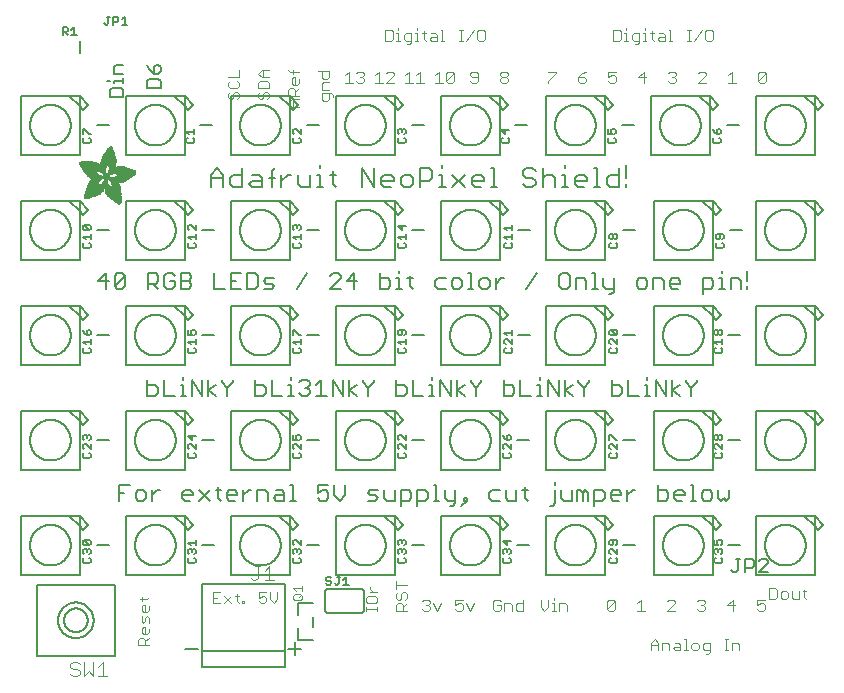
<source format=gbr>
G04 EAGLE Gerber RS-274X export*
G75*
%MOMM*%
%FSLAX34Y34*%
%LPD*%
%INSilkscreen Top*%
%IPPOS*%
%AMOC8*
5,1,8,0,0,1.08239X$1,22.5*%
G01*
%ADD10C,0.127000*%
%ADD11C,0.177800*%
%ADD12C,0.101600*%
%ADD13C,0.203200*%
%ADD14C,0.152400*%
%ADD15C,0.076200*%
%ADD16R,0.068600X0.007600*%
%ADD17R,0.114300X0.007600*%
%ADD18R,0.152400X0.007700*%
%ADD19R,0.182900X0.007600*%
%ADD20R,0.205700X0.007600*%
%ADD21R,0.228600X0.007600*%
%ADD22R,0.259100X0.007600*%
%ADD23R,0.274300X0.007700*%
%ADD24R,0.289500X0.007600*%
%ADD25R,0.304800X0.007600*%
%ADD26R,0.320100X0.007600*%
%ADD27R,0.342900X0.007600*%
%ADD28R,0.350500X0.007700*%
%ADD29R,0.365800X0.007600*%
%ADD30R,0.381000X0.007600*%
%ADD31R,0.388600X0.007600*%
%ADD32R,0.403800X0.007600*%
%ADD33R,0.419100X0.007700*%
%ADD34R,0.426700X0.007600*%
%ADD35R,0.441900X0.007600*%
%ADD36R,0.449600X0.007600*%
%ADD37R,0.464800X0.007600*%
%ADD38R,0.480000X0.007700*%
%ADD39R,0.487600X0.007600*%
%ADD40R,0.495300X0.007600*%
%ADD41R,0.510500X0.007600*%
%ADD42R,0.518100X0.007600*%
%ADD43R,0.525700X0.007700*%
%ADD44R,0.541000X0.007600*%
%ADD45R,0.548600X0.007600*%
%ADD46R,0.563800X0.007600*%
%ADD47R,0.571500X0.007600*%
%ADD48R,0.579100X0.007700*%
%ADD49R,0.594300X0.007600*%
%ADD50R,0.601900X0.007600*%
%ADD51R,0.609600X0.007600*%
%ADD52R,0.624800X0.007600*%
%ADD53R,0.632400X0.007700*%
%ADD54R,0.640000X0.007600*%
%ADD55R,0.655300X0.007600*%
%ADD56R,0.662900X0.007600*%
%ADD57R,0.678100X0.007600*%
%ADD58R,0.685800X0.007700*%
%ADD59R,0.693400X0.007600*%
%ADD60R,0.708600X0.007600*%
%ADD61R,0.716200X0.007600*%
%ADD62R,0.723900X0.007600*%
%ADD63R,0.739100X0.007700*%
%ADD64R,0.746700X0.007600*%
%ADD65R,0.754300X0.007600*%
%ADD66R,0.769600X0.007600*%
%ADD67R,0.777200X0.007600*%
%ADD68R,0.792400X0.007700*%
%ADD69R,0.800100X0.007600*%
%ADD70R,0.807700X0.007600*%
%ADD71R,0.822900X0.007600*%
%ADD72R,0.830500X0.007600*%
%ADD73R,0.838200X0.007700*%
%ADD74R,0.091500X0.007600*%
%ADD75R,0.853400X0.007600*%
%ADD76R,0.144700X0.007600*%
%ADD77R,0.861000X0.007600*%
%ADD78R,0.190500X0.007600*%
%ADD79R,0.876300X0.007600*%
%ADD80R,0.221000X0.007600*%
%ADD81R,0.883900X0.007600*%
%ADD82R,0.259000X0.007700*%
%ADD83R,0.891500X0.007700*%
%ADD84R,0.289600X0.007600*%
%ADD85R,0.906700X0.007600*%
%ADD86R,0.914400X0.007600*%
%ADD87R,0.350500X0.007600*%
%ADD88R,0.922000X0.007600*%
%ADD89R,0.937200X0.007600*%
%ADD90R,0.411400X0.007700*%
%ADD91R,0.944800X0.007700*%
%ADD92R,0.434300X0.007600*%
%ADD93R,0.952500X0.007600*%
%ADD94R,0.464900X0.007600*%
%ADD95R,0.967700X0.007600*%
%ADD96R,0.975300X0.007600*%
%ADD97R,0.518200X0.007600*%
%ADD98R,0.990600X0.007600*%
%ADD99R,0.548600X0.007700*%
%ADD100R,0.998200X0.007700*%
%ADD101R,1.005800X0.007600*%
%ADD102R,0.594400X0.007600*%
%ADD103R,1.021000X0.007600*%
%ADD104R,0.617200X0.007600*%
%ADD105R,1.028700X0.007600*%
%ADD106R,0.647700X0.007600*%
%ADD107R,1.036300X0.007600*%
%ADD108R,0.670500X0.007700*%
%ADD109R,1.051500X0.007700*%
%ADD110R,1.059100X0.007600*%
%ADD111R,0.716300X0.007600*%
%ADD112R,1.066800X0.007600*%
%ADD113R,0.739100X0.007600*%
%ADD114R,1.074400X0.007600*%
%ADD115R,0.762000X0.007600*%
%ADD116R,1.089600X0.007600*%
%ADD117R,0.784800X0.007700*%
%ADD118R,1.097200X0.007700*%
%ADD119R,1.104900X0.007600*%
%ADD120R,0.830600X0.007600*%
%ADD121R,1.112500X0.007600*%
%ADD122R,0.845800X0.007600*%
%ADD123R,1.120100X0.007600*%
%ADD124R,0.868700X0.007600*%
%ADD125R,1.127700X0.007600*%
%ADD126R,1.135300X0.007700*%
%ADD127R,1.143000X0.007600*%
%ADD128R,0.944900X0.007600*%
%ADD129R,1.150600X0.007600*%
%ADD130R,0.960100X0.007600*%
%ADD131R,1.158200X0.007600*%
%ADD132R,0.983000X0.007600*%
%ADD133R,1.165800X0.007600*%
%ADD134R,1.005900X0.007700*%
%ADD135R,1.173400X0.007700*%
%ADD136R,1.021100X0.007600*%
%ADD137R,1.181100X0.007600*%
%ADD138R,1.044000X0.007600*%
%ADD139R,1.188700X0.007600*%
%ADD140R,1.196300X0.007600*%
%ADD141R,1.082000X0.007600*%
%ADD142R,1.203900X0.007600*%
%ADD143R,1.104900X0.007700*%
%ADD144R,1.211500X0.007700*%
%ADD145R,1.211500X0.007600*%
%ADD146R,1.219200X0.007600*%
%ADD147R,1.226800X0.007600*%
%ADD148R,1.234400X0.007600*%
%ADD149R,1.188700X0.007700*%
%ADD150R,1.242000X0.007700*%
%ADD151R,1.242000X0.007600*%
%ADD152R,1.211600X0.007600*%
%ADD153R,1.249600X0.007600*%
%ADD154R,1.257300X0.007600*%
%ADD155R,1.264900X0.007600*%
%ADD156R,1.242100X0.007700*%
%ADD157R,1.264900X0.007700*%
%ADD158R,1.272500X0.007600*%
%ADD159R,1.265000X0.007600*%
%ADD160R,1.280100X0.007600*%
%ADD161R,1.272600X0.007600*%
%ADD162R,1.287700X0.007600*%
%ADD163R,1.287800X0.007600*%
%ADD164R,1.295400X0.007700*%
%ADD165R,1.303000X0.007600*%
%ADD166R,1.318200X0.007600*%
%ADD167R,1.310600X0.007600*%
%ADD168R,1.325900X0.007600*%
%ADD169R,1.341100X0.007700*%
%ADD170R,1.318200X0.007700*%
%ADD171R,1.341100X0.007600*%
%ADD172R,1.325800X0.007600*%
%ADD173R,1.348700X0.007600*%
%ADD174R,1.364000X0.007600*%
%ADD175R,1.333500X0.007600*%
%ADD176R,1.371600X0.007700*%
%ADD177R,1.379200X0.007600*%
%ADD178R,1.379300X0.007600*%
%ADD179R,1.386900X0.007600*%
%ADD180R,1.394500X0.007600*%
%ADD181R,1.356300X0.007600*%
%ADD182R,1.394400X0.007700*%
%ADD183R,1.356300X0.007700*%
%ADD184R,1.402000X0.007600*%
%ADD185R,1.409700X0.007600*%
%ADD186R,1.363900X0.007600*%
%ADD187R,1.417300X0.007600*%
%ADD188R,1.371600X0.007600*%
%ADD189R,1.424900X0.007700*%
%ADD190R,1.424900X0.007600*%
%ADD191R,1.432600X0.007600*%
%ADD192R,1.440200X0.007600*%
%ADD193R,1.386800X0.007600*%
%ADD194R,1.447800X0.007700*%
%ADD195R,1.386800X0.007700*%
%ADD196R,1.447800X0.007600*%
%ADD197R,1.455500X0.007600*%
%ADD198R,1.394400X0.007600*%
%ADD199R,1.463100X0.007600*%
%ADD200R,1.455400X0.007700*%
%ADD201R,1.463000X0.007600*%
%ADD202R,1.470600X0.007600*%
%ADD203R,1.470600X0.007700*%
%ADD204R,1.409700X0.007700*%
%ADD205R,1.470700X0.007600*%
%ADD206R,1.402100X0.007600*%
%ADD207R,1.478300X0.007600*%
%ADD208R,1.478300X0.007700*%
%ADD209R,1.402100X0.007700*%
%ADD210R,1.485900X0.007600*%
%ADD211R,1.485900X0.007700*%
%ADD212R,1.493500X0.007700*%
%ADD213R,1.493500X0.007600*%
%ADD214R,1.394500X0.007700*%
%ADD215R,1.493600X0.007700*%
%ADD216R,1.386900X0.007700*%
%ADD217R,1.379200X0.007700*%
%ADD218R,2.857500X0.007700*%
%ADD219R,2.857500X0.007600*%
%ADD220R,2.849900X0.007600*%
%ADD221R,2.842300X0.007600*%
%ADD222R,2.834700X0.007700*%
%ADD223R,2.827000X0.007600*%
%ADD224R,2.819400X0.007600*%
%ADD225R,2.811800X0.007600*%
%ADD226R,2.811800X0.007700*%
%ADD227R,2.804100X0.007600*%
%ADD228R,2.796500X0.007600*%
%ADD229R,1.966000X0.007600*%
%ADD230R,1.943100X0.007600*%
%ADD231R,0.754400X0.007600*%
%ADD232R,1.927900X0.007700*%
%ADD233R,0.746700X0.007700*%
%ADD234R,1.912600X0.007600*%
%ADD235R,0.731500X0.007600*%
%ADD236R,1.905000X0.007600*%
%ADD237R,1.882200X0.007600*%
%ADD238R,1.874600X0.007600*%
%ADD239R,1.866900X0.007700*%
%ADD240R,0.708700X0.007700*%
%ADD241R,1.851600X0.007600*%
%ADD242R,0.701100X0.007600*%
%ADD243R,1.844000X0.007600*%
%ADD244R,1.836400X0.007600*%
%ADD245R,1.821200X0.007600*%
%ADD246R,0.685800X0.007600*%
%ADD247R,1.813500X0.007700*%
%ADD248R,1.805900X0.007600*%
%ADD249R,0.678200X0.007600*%
%ADD250R,1.790700X0.007600*%
%ADD251R,0.670600X0.007600*%
%ADD252R,1.775500X0.007600*%
%ADD253R,1.767900X0.007700*%
%ADD254R,0.663000X0.007700*%
%ADD255R,1.760200X0.007600*%
%ADD256R,1.752600X0.007600*%
%ADD257R,0.937300X0.007600*%
%ADD258R,0.792500X0.007600*%
%ADD259R,0.899100X0.007600*%
%ADD260R,0.883900X0.007700*%
%ADD261R,0.716300X0.007700*%
%ADD262R,0.647700X0.007700*%
%ADD263R,0.640100X0.007600*%
%ADD264R,0.632500X0.007600*%
%ADD265R,0.655400X0.007600*%
%ADD266R,0.632400X0.007600*%
%ADD267R,0.845800X0.007700*%
%ADD268R,0.617200X0.007700*%
%ADD269R,0.624800X0.007700*%
%ADD270R,0.602000X0.007600*%
%ADD271R,0.838200X0.007600*%
%ADD272R,0.586700X0.007600*%
%ADD273R,0.548700X0.007600*%
%ADD274R,0.830500X0.007700*%
%ADD275R,0.541000X0.007700*%
%ADD276R,0.594300X0.007700*%
%ADD277R,0.525800X0.007600*%
%ADD278R,0.586800X0.007600*%
%ADD279R,0.815300X0.007600*%
%ADD280R,0.579200X0.007600*%
%ADD281R,0.815400X0.007600*%
%ADD282R,0.815400X0.007700*%
%ADD283R,0.571500X0.007700*%
%ADD284R,0.807800X0.007600*%
%ADD285R,0.563900X0.007600*%
%ADD286R,0.457200X0.007600*%
%ADD287R,0.442000X0.007600*%
%ADD288R,0.556300X0.007600*%
%ADD289R,0.807700X0.007700*%
%ADD290R,0.411500X0.007600*%
%ADD291R,0.533400X0.007600*%
%ADD292R,0.076200X0.007600*%
%ADD293R,0.403900X0.007600*%
%ADD294R,0.525700X0.007600*%
%ADD295R,0.388700X0.007600*%
%ADD296R,0.297200X0.007600*%
%ADD297R,0.373400X0.007700*%
%ADD298R,0.503000X0.007700*%
%ADD299R,0.426800X0.007700*%
%ADD300R,0.358100X0.007600*%
%ADD301R,0.502900X0.007600*%
%ADD302R,0.472400X0.007600*%
%ADD303R,0.487700X0.007600*%
%ADD304R,0.335300X0.007600*%
%ADD305R,0.792500X0.007700*%
%ADD306R,0.327600X0.007700*%
%ADD307R,0.472400X0.007700*%
%ADD308R,0.640000X0.007700*%
%ADD309R,0.784800X0.007600*%
%ADD310R,0.320000X0.007600*%
%ADD311R,0.792400X0.007600*%
%ADD312R,1.173400X0.007600*%
%ADD313R,1.196400X0.007600*%
%ADD314R,0.784900X0.007600*%
%ADD315R,0.784900X0.007700*%
%ADD316R,0.297200X0.007700*%
%ADD317R,1.249700X0.007600*%
%ADD318R,0.281900X0.007600*%
%ADD319R,1.295400X0.007600*%
%ADD320R,0.266700X0.007600*%
%ADD321R,0.777300X0.007700*%
%ADD322R,0.266700X0.007700*%
%ADD323R,1.333500X0.007700*%
%ADD324R,0.777300X0.007600*%
%ADD325R,1.348800X0.007600*%
%ADD326R,0.251500X0.007600*%
%ADD327R,0.243900X0.007700*%
%ADD328R,0.243900X0.007600*%
%ADD329R,1.440100X0.007600*%
%ADD330R,0.236200X0.007600*%
%ADD331R,0.762000X0.007700*%
%ADD332R,0.236200X0.007700*%
%ADD333R,1.508700X0.007700*%
%ADD334R,1.531600X0.007600*%
%ADD335R,1.546900X0.007600*%
%ADD336R,1.569700X0.007600*%
%ADD337R,1.585000X0.007600*%
%ADD338R,0.746800X0.007700*%
%ADD339R,1.607800X0.007700*%
%ADD340R,0.243800X0.007600*%
%ADD341R,1.630700X0.007600*%
%ADD342R,1.653500X0.007600*%
%ADD343R,0.739200X0.007600*%
%ADD344R,1.684000X0.007600*%
%ADD345R,2.019300X0.007600*%
%ADD346R,0.731500X0.007700*%
%ADD347R,2.026900X0.007700*%
%ADD348R,2.049800X0.007600*%
%ADD349R,2.057400X0.007600*%
%ADD350R,0.708700X0.007600*%
%ADD351R,2.072600X0.007600*%
%ADD352R,0.701000X0.007600*%
%ADD353R,2.095500X0.007600*%
%ADD354R,0.693500X0.007700*%
%ADD355R,2.110800X0.007700*%
%ADD356R,2.141200X0.007600*%
%ADD357R,0.060900X0.007600*%
%ADD358R,2.872700X0.007600*%
%ADD359R,3.124200X0.007600*%
%ADD360R,3.177600X0.007600*%
%ADD361R,3.215600X0.007700*%
%ADD362R,3.253700X0.007600*%
%ADD363R,3.284300X0.007600*%
%ADD364R,3.314700X0.007600*%
%ADD365R,3.352800X0.007600*%
%ADD366R,3.375600X0.007700*%
%ADD367R,3.406200X0.007600*%
%ADD368R,3.429000X0.007600*%
%ADD369R,3.451800X0.007600*%
%ADD370R,3.482400X0.007600*%
%ADD371R,1.828800X0.007700*%
%ADD372R,1.539300X0.007700*%
%ADD373R,1.767900X0.007600*%
%ADD374R,1.767800X0.007600*%
%ADD375R,1.760200X0.007700*%
%ADD376R,1.760300X0.007600*%
%ADD377R,1.775400X0.007700*%
%ADD378R,1.379300X0.007700*%
%ADD379R,1.783000X0.007600*%
%ADD380R,1.813500X0.007600*%
%ADD381R,1.821100X0.007700*%
%ADD382R,0.503000X0.007600*%
%ADD383R,1.135400X0.007600*%
%ADD384R,1.127700X0.007700*%
%ADD385R,0.487700X0.007700*%
%ADD386R,1.120200X0.007600*%
%ADD387R,1.097300X0.007600*%
%ADD388R,0.510600X0.007600*%
%ADD389R,1.074400X0.007700*%
%ADD390R,0.525800X0.007700*%
%ADD391R,1.440200X0.007700*%
%ADD392R,1.059200X0.007600*%
%ADD393R,1.051600X0.007600*%
%ADD394R,1.051500X0.007600*%
%ADD395R,1.043900X0.007700*%
%ADD396R,0.602000X0.007700*%
%ADD397R,1.524000X0.007600*%
%ADD398R,1.539300X0.007600*%
%ADD399R,1.592600X0.007600*%
%ADD400R,1.021100X0.007700*%
%ADD401R,1.615400X0.007700*%
%ADD402R,1.013400X0.007600*%
%ADD403R,1.653600X0.007600*%
%ADD404R,1.013500X0.007600*%
%ADD405R,1.699300X0.007600*%
%ADD406R,2.743200X0.007600*%
%ADD407R,1.005900X0.007600*%
%ADD408R,2.415500X0.007600*%
%ADD409R,1.005800X0.007700*%
%ADD410R,0.281900X0.007700*%
%ADD411R,2.408000X0.007700*%
%ADD412R,2.407900X0.007600*%
%ADD413R,0.998200X0.007600*%
%ADD414R,0.282000X0.007600*%
%ADD415R,0.998300X0.007600*%
%ADD416R,2.400300X0.007600*%
%ADD417R,0.289500X0.007700*%
%ADD418R,2.400300X0.007700*%
%ADD419R,0.297100X0.007600*%
%ADD420R,0.312400X0.007600*%
%ADD421R,2.392700X0.007600*%
%ADD422R,0.990600X0.007700*%
%ADD423R,0.327700X0.007700*%
%ADD424R,2.392700X0.007700*%
%ADD425R,2.385100X0.007600*%
%ADD426R,0.381000X0.007700*%
%ADD427R,2.377400X0.007700*%
%ADD428R,2.377400X0.007600*%
%ADD429R,2.369800X0.007600*%
%ADD430R,0.419100X0.007600*%
%ADD431R,2.362200X0.007600*%
%ADD432R,0.426800X0.007600*%
%ADD433R,1.036300X0.007700*%
%ADD434R,0.442000X0.007700*%
%ADD435R,2.354600X0.007700*%
%ADD436R,2.354600X0.007600*%
%ADD437R,0.480100X0.007600*%
%ADD438R,2.347000X0.007600*%
%ADD439R,1.074500X0.007600*%
%ADD440R,2.339400X0.007600*%
%ADD441R,1.082100X0.007700*%
%ADD442R,0.548700X0.007700*%
%ADD443R,2.331800X0.007700*%
%ADD444R,2.331800X0.007600*%
%ADD445R,0.624900X0.007600*%
%ADD446R,2.324100X0.007600*%
%ADD447R,1.859300X0.007600*%
%ADD448R,2.308800X0.007600*%
%ADD449R,2.301200X0.007700*%
%ADD450R,2.301200X0.007600*%
%ADD451R,2.293600X0.007600*%
%ADD452R,2.278400X0.007600*%
%ADD453R,1.889800X0.007600*%
%ADD454R,2.270700X0.007600*%
%ADD455R,1.897400X0.007700*%
%ADD456R,2.255500X0.007700*%
%ADD457R,1.897400X0.007600*%
%ADD458R,2.247900X0.007600*%
%ADD459R,2.232600X0.007600*%
%ADD460R,1.912700X0.007600*%
%ADD461R,2.209800X0.007600*%
%ADD462R,1.920300X0.007600*%
%ADD463R,2.186900X0.007600*%
%ADD464R,1.920300X0.007700*%
%ADD465R,2.171700X0.007700*%
%ADD466R,1.935500X0.007600*%
%ADD467R,2.148800X0.007600*%
%ADD468R,2.126000X0.007600*%
%ADD469R,1.950700X0.007600*%
%ADD470R,1.958400X0.007700*%
%ADD471R,2.042200X0.007700*%
%ADD472R,1.973600X0.007600*%
%ADD473R,1.996500X0.007600*%
%ADD474R,1.981200X0.007600*%
%ADD475R,1.988800X0.007600*%
%ADD476R,1.996400X0.007700*%
%ADD477R,1.996400X0.007600*%
%ADD478R,2.004100X0.007600*%
%ADD479R,1.874500X0.007600*%
%ADD480R,1.425000X0.007600*%
%ADD481R,2.026900X0.007600*%
%ADD482R,0.434400X0.007700*%
%ADD483R,1.364000X0.007700*%
%ADD484R,2.034500X0.007600*%
%ADD485R,0.434400X0.007600*%
%ADD486R,2.049700X0.007600*%
%ADD487R,2.065000X0.007700*%
%ADD488R,0.464800X0.007700*%
%ADD489R,1.196300X0.007700*%
%ADD490R,2.080300X0.007600*%
%ADD491R,1.158300X0.007600*%
%ADD492R,2.087900X0.007600*%
%ADD493R,0.472500X0.007600*%
%ADD494R,2.103100X0.007600*%
%ADD495R,2.118400X0.007600*%
%ADD496R,2.133600X0.007600*%
%ADD497R,2.148800X0.007700*%
%ADD498R,2.164000X0.007600*%
%ADD499R,2.171700X0.007600*%
%ADD500R,2.187000X0.007600*%
%ADD501R,0.556200X0.007600*%
%ADD502R,2.202200X0.007700*%
%ADD503R,0.556200X0.007700*%
%ADD504R,0.640100X0.007700*%
%ADD505R,0.579100X0.007600*%
%ADD506R,0.480000X0.007600*%
%ADD507R,1.752600X0.007700*%
%ADD508R,0.487600X0.007700*%
%ADD509R,0.594400X0.007700*%
%ADD510R,0.358100X0.007700*%
%ADD511R,0.099000X0.007600*%
%ADD512R,1.280200X0.007600*%
%ADD513R,1.745000X0.007600*%
%ADD514R,1.744900X0.007600*%
%ADD515R,1.737300X0.007700*%
%ADD516R,1.737400X0.007600*%
%ADD517R,1.729800X0.007600*%
%ADD518R,1.722200X0.007600*%
%ADD519R,1.722100X0.007600*%
%ADD520R,1.714500X0.007700*%
%ADD521R,1.356400X0.007700*%
%ADD522R,1.706900X0.007600*%
%ADD523R,1.356400X0.007600*%
%ADD524R,1.691700X0.007600*%
%ADD525R,1.668800X0.007700*%
%ADD526R,1.645900X0.007600*%
%ADD527R,1.623100X0.007600*%
%ADD528R,1.577400X0.007600*%
%ADD529R,1.554400X0.007600*%
%ADD530R,1.539200X0.007600*%
%ADD531R,1.524000X0.007700*%
%ADD532R,1.501100X0.007600*%
%ADD533R,1.455400X0.007600*%
%ADD534R,1.348800X0.007700*%
%ADD535R,1.318300X0.007600*%
%ADD536R,1.310600X0.007700*%
%ADD537R,1.287800X0.007700*%
%ADD538R,1.234500X0.007600*%
%ADD539R,1.226900X0.007600*%
%ADD540R,1.173500X0.007700*%
%ADD541R,1.173500X0.007600*%
%ADD542R,1.165900X0.007600*%
%ADD543R,1.143000X0.007700*%
%ADD544R,1.127800X0.007600*%
%ADD545R,1.097200X0.007600*%
%ADD546R,1.028700X0.007700*%
%ADD547R,0.982900X0.007600*%
%ADD548R,0.952500X0.007700*%
%ADD549R,0.929600X0.007600*%
%ADD550R,0.906800X0.007700*%
%ADD551R,0.906800X0.007600*%
%ADD552R,0.899200X0.007600*%
%ADD553R,0.884000X0.007600*%
%ADD554R,0.876300X0.007700*%
%ADD555R,0.830600X0.007700*%
%ADD556R,0.754400X0.007700*%
%ADD557R,0.746800X0.007600*%
%ADD558R,0.708600X0.007700*%
%ADD559R,0.678200X0.007700*%
%ADD560R,0.663000X0.007600*%
%ADD561R,0.632500X0.007700*%
%ADD562R,0.556300X0.007700*%
%ADD563R,0.518200X0.007700*%
%ADD564R,0.434300X0.007700*%
%ADD565R,0.396300X0.007700*%
%ADD566R,0.373300X0.007600*%
%ADD567R,0.365700X0.007600*%
%ADD568R,0.327700X0.007600*%
%ADD569R,0.304800X0.007700*%
%ADD570R,0.274300X0.007600*%
%ADD571R,0.243800X0.007700*%
%ADD572R,0.205800X0.007600*%
%ADD573R,0.152400X0.007600*%
%ADD574R,0.121900X0.007700*%


D10*
X114925Y481437D02*
X126365Y481437D01*
X126365Y487157D01*
X124458Y489064D01*
X116832Y489064D01*
X114925Y487157D01*
X114925Y481437D01*
X116832Y496944D02*
X114925Y500758D01*
X116832Y496944D02*
X120645Y493131D01*
X124458Y493131D01*
X126365Y495038D01*
X126365Y498851D01*
X124458Y500758D01*
X122552Y500758D01*
X120645Y498851D01*
X120645Y493131D01*
X94615Y473641D02*
X83175Y473641D01*
X94615Y473641D02*
X94615Y479361D01*
X92708Y481268D01*
X85082Y481268D01*
X83175Y479361D01*
X83175Y473641D01*
X86989Y485335D02*
X86989Y487242D01*
X94615Y487242D01*
X94615Y489148D02*
X94615Y485335D01*
X83175Y487242D02*
X81269Y487242D01*
X86989Y493131D02*
X94615Y493131D01*
X86989Y493131D02*
X86989Y498851D01*
X88895Y500757D01*
X94615Y500757D01*
D11*
X234569Y6357D02*
X245246Y6357D01*
X239908Y11695D02*
X239908Y1018D01*
X157616Y6357D02*
X146939Y6357D01*
D12*
X170688Y54110D02*
X176789Y54110D01*
X170688Y54110D02*
X170688Y44958D01*
X176789Y44958D01*
X173739Y49534D02*
X170688Y49534D01*
X180043Y51059D02*
X186144Y44958D01*
X180043Y44958D02*
X186144Y51059D01*
X190924Y52585D02*
X190924Y46483D01*
X192449Y44958D01*
X192449Y51059D02*
X189398Y51059D01*
X195635Y46483D02*
X195635Y44958D01*
X195635Y46483D02*
X197160Y46483D01*
X197160Y44958D01*
X195635Y44958D01*
X209668Y54110D02*
X215769Y54110D01*
X209668Y54110D02*
X209668Y49534D01*
X212719Y51059D01*
X214244Y51059D01*
X215769Y49534D01*
X215769Y46483D01*
X214244Y44958D01*
X211193Y44958D01*
X209668Y46483D01*
X219023Y48009D02*
X219023Y54110D01*
X219023Y48009D02*
X222074Y44958D01*
X225124Y48009D01*
X225124Y54110D01*
X116332Y9398D02*
X107180Y9398D01*
X107180Y13974D01*
X108706Y15499D01*
X111756Y15499D01*
X113281Y13974D01*
X113281Y9398D01*
X113281Y12449D02*
X116332Y15499D01*
X116332Y20278D02*
X116332Y23329D01*
X116332Y20278D02*
X114807Y18753D01*
X111756Y18753D01*
X110231Y20278D01*
X110231Y23329D01*
X111756Y24854D01*
X113281Y24854D01*
X113281Y18753D01*
X116332Y28108D02*
X116332Y32684D01*
X114807Y34210D01*
X113281Y32684D01*
X113281Y29634D01*
X111756Y28108D01*
X110231Y29634D01*
X110231Y34210D01*
X116332Y38989D02*
X116332Y42039D01*
X116332Y38989D02*
X114807Y37464D01*
X111756Y37464D01*
X110231Y38989D01*
X110231Y42039D01*
X111756Y43565D01*
X113281Y43565D01*
X113281Y37464D01*
X114807Y48344D02*
X108706Y48344D01*
X114807Y48344D02*
X116332Y49869D01*
X110231Y49869D02*
X110231Y46819D01*
X641858Y48768D02*
X641858Y57920D01*
X641858Y48768D02*
X646434Y48768D01*
X647959Y50293D01*
X647959Y56395D01*
X646434Y57920D01*
X641858Y57920D01*
X652738Y48768D02*
X655789Y48768D01*
X657314Y50293D01*
X657314Y53344D01*
X655789Y54869D01*
X652738Y54869D01*
X651213Y53344D01*
X651213Y50293D01*
X652738Y48768D01*
X660568Y50293D02*
X660568Y54869D01*
X660568Y50293D02*
X662094Y48768D01*
X666670Y48768D01*
X666670Y54869D01*
X671449Y56395D02*
X671449Y50293D01*
X672974Y48768D01*
X672974Y54869D02*
X669924Y54869D01*
D13*
X168656Y397256D02*
X168656Y407764D01*
X173910Y413017D01*
X179164Y407764D01*
X179164Y397256D01*
X179164Y405137D02*
X168656Y405137D01*
X195535Y413017D02*
X195535Y397256D01*
X187654Y397256D01*
X185028Y399883D01*
X185028Y405137D01*
X187654Y407764D01*
X195535Y407764D01*
X204026Y407764D02*
X209280Y407764D01*
X211907Y405137D01*
X211907Y397256D01*
X204026Y397256D01*
X201399Y399883D01*
X204026Y402510D01*
X211907Y402510D01*
X220398Y397256D02*
X220398Y410391D01*
X223025Y413017D01*
X223025Y405137D02*
X217771Y405137D01*
X228685Y407764D02*
X228685Y397256D01*
X228685Y402510D02*
X233939Y407764D01*
X236566Y407764D01*
X242328Y407764D02*
X242328Y399883D01*
X244955Y397256D01*
X252836Y397256D01*
X252836Y407764D01*
X258700Y407764D02*
X261327Y407764D01*
X261327Y397256D01*
X263953Y397256D02*
X258700Y397256D01*
X261327Y413017D02*
X261327Y415644D01*
X272241Y410391D02*
X272241Y399883D01*
X274868Y397256D01*
X274868Y407764D02*
X269614Y407764D01*
X296900Y413017D02*
X296900Y397256D01*
X307408Y397256D02*
X296900Y413017D01*
X307408Y413017D02*
X307408Y397256D01*
X315898Y397256D02*
X321152Y397256D01*
X315898Y397256D02*
X313271Y399883D01*
X313271Y405137D01*
X315898Y407764D01*
X321152Y407764D01*
X323779Y405137D01*
X323779Y402510D01*
X313271Y402510D01*
X332270Y397256D02*
X337524Y397256D01*
X340151Y399883D01*
X340151Y405137D01*
X337524Y407764D01*
X332270Y407764D01*
X329643Y405137D01*
X329643Y399883D01*
X332270Y397256D01*
X346015Y397256D02*
X346015Y413017D01*
X353895Y413017D01*
X356522Y410391D01*
X356522Y405137D01*
X353895Y402510D01*
X346015Y402510D01*
X362386Y407764D02*
X365013Y407764D01*
X365013Y397256D01*
X362386Y397256D02*
X367640Y397256D01*
X365013Y413017D02*
X365013Y415644D01*
X373301Y407764D02*
X383808Y397256D01*
X373301Y397256D02*
X383808Y407764D01*
X392299Y397256D02*
X397553Y397256D01*
X392299Y397256D02*
X389672Y399883D01*
X389672Y405137D01*
X392299Y407764D01*
X397553Y407764D01*
X400180Y405137D01*
X400180Y402510D01*
X389672Y402510D01*
X406044Y413017D02*
X408671Y413017D01*
X408671Y397256D01*
X411297Y397256D02*
X406044Y397256D01*
X441210Y413017D02*
X443837Y410391D01*
X441210Y413017D02*
X435957Y413017D01*
X433330Y410391D01*
X433330Y407764D01*
X435957Y405137D01*
X441210Y405137D01*
X443837Y402510D01*
X443837Y399883D01*
X441210Y397256D01*
X435957Y397256D01*
X433330Y399883D01*
X449701Y397256D02*
X449701Y413017D01*
X452328Y407764D02*
X449701Y405137D01*
X452328Y407764D02*
X457582Y407764D01*
X460209Y405137D01*
X460209Y397256D01*
X466073Y407764D02*
X468700Y407764D01*
X468700Y397256D01*
X466073Y397256D02*
X471327Y397256D01*
X468700Y413017D02*
X468700Y415644D01*
X479614Y397256D02*
X484868Y397256D01*
X479614Y397256D02*
X476987Y399883D01*
X476987Y405137D01*
X479614Y407764D01*
X484868Y407764D01*
X487495Y405137D01*
X487495Y402510D01*
X476987Y402510D01*
X493359Y413017D02*
X495986Y413017D01*
X495986Y397256D01*
X498612Y397256D02*
X493359Y397256D01*
X514781Y397256D02*
X514781Y413017D01*
X514781Y397256D02*
X506900Y397256D01*
X504273Y399883D01*
X504273Y405137D01*
X506900Y407764D01*
X514781Y407764D01*
X520645Y399883D02*
X520645Y397256D01*
X520645Y405137D02*
X520645Y415644D01*
D11*
X80016Y324243D02*
X80016Y310769D01*
X73279Y317506D02*
X80016Y324243D01*
X82261Y317506D02*
X73279Y317506D01*
X87312Y313015D02*
X87312Y321997D01*
X89557Y324243D01*
X94049Y324243D01*
X96294Y321997D01*
X96294Y313015D01*
X94049Y310769D01*
X89557Y310769D01*
X87312Y313015D01*
X96294Y321997D01*
X115377Y324243D02*
X115377Y310769D01*
X115377Y324243D02*
X122114Y324243D01*
X124360Y321997D01*
X124360Y317506D01*
X122114Y315260D01*
X115377Y315260D01*
X119869Y315260D02*
X124360Y310769D01*
X136147Y324243D02*
X138392Y321997D01*
X136147Y324243D02*
X131656Y324243D01*
X129410Y321997D01*
X129410Y313015D01*
X131656Y310769D01*
X136147Y310769D01*
X138392Y313015D01*
X138392Y317506D01*
X133901Y317506D01*
X143443Y310769D02*
X143443Y324243D01*
X150180Y324243D01*
X152425Y321997D01*
X152425Y319751D01*
X150180Y317506D01*
X152425Y315260D01*
X152425Y313015D01*
X150180Y310769D01*
X143443Y310769D01*
X143443Y317506D02*
X150180Y317506D01*
X171508Y324243D02*
X171508Y310769D01*
X180491Y310769D01*
X185541Y324243D02*
X194524Y324243D01*
X185541Y324243D02*
X185541Y310769D01*
X194524Y310769D01*
X190032Y317506D02*
X185541Y317506D01*
X199574Y324243D02*
X199574Y310769D01*
X206311Y310769D01*
X208556Y313015D01*
X208556Y321997D01*
X206311Y324243D01*
X199574Y324243D01*
X213607Y310769D02*
X220344Y310769D01*
X222589Y313015D01*
X220344Y315260D01*
X215852Y315260D01*
X213607Y317506D01*
X215852Y319751D01*
X222589Y319751D01*
X241672Y310769D02*
X250655Y324243D01*
X269738Y310769D02*
X278720Y310769D01*
X269738Y310769D02*
X278720Y319751D01*
X278720Y321997D01*
X276475Y324243D01*
X271984Y324243D01*
X269738Y321997D01*
X290507Y324243D02*
X290507Y310769D01*
X283771Y317506D02*
X290507Y324243D01*
X292753Y317506D02*
X283771Y317506D01*
X311836Y324243D02*
X311836Y310769D01*
X318573Y310769D01*
X320819Y313015D01*
X320819Y317506D01*
X318573Y319751D01*
X311836Y319751D01*
X325869Y319751D02*
X328115Y319751D01*
X328115Y310769D01*
X330360Y310769D02*
X325869Y310769D01*
X328115Y324243D02*
X328115Y326488D01*
X337470Y321997D02*
X337470Y313015D01*
X339715Y310769D01*
X339715Y319751D02*
X335224Y319751D01*
X360858Y319751D02*
X367595Y319751D01*
X360858Y319751D02*
X358612Y317506D01*
X358612Y313015D01*
X360858Y310769D01*
X367595Y310769D01*
X374891Y310769D02*
X379382Y310769D01*
X381627Y313015D01*
X381627Y317506D01*
X379382Y319751D01*
X374891Y319751D01*
X372645Y317506D01*
X372645Y313015D01*
X374891Y310769D01*
X386678Y324243D02*
X388923Y324243D01*
X388923Y310769D01*
X386678Y310769D02*
X391169Y310769D01*
X398279Y310769D02*
X402770Y310769D01*
X405015Y313015D01*
X405015Y317506D01*
X402770Y319751D01*
X398279Y319751D01*
X396033Y317506D01*
X396033Y313015D01*
X398279Y310769D01*
X410066Y310769D02*
X410066Y319751D01*
X410066Y315260D02*
X414557Y319751D01*
X416803Y319751D01*
X435793Y310769D02*
X444775Y324243D01*
X466104Y324243D02*
X470595Y324243D01*
X466104Y324243D02*
X463858Y321997D01*
X463858Y313015D01*
X466104Y310769D01*
X470595Y310769D01*
X472840Y313015D01*
X472840Y321997D01*
X470595Y324243D01*
X477891Y319751D02*
X477891Y310769D01*
X477891Y319751D02*
X484628Y319751D01*
X486873Y317506D01*
X486873Y310769D01*
X491924Y324243D02*
X494169Y324243D01*
X494169Y310769D01*
X491924Y310769D02*
X496415Y310769D01*
X501279Y313015D02*
X501279Y319751D01*
X501279Y313015D02*
X503524Y310769D01*
X510261Y310769D01*
X510261Y308523D02*
X510261Y319751D01*
X510261Y308523D02*
X508016Y306278D01*
X505770Y306278D01*
X531590Y310769D02*
X536081Y310769D01*
X538327Y313015D01*
X538327Y317506D01*
X536081Y319751D01*
X531590Y319751D01*
X529344Y317506D01*
X529344Y313015D01*
X531590Y310769D01*
X543377Y310769D02*
X543377Y319751D01*
X550114Y319751D01*
X552360Y317506D01*
X552360Y310769D01*
X559656Y310769D02*
X564147Y310769D01*
X559656Y310769D02*
X557410Y313015D01*
X557410Y317506D01*
X559656Y319751D01*
X564147Y319751D01*
X566392Y317506D01*
X566392Y315260D01*
X557410Y315260D01*
X585476Y319751D02*
X585476Y306278D01*
X585476Y319751D02*
X592212Y319751D01*
X594458Y317506D01*
X594458Y313015D01*
X592212Y310769D01*
X585476Y310769D01*
X599508Y319751D02*
X601754Y319751D01*
X601754Y310769D01*
X603999Y310769D02*
X599508Y310769D01*
X601754Y324243D02*
X601754Y326488D01*
X608863Y319751D02*
X608863Y310769D01*
X608863Y319751D02*
X615600Y319751D01*
X617846Y317506D01*
X617846Y310769D01*
X622896Y310769D02*
X622896Y313015D01*
X622896Y317506D02*
X622896Y326488D01*
X91059Y145173D02*
X91059Y131699D01*
X91059Y145173D02*
X100041Y145173D01*
X95550Y138436D02*
X91059Y138436D01*
X107337Y131699D02*
X111829Y131699D01*
X114074Y133945D01*
X114074Y138436D01*
X111829Y140681D01*
X107337Y140681D01*
X105092Y138436D01*
X105092Y133945D01*
X107337Y131699D01*
X119125Y131699D02*
X119125Y140681D01*
X119125Y136190D02*
X123616Y140681D01*
X125861Y140681D01*
X147097Y131699D02*
X151588Y131699D01*
X147097Y131699D02*
X144851Y133945D01*
X144851Y138436D01*
X147097Y140681D01*
X151588Y140681D01*
X153834Y138436D01*
X153834Y136190D01*
X144851Y136190D01*
X158884Y140681D02*
X167866Y131699D01*
X158884Y131699D02*
X167866Y140681D01*
X175162Y142927D02*
X175162Y133945D01*
X177408Y131699D01*
X177408Y140681D02*
X172917Y140681D01*
X184518Y131699D02*
X189009Y131699D01*
X184518Y131699D02*
X182272Y133945D01*
X182272Y138436D01*
X184518Y140681D01*
X189009Y140681D01*
X191254Y138436D01*
X191254Y136190D01*
X182272Y136190D01*
X196305Y131699D02*
X196305Y140681D01*
X196305Y136190D02*
X200796Y140681D01*
X203042Y140681D01*
X207999Y140681D02*
X207999Y131699D01*
X207999Y140681D02*
X214736Y140681D01*
X216981Y138436D01*
X216981Y131699D01*
X224277Y140681D02*
X228768Y140681D01*
X231014Y138436D01*
X231014Y131699D01*
X224277Y131699D01*
X222032Y133945D01*
X224277Y136190D01*
X231014Y136190D01*
X236064Y145173D02*
X238310Y145173D01*
X238310Y131699D01*
X236064Y131699D02*
X240556Y131699D01*
X259452Y145173D02*
X268435Y145173D01*
X259452Y145173D02*
X259452Y138436D01*
X263944Y140681D01*
X266189Y140681D01*
X268435Y138436D01*
X268435Y133945D01*
X266189Y131699D01*
X261698Y131699D01*
X259452Y133945D01*
X273485Y136190D02*
X273485Y145173D01*
X273485Y136190D02*
X277976Y131699D01*
X282467Y136190D01*
X282467Y145173D01*
X301551Y131699D02*
X308287Y131699D01*
X310533Y133945D01*
X308287Y136190D01*
X303796Y136190D01*
X301551Y138436D01*
X303796Y140681D01*
X310533Y140681D01*
X315583Y140681D02*
X315583Y133945D01*
X317829Y131699D01*
X324566Y131699D01*
X324566Y140681D01*
X329616Y140681D02*
X329616Y127208D01*
X329616Y140681D02*
X336353Y140681D01*
X338599Y138436D01*
X338599Y133945D01*
X336353Y131699D01*
X329616Y131699D01*
X343649Y127208D02*
X343649Y140681D01*
X350386Y140681D01*
X352631Y138436D01*
X352631Y133945D01*
X350386Y131699D01*
X343649Y131699D01*
X357682Y145173D02*
X359927Y145173D01*
X359927Y131699D01*
X357682Y131699D02*
X362173Y131699D01*
X367037Y133945D02*
X367037Y140681D01*
X367037Y133945D02*
X369283Y131699D01*
X376019Y131699D01*
X376019Y129453D02*
X376019Y140681D01*
X376019Y129453D02*
X373774Y127208D01*
X371528Y127208D01*
X381070Y127208D02*
X385561Y131699D01*
X385561Y133945D01*
X383315Y133945D01*
X383315Y131699D01*
X385561Y131699D01*
X406703Y140681D02*
X413440Y140681D01*
X406703Y140681D02*
X404458Y138436D01*
X404458Y133945D01*
X406703Y131699D01*
X413440Y131699D01*
X418491Y133945D02*
X418491Y140681D01*
X418491Y133945D02*
X420736Y131699D01*
X427473Y131699D01*
X427473Y140681D01*
X434769Y142927D02*
X434769Y133945D01*
X437014Y131699D01*
X437014Y140681D02*
X432523Y140681D01*
X455911Y127208D02*
X458157Y127208D01*
X460402Y129453D01*
X460402Y140681D01*
X460402Y145173D02*
X460402Y147418D01*
X465266Y140681D02*
X465266Y133945D01*
X467512Y131699D01*
X474249Y131699D01*
X474249Y140681D01*
X479299Y140681D02*
X479299Y131699D01*
X479299Y140681D02*
X481545Y140681D01*
X483790Y138436D01*
X483790Y131699D01*
X483790Y138436D02*
X486036Y140681D01*
X488282Y138436D01*
X488282Y131699D01*
X493332Y127208D02*
X493332Y140681D01*
X500069Y140681D01*
X502314Y138436D01*
X502314Y133945D01*
X500069Y131699D01*
X493332Y131699D01*
X509610Y131699D02*
X514102Y131699D01*
X509610Y131699D02*
X507365Y133945D01*
X507365Y138436D01*
X509610Y140681D01*
X514102Y140681D01*
X516347Y138436D01*
X516347Y136190D01*
X507365Y136190D01*
X521398Y131699D02*
X521398Y140681D01*
X521398Y136190D02*
X525889Y140681D01*
X528134Y140681D01*
X547124Y145173D02*
X547124Y131699D01*
X553861Y131699D01*
X556107Y133945D01*
X556107Y138436D01*
X553861Y140681D01*
X547124Y140681D01*
X563403Y131699D02*
X567894Y131699D01*
X563403Y131699D02*
X561157Y133945D01*
X561157Y138436D01*
X563403Y140681D01*
X567894Y140681D01*
X570139Y138436D01*
X570139Y136190D01*
X561157Y136190D01*
X575190Y145173D02*
X577435Y145173D01*
X577435Y131699D01*
X575190Y131699D02*
X579681Y131699D01*
X586791Y131699D02*
X591282Y131699D01*
X593527Y133945D01*
X593527Y138436D01*
X591282Y140681D01*
X586791Y140681D01*
X584545Y138436D01*
X584545Y133945D01*
X586791Y131699D01*
X598578Y133945D02*
X598578Y140681D01*
X598578Y133945D02*
X600823Y131699D01*
X603069Y133945D01*
X605315Y131699D01*
X607560Y133945D01*
X607560Y140681D01*
X115189Y220599D02*
X115189Y234073D01*
X115189Y220599D02*
X121926Y220599D01*
X124171Y222845D01*
X124171Y227336D01*
X121926Y229581D01*
X115189Y229581D01*
X129222Y234073D02*
X129222Y220599D01*
X138204Y220599D01*
X143255Y229581D02*
X145500Y229581D01*
X145500Y220599D01*
X143255Y220599D02*
X147746Y220599D01*
X145500Y234073D02*
X145500Y236318D01*
X152610Y234073D02*
X152610Y220599D01*
X161592Y220599D02*
X152610Y234073D01*
X161592Y234073D02*
X161592Y220599D01*
X166643Y220599D02*
X166643Y234073D01*
X166643Y225090D02*
X173379Y220599D01*
X166643Y225090D02*
X173379Y229581D01*
X178337Y231827D02*
X178337Y234073D01*
X178337Y231827D02*
X182828Y227336D01*
X187319Y231827D01*
X187319Y234073D01*
X182828Y227336D02*
X182828Y220599D01*
X206402Y220599D02*
X206402Y234073D01*
X206402Y220599D02*
X213139Y220599D01*
X215384Y222845D01*
X215384Y227336D01*
X213139Y229581D01*
X206402Y229581D01*
X220435Y234073D02*
X220435Y220599D01*
X229417Y220599D01*
X234468Y229581D02*
X236713Y229581D01*
X236713Y220599D01*
X234468Y220599D02*
X238959Y220599D01*
X236713Y234073D02*
X236713Y236318D01*
X243823Y231827D02*
X246068Y234073D01*
X250560Y234073D01*
X252805Y231827D01*
X252805Y229581D01*
X250560Y227336D01*
X248314Y227336D01*
X250560Y227336D02*
X252805Y225090D01*
X252805Y222845D01*
X250560Y220599D01*
X246068Y220599D01*
X243823Y222845D01*
X257856Y229581D02*
X262347Y234073D01*
X262347Y220599D01*
X257856Y220599D02*
X266838Y220599D01*
X271888Y220599D02*
X271888Y234073D01*
X280871Y220599D01*
X280871Y234073D01*
X285921Y234073D02*
X285921Y220599D01*
X285921Y225090D02*
X292658Y220599D01*
X285921Y225090D02*
X292658Y229581D01*
X297615Y231827D02*
X297615Y234073D01*
X297615Y231827D02*
X302106Y227336D01*
X306597Y231827D01*
X306597Y234073D01*
X302106Y227336D02*
X302106Y220599D01*
X325681Y220599D02*
X325681Y234073D01*
X325681Y220599D02*
X332417Y220599D01*
X334663Y222845D01*
X334663Y227336D01*
X332417Y229581D01*
X325681Y229581D01*
X339713Y234073D02*
X339713Y220599D01*
X348696Y220599D01*
X353746Y229581D02*
X355992Y229581D01*
X355992Y220599D01*
X358237Y220599D02*
X353746Y220599D01*
X355992Y234073D02*
X355992Y236318D01*
X363101Y234073D02*
X363101Y220599D01*
X372084Y220599D02*
X363101Y234073D01*
X372084Y234073D02*
X372084Y220599D01*
X377134Y220599D02*
X377134Y234073D01*
X377134Y225090D02*
X383871Y220599D01*
X377134Y225090D02*
X383871Y229581D01*
X388828Y231827D02*
X388828Y234073D01*
X388828Y231827D02*
X393319Y227336D01*
X397811Y231827D01*
X397811Y234073D01*
X393319Y227336D02*
X393319Y220599D01*
X416894Y220599D02*
X416894Y234073D01*
X416894Y220599D02*
X423631Y220599D01*
X425876Y222845D01*
X425876Y227336D01*
X423631Y229581D01*
X416894Y229581D01*
X430927Y234073D02*
X430927Y220599D01*
X439909Y220599D01*
X444959Y229581D02*
X447205Y229581D01*
X447205Y220599D01*
X449450Y220599D02*
X444959Y220599D01*
X447205Y234073D02*
X447205Y236318D01*
X454315Y234073D02*
X454315Y220599D01*
X463297Y220599D02*
X454315Y234073D01*
X463297Y234073D02*
X463297Y220599D01*
X468347Y220599D02*
X468347Y234073D01*
X468347Y225090D02*
X475084Y220599D01*
X468347Y225090D02*
X475084Y229581D01*
X480041Y231827D02*
X480041Y234073D01*
X480041Y231827D02*
X484532Y227336D01*
X489024Y231827D01*
X489024Y234073D01*
X484532Y227336D02*
X484532Y220599D01*
X508107Y220599D02*
X508107Y234073D01*
X508107Y220599D02*
X514844Y220599D01*
X517089Y222845D01*
X517089Y227336D01*
X514844Y229581D01*
X508107Y229581D01*
X522140Y234073D02*
X522140Y220599D01*
X531122Y220599D01*
X536172Y229581D02*
X538418Y229581D01*
X538418Y220599D01*
X536172Y220599D02*
X540664Y220599D01*
X538418Y234073D02*
X538418Y236318D01*
X545528Y234073D02*
X545528Y220599D01*
X554510Y220599D02*
X545528Y234073D01*
X554510Y234073D02*
X554510Y220599D01*
X559560Y220599D02*
X559560Y234073D01*
X559560Y225090D02*
X566297Y220599D01*
X559560Y225090D02*
X566297Y229581D01*
X571254Y231827D02*
X571254Y234073D01*
X571254Y231827D02*
X575745Y227336D01*
X580237Y231827D01*
X580237Y234073D01*
X575745Y227336D02*
X575745Y220599D01*
D10*
X8020Y424580D02*
X8020Y474580D01*
X49020Y474580D01*
X58020Y474580D01*
X58020Y465580D01*
X58020Y424580D01*
X8020Y424580D01*
X49020Y474580D02*
X58020Y465580D01*
X15815Y449580D02*
X15820Y450002D01*
X15836Y450424D01*
X15862Y450846D01*
X15898Y451266D01*
X15944Y451686D01*
X16001Y452104D01*
X16068Y452521D01*
X16146Y452937D01*
X16233Y453350D01*
X16331Y453760D01*
X16438Y454169D01*
X16556Y454574D01*
X16683Y454977D01*
X16821Y455376D01*
X16968Y455772D01*
X17125Y456164D01*
X17291Y456552D01*
X17467Y456936D01*
X17652Y457316D01*
X17847Y457690D01*
X18050Y458060D01*
X18263Y458425D01*
X18484Y458785D01*
X18715Y459139D01*
X18953Y459487D01*
X19201Y459829D01*
X19456Y460165D01*
X19720Y460495D01*
X19992Y460818D01*
X20272Y461134D01*
X20559Y461444D01*
X20854Y461746D01*
X21156Y462041D01*
X21466Y462328D01*
X21782Y462608D01*
X22105Y462880D01*
X22435Y463144D01*
X22771Y463399D01*
X23113Y463647D01*
X23461Y463885D01*
X23815Y464116D01*
X24175Y464337D01*
X24540Y464550D01*
X24910Y464753D01*
X25284Y464948D01*
X25664Y465133D01*
X26048Y465309D01*
X26436Y465475D01*
X26828Y465632D01*
X27224Y465779D01*
X27623Y465917D01*
X28026Y466044D01*
X28431Y466162D01*
X28840Y466269D01*
X29250Y466367D01*
X29663Y466454D01*
X30079Y466532D01*
X30496Y466599D01*
X30914Y466656D01*
X31334Y466702D01*
X31754Y466738D01*
X32176Y466764D01*
X32598Y466780D01*
X33020Y466785D01*
X33442Y466780D01*
X33864Y466764D01*
X34286Y466738D01*
X34706Y466702D01*
X35126Y466656D01*
X35544Y466599D01*
X35961Y466532D01*
X36377Y466454D01*
X36790Y466367D01*
X37200Y466269D01*
X37609Y466162D01*
X38014Y466044D01*
X38417Y465917D01*
X38816Y465779D01*
X39212Y465632D01*
X39604Y465475D01*
X39992Y465309D01*
X40376Y465133D01*
X40756Y464948D01*
X41130Y464753D01*
X41500Y464550D01*
X41865Y464337D01*
X42225Y464116D01*
X42579Y463885D01*
X42927Y463647D01*
X43269Y463399D01*
X43605Y463144D01*
X43935Y462880D01*
X44258Y462608D01*
X44574Y462328D01*
X44884Y462041D01*
X45186Y461746D01*
X45481Y461444D01*
X45768Y461134D01*
X46048Y460818D01*
X46320Y460495D01*
X46584Y460165D01*
X46839Y459829D01*
X47087Y459487D01*
X47325Y459139D01*
X47556Y458785D01*
X47777Y458425D01*
X47990Y458060D01*
X48193Y457690D01*
X48388Y457316D01*
X48573Y456936D01*
X48749Y456552D01*
X48915Y456164D01*
X49072Y455772D01*
X49219Y455376D01*
X49357Y454977D01*
X49484Y454574D01*
X49602Y454169D01*
X49709Y453760D01*
X49807Y453350D01*
X49894Y452937D01*
X49972Y452521D01*
X50039Y452104D01*
X50096Y451686D01*
X50142Y451266D01*
X50178Y450846D01*
X50204Y450424D01*
X50220Y450002D01*
X50225Y449580D01*
X50220Y449158D01*
X50204Y448736D01*
X50178Y448314D01*
X50142Y447894D01*
X50096Y447474D01*
X50039Y447056D01*
X49972Y446639D01*
X49894Y446223D01*
X49807Y445810D01*
X49709Y445400D01*
X49602Y444991D01*
X49484Y444586D01*
X49357Y444183D01*
X49219Y443784D01*
X49072Y443388D01*
X48915Y442996D01*
X48749Y442608D01*
X48573Y442224D01*
X48388Y441844D01*
X48193Y441470D01*
X47990Y441100D01*
X47777Y440735D01*
X47556Y440375D01*
X47325Y440021D01*
X47087Y439673D01*
X46839Y439331D01*
X46584Y438995D01*
X46320Y438665D01*
X46048Y438342D01*
X45768Y438026D01*
X45481Y437716D01*
X45186Y437414D01*
X44884Y437119D01*
X44574Y436832D01*
X44258Y436552D01*
X43935Y436280D01*
X43605Y436016D01*
X43269Y435761D01*
X42927Y435513D01*
X42579Y435275D01*
X42225Y435044D01*
X41865Y434823D01*
X41500Y434610D01*
X41130Y434407D01*
X40756Y434212D01*
X40376Y434027D01*
X39992Y433851D01*
X39604Y433685D01*
X39212Y433528D01*
X38816Y433381D01*
X38417Y433243D01*
X38014Y433116D01*
X37609Y432998D01*
X37200Y432891D01*
X36790Y432793D01*
X36377Y432706D01*
X35961Y432628D01*
X35544Y432561D01*
X35126Y432504D01*
X34706Y432458D01*
X34286Y432422D01*
X33864Y432396D01*
X33442Y432380D01*
X33020Y432375D01*
X32598Y432380D01*
X32176Y432396D01*
X31754Y432422D01*
X31334Y432458D01*
X30914Y432504D01*
X30496Y432561D01*
X30079Y432628D01*
X29663Y432706D01*
X29250Y432793D01*
X28840Y432891D01*
X28431Y432998D01*
X28026Y433116D01*
X27623Y433243D01*
X27224Y433381D01*
X26828Y433528D01*
X26436Y433685D01*
X26048Y433851D01*
X25664Y434027D01*
X25284Y434212D01*
X24910Y434407D01*
X24540Y434610D01*
X24175Y434823D01*
X23815Y435044D01*
X23461Y435275D01*
X23113Y435513D01*
X22771Y435761D01*
X22435Y436016D01*
X22105Y436280D01*
X21782Y436552D01*
X21466Y436832D01*
X21156Y437119D01*
X20854Y437414D01*
X20559Y437716D01*
X20272Y438026D01*
X19992Y438342D01*
X19720Y438665D01*
X19456Y438995D01*
X19201Y439331D01*
X18953Y439673D01*
X18715Y440021D01*
X18484Y440375D01*
X18263Y440735D01*
X18050Y441100D01*
X17847Y441470D01*
X17652Y441844D01*
X17467Y442224D01*
X17291Y442608D01*
X17125Y442996D01*
X16968Y443388D01*
X16821Y443784D01*
X16683Y444183D01*
X16556Y444586D01*
X16438Y444991D01*
X16331Y445400D01*
X16233Y445810D01*
X16146Y446223D01*
X16068Y446639D01*
X16001Y447056D01*
X15944Y447474D01*
X15898Y447894D01*
X15862Y448314D01*
X15836Y448736D01*
X15820Y449158D01*
X15815Y449580D01*
X58020Y465580D02*
X61020Y462580D01*
X65020Y466580D01*
X58020Y474580D01*
X96920Y474580D02*
X96920Y424580D01*
X96920Y474580D02*
X137920Y474580D01*
X146920Y474580D01*
X146920Y465580D01*
X146920Y424580D01*
X96920Y424580D01*
X137920Y474580D02*
X146920Y465580D01*
X104715Y449580D02*
X104720Y450002D01*
X104736Y450424D01*
X104762Y450846D01*
X104798Y451266D01*
X104844Y451686D01*
X104901Y452104D01*
X104968Y452521D01*
X105046Y452937D01*
X105133Y453350D01*
X105231Y453760D01*
X105338Y454169D01*
X105456Y454574D01*
X105583Y454977D01*
X105721Y455376D01*
X105868Y455772D01*
X106025Y456164D01*
X106191Y456552D01*
X106367Y456936D01*
X106552Y457316D01*
X106747Y457690D01*
X106950Y458060D01*
X107163Y458425D01*
X107384Y458785D01*
X107615Y459139D01*
X107853Y459487D01*
X108101Y459829D01*
X108356Y460165D01*
X108620Y460495D01*
X108892Y460818D01*
X109172Y461134D01*
X109459Y461444D01*
X109754Y461746D01*
X110056Y462041D01*
X110366Y462328D01*
X110682Y462608D01*
X111005Y462880D01*
X111335Y463144D01*
X111671Y463399D01*
X112013Y463647D01*
X112361Y463885D01*
X112715Y464116D01*
X113075Y464337D01*
X113440Y464550D01*
X113810Y464753D01*
X114184Y464948D01*
X114564Y465133D01*
X114948Y465309D01*
X115336Y465475D01*
X115728Y465632D01*
X116124Y465779D01*
X116523Y465917D01*
X116926Y466044D01*
X117331Y466162D01*
X117740Y466269D01*
X118150Y466367D01*
X118563Y466454D01*
X118979Y466532D01*
X119396Y466599D01*
X119814Y466656D01*
X120234Y466702D01*
X120654Y466738D01*
X121076Y466764D01*
X121498Y466780D01*
X121920Y466785D01*
X122342Y466780D01*
X122764Y466764D01*
X123186Y466738D01*
X123606Y466702D01*
X124026Y466656D01*
X124444Y466599D01*
X124861Y466532D01*
X125277Y466454D01*
X125690Y466367D01*
X126100Y466269D01*
X126509Y466162D01*
X126914Y466044D01*
X127317Y465917D01*
X127716Y465779D01*
X128112Y465632D01*
X128504Y465475D01*
X128892Y465309D01*
X129276Y465133D01*
X129656Y464948D01*
X130030Y464753D01*
X130400Y464550D01*
X130765Y464337D01*
X131125Y464116D01*
X131479Y463885D01*
X131827Y463647D01*
X132169Y463399D01*
X132505Y463144D01*
X132835Y462880D01*
X133158Y462608D01*
X133474Y462328D01*
X133784Y462041D01*
X134086Y461746D01*
X134381Y461444D01*
X134668Y461134D01*
X134948Y460818D01*
X135220Y460495D01*
X135484Y460165D01*
X135739Y459829D01*
X135987Y459487D01*
X136225Y459139D01*
X136456Y458785D01*
X136677Y458425D01*
X136890Y458060D01*
X137093Y457690D01*
X137288Y457316D01*
X137473Y456936D01*
X137649Y456552D01*
X137815Y456164D01*
X137972Y455772D01*
X138119Y455376D01*
X138257Y454977D01*
X138384Y454574D01*
X138502Y454169D01*
X138609Y453760D01*
X138707Y453350D01*
X138794Y452937D01*
X138872Y452521D01*
X138939Y452104D01*
X138996Y451686D01*
X139042Y451266D01*
X139078Y450846D01*
X139104Y450424D01*
X139120Y450002D01*
X139125Y449580D01*
X139120Y449158D01*
X139104Y448736D01*
X139078Y448314D01*
X139042Y447894D01*
X138996Y447474D01*
X138939Y447056D01*
X138872Y446639D01*
X138794Y446223D01*
X138707Y445810D01*
X138609Y445400D01*
X138502Y444991D01*
X138384Y444586D01*
X138257Y444183D01*
X138119Y443784D01*
X137972Y443388D01*
X137815Y442996D01*
X137649Y442608D01*
X137473Y442224D01*
X137288Y441844D01*
X137093Y441470D01*
X136890Y441100D01*
X136677Y440735D01*
X136456Y440375D01*
X136225Y440021D01*
X135987Y439673D01*
X135739Y439331D01*
X135484Y438995D01*
X135220Y438665D01*
X134948Y438342D01*
X134668Y438026D01*
X134381Y437716D01*
X134086Y437414D01*
X133784Y437119D01*
X133474Y436832D01*
X133158Y436552D01*
X132835Y436280D01*
X132505Y436016D01*
X132169Y435761D01*
X131827Y435513D01*
X131479Y435275D01*
X131125Y435044D01*
X130765Y434823D01*
X130400Y434610D01*
X130030Y434407D01*
X129656Y434212D01*
X129276Y434027D01*
X128892Y433851D01*
X128504Y433685D01*
X128112Y433528D01*
X127716Y433381D01*
X127317Y433243D01*
X126914Y433116D01*
X126509Y432998D01*
X126100Y432891D01*
X125690Y432793D01*
X125277Y432706D01*
X124861Y432628D01*
X124444Y432561D01*
X124026Y432504D01*
X123606Y432458D01*
X123186Y432422D01*
X122764Y432396D01*
X122342Y432380D01*
X121920Y432375D01*
X121498Y432380D01*
X121076Y432396D01*
X120654Y432422D01*
X120234Y432458D01*
X119814Y432504D01*
X119396Y432561D01*
X118979Y432628D01*
X118563Y432706D01*
X118150Y432793D01*
X117740Y432891D01*
X117331Y432998D01*
X116926Y433116D01*
X116523Y433243D01*
X116124Y433381D01*
X115728Y433528D01*
X115336Y433685D01*
X114948Y433851D01*
X114564Y434027D01*
X114184Y434212D01*
X113810Y434407D01*
X113440Y434610D01*
X113075Y434823D01*
X112715Y435044D01*
X112361Y435275D01*
X112013Y435513D01*
X111671Y435761D01*
X111335Y436016D01*
X111005Y436280D01*
X110682Y436552D01*
X110366Y436832D01*
X110056Y437119D01*
X109754Y437414D01*
X109459Y437716D01*
X109172Y438026D01*
X108892Y438342D01*
X108620Y438665D01*
X108356Y438995D01*
X108101Y439331D01*
X107853Y439673D01*
X107615Y440021D01*
X107384Y440375D01*
X107163Y440735D01*
X106950Y441100D01*
X106747Y441470D01*
X106552Y441844D01*
X106367Y442224D01*
X106191Y442608D01*
X106025Y442996D01*
X105868Y443388D01*
X105721Y443784D01*
X105583Y444183D01*
X105456Y444586D01*
X105338Y444991D01*
X105231Y445400D01*
X105133Y445810D01*
X105046Y446223D01*
X104968Y446639D01*
X104901Y447056D01*
X104844Y447474D01*
X104798Y447894D01*
X104762Y448314D01*
X104736Y448736D01*
X104720Y449158D01*
X104715Y449580D01*
X146920Y465580D02*
X149920Y462580D01*
X153920Y466580D01*
X146920Y474580D01*
X185820Y474580D02*
X185820Y424580D01*
X185820Y474580D02*
X226820Y474580D01*
X235820Y474580D01*
X235820Y465580D01*
X235820Y424580D01*
X185820Y424580D01*
X226820Y474580D02*
X235820Y465580D01*
X193615Y449580D02*
X193620Y450002D01*
X193636Y450424D01*
X193662Y450846D01*
X193698Y451266D01*
X193744Y451686D01*
X193801Y452104D01*
X193868Y452521D01*
X193946Y452937D01*
X194033Y453350D01*
X194131Y453760D01*
X194238Y454169D01*
X194356Y454574D01*
X194483Y454977D01*
X194621Y455376D01*
X194768Y455772D01*
X194925Y456164D01*
X195091Y456552D01*
X195267Y456936D01*
X195452Y457316D01*
X195647Y457690D01*
X195850Y458060D01*
X196063Y458425D01*
X196284Y458785D01*
X196515Y459139D01*
X196753Y459487D01*
X197001Y459829D01*
X197256Y460165D01*
X197520Y460495D01*
X197792Y460818D01*
X198072Y461134D01*
X198359Y461444D01*
X198654Y461746D01*
X198956Y462041D01*
X199266Y462328D01*
X199582Y462608D01*
X199905Y462880D01*
X200235Y463144D01*
X200571Y463399D01*
X200913Y463647D01*
X201261Y463885D01*
X201615Y464116D01*
X201975Y464337D01*
X202340Y464550D01*
X202710Y464753D01*
X203084Y464948D01*
X203464Y465133D01*
X203848Y465309D01*
X204236Y465475D01*
X204628Y465632D01*
X205024Y465779D01*
X205423Y465917D01*
X205826Y466044D01*
X206231Y466162D01*
X206640Y466269D01*
X207050Y466367D01*
X207463Y466454D01*
X207879Y466532D01*
X208296Y466599D01*
X208714Y466656D01*
X209134Y466702D01*
X209554Y466738D01*
X209976Y466764D01*
X210398Y466780D01*
X210820Y466785D01*
X211242Y466780D01*
X211664Y466764D01*
X212086Y466738D01*
X212506Y466702D01*
X212926Y466656D01*
X213344Y466599D01*
X213761Y466532D01*
X214177Y466454D01*
X214590Y466367D01*
X215000Y466269D01*
X215409Y466162D01*
X215814Y466044D01*
X216217Y465917D01*
X216616Y465779D01*
X217012Y465632D01*
X217404Y465475D01*
X217792Y465309D01*
X218176Y465133D01*
X218556Y464948D01*
X218930Y464753D01*
X219300Y464550D01*
X219665Y464337D01*
X220025Y464116D01*
X220379Y463885D01*
X220727Y463647D01*
X221069Y463399D01*
X221405Y463144D01*
X221735Y462880D01*
X222058Y462608D01*
X222374Y462328D01*
X222684Y462041D01*
X222986Y461746D01*
X223281Y461444D01*
X223568Y461134D01*
X223848Y460818D01*
X224120Y460495D01*
X224384Y460165D01*
X224639Y459829D01*
X224887Y459487D01*
X225125Y459139D01*
X225356Y458785D01*
X225577Y458425D01*
X225790Y458060D01*
X225993Y457690D01*
X226188Y457316D01*
X226373Y456936D01*
X226549Y456552D01*
X226715Y456164D01*
X226872Y455772D01*
X227019Y455376D01*
X227157Y454977D01*
X227284Y454574D01*
X227402Y454169D01*
X227509Y453760D01*
X227607Y453350D01*
X227694Y452937D01*
X227772Y452521D01*
X227839Y452104D01*
X227896Y451686D01*
X227942Y451266D01*
X227978Y450846D01*
X228004Y450424D01*
X228020Y450002D01*
X228025Y449580D01*
X228020Y449158D01*
X228004Y448736D01*
X227978Y448314D01*
X227942Y447894D01*
X227896Y447474D01*
X227839Y447056D01*
X227772Y446639D01*
X227694Y446223D01*
X227607Y445810D01*
X227509Y445400D01*
X227402Y444991D01*
X227284Y444586D01*
X227157Y444183D01*
X227019Y443784D01*
X226872Y443388D01*
X226715Y442996D01*
X226549Y442608D01*
X226373Y442224D01*
X226188Y441844D01*
X225993Y441470D01*
X225790Y441100D01*
X225577Y440735D01*
X225356Y440375D01*
X225125Y440021D01*
X224887Y439673D01*
X224639Y439331D01*
X224384Y438995D01*
X224120Y438665D01*
X223848Y438342D01*
X223568Y438026D01*
X223281Y437716D01*
X222986Y437414D01*
X222684Y437119D01*
X222374Y436832D01*
X222058Y436552D01*
X221735Y436280D01*
X221405Y436016D01*
X221069Y435761D01*
X220727Y435513D01*
X220379Y435275D01*
X220025Y435044D01*
X219665Y434823D01*
X219300Y434610D01*
X218930Y434407D01*
X218556Y434212D01*
X218176Y434027D01*
X217792Y433851D01*
X217404Y433685D01*
X217012Y433528D01*
X216616Y433381D01*
X216217Y433243D01*
X215814Y433116D01*
X215409Y432998D01*
X215000Y432891D01*
X214590Y432793D01*
X214177Y432706D01*
X213761Y432628D01*
X213344Y432561D01*
X212926Y432504D01*
X212506Y432458D01*
X212086Y432422D01*
X211664Y432396D01*
X211242Y432380D01*
X210820Y432375D01*
X210398Y432380D01*
X209976Y432396D01*
X209554Y432422D01*
X209134Y432458D01*
X208714Y432504D01*
X208296Y432561D01*
X207879Y432628D01*
X207463Y432706D01*
X207050Y432793D01*
X206640Y432891D01*
X206231Y432998D01*
X205826Y433116D01*
X205423Y433243D01*
X205024Y433381D01*
X204628Y433528D01*
X204236Y433685D01*
X203848Y433851D01*
X203464Y434027D01*
X203084Y434212D01*
X202710Y434407D01*
X202340Y434610D01*
X201975Y434823D01*
X201615Y435044D01*
X201261Y435275D01*
X200913Y435513D01*
X200571Y435761D01*
X200235Y436016D01*
X199905Y436280D01*
X199582Y436552D01*
X199266Y436832D01*
X198956Y437119D01*
X198654Y437414D01*
X198359Y437716D01*
X198072Y438026D01*
X197792Y438342D01*
X197520Y438665D01*
X197256Y438995D01*
X197001Y439331D01*
X196753Y439673D01*
X196515Y440021D01*
X196284Y440375D01*
X196063Y440735D01*
X195850Y441100D01*
X195647Y441470D01*
X195452Y441844D01*
X195267Y442224D01*
X195091Y442608D01*
X194925Y442996D01*
X194768Y443388D01*
X194621Y443784D01*
X194483Y444183D01*
X194356Y444586D01*
X194238Y444991D01*
X194131Y445400D01*
X194033Y445810D01*
X193946Y446223D01*
X193868Y446639D01*
X193801Y447056D01*
X193744Y447474D01*
X193698Y447894D01*
X193662Y448314D01*
X193636Y448736D01*
X193620Y449158D01*
X193615Y449580D01*
X235820Y465580D02*
X238820Y462580D01*
X242820Y466580D01*
X235820Y474580D01*
X274720Y474580D02*
X274720Y424580D01*
X274720Y474580D02*
X315720Y474580D01*
X324720Y474580D01*
X324720Y465580D01*
X324720Y424580D01*
X274720Y424580D01*
X315720Y474580D02*
X324720Y465580D01*
X282515Y449580D02*
X282520Y450002D01*
X282536Y450424D01*
X282562Y450846D01*
X282598Y451266D01*
X282644Y451686D01*
X282701Y452104D01*
X282768Y452521D01*
X282846Y452937D01*
X282933Y453350D01*
X283031Y453760D01*
X283138Y454169D01*
X283256Y454574D01*
X283383Y454977D01*
X283521Y455376D01*
X283668Y455772D01*
X283825Y456164D01*
X283991Y456552D01*
X284167Y456936D01*
X284352Y457316D01*
X284547Y457690D01*
X284750Y458060D01*
X284963Y458425D01*
X285184Y458785D01*
X285415Y459139D01*
X285653Y459487D01*
X285901Y459829D01*
X286156Y460165D01*
X286420Y460495D01*
X286692Y460818D01*
X286972Y461134D01*
X287259Y461444D01*
X287554Y461746D01*
X287856Y462041D01*
X288166Y462328D01*
X288482Y462608D01*
X288805Y462880D01*
X289135Y463144D01*
X289471Y463399D01*
X289813Y463647D01*
X290161Y463885D01*
X290515Y464116D01*
X290875Y464337D01*
X291240Y464550D01*
X291610Y464753D01*
X291984Y464948D01*
X292364Y465133D01*
X292748Y465309D01*
X293136Y465475D01*
X293528Y465632D01*
X293924Y465779D01*
X294323Y465917D01*
X294726Y466044D01*
X295131Y466162D01*
X295540Y466269D01*
X295950Y466367D01*
X296363Y466454D01*
X296779Y466532D01*
X297196Y466599D01*
X297614Y466656D01*
X298034Y466702D01*
X298454Y466738D01*
X298876Y466764D01*
X299298Y466780D01*
X299720Y466785D01*
X300142Y466780D01*
X300564Y466764D01*
X300986Y466738D01*
X301406Y466702D01*
X301826Y466656D01*
X302244Y466599D01*
X302661Y466532D01*
X303077Y466454D01*
X303490Y466367D01*
X303900Y466269D01*
X304309Y466162D01*
X304714Y466044D01*
X305117Y465917D01*
X305516Y465779D01*
X305912Y465632D01*
X306304Y465475D01*
X306692Y465309D01*
X307076Y465133D01*
X307456Y464948D01*
X307830Y464753D01*
X308200Y464550D01*
X308565Y464337D01*
X308925Y464116D01*
X309279Y463885D01*
X309627Y463647D01*
X309969Y463399D01*
X310305Y463144D01*
X310635Y462880D01*
X310958Y462608D01*
X311274Y462328D01*
X311584Y462041D01*
X311886Y461746D01*
X312181Y461444D01*
X312468Y461134D01*
X312748Y460818D01*
X313020Y460495D01*
X313284Y460165D01*
X313539Y459829D01*
X313787Y459487D01*
X314025Y459139D01*
X314256Y458785D01*
X314477Y458425D01*
X314690Y458060D01*
X314893Y457690D01*
X315088Y457316D01*
X315273Y456936D01*
X315449Y456552D01*
X315615Y456164D01*
X315772Y455772D01*
X315919Y455376D01*
X316057Y454977D01*
X316184Y454574D01*
X316302Y454169D01*
X316409Y453760D01*
X316507Y453350D01*
X316594Y452937D01*
X316672Y452521D01*
X316739Y452104D01*
X316796Y451686D01*
X316842Y451266D01*
X316878Y450846D01*
X316904Y450424D01*
X316920Y450002D01*
X316925Y449580D01*
X316920Y449158D01*
X316904Y448736D01*
X316878Y448314D01*
X316842Y447894D01*
X316796Y447474D01*
X316739Y447056D01*
X316672Y446639D01*
X316594Y446223D01*
X316507Y445810D01*
X316409Y445400D01*
X316302Y444991D01*
X316184Y444586D01*
X316057Y444183D01*
X315919Y443784D01*
X315772Y443388D01*
X315615Y442996D01*
X315449Y442608D01*
X315273Y442224D01*
X315088Y441844D01*
X314893Y441470D01*
X314690Y441100D01*
X314477Y440735D01*
X314256Y440375D01*
X314025Y440021D01*
X313787Y439673D01*
X313539Y439331D01*
X313284Y438995D01*
X313020Y438665D01*
X312748Y438342D01*
X312468Y438026D01*
X312181Y437716D01*
X311886Y437414D01*
X311584Y437119D01*
X311274Y436832D01*
X310958Y436552D01*
X310635Y436280D01*
X310305Y436016D01*
X309969Y435761D01*
X309627Y435513D01*
X309279Y435275D01*
X308925Y435044D01*
X308565Y434823D01*
X308200Y434610D01*
X307830Y434407D01*
X307456Y434212D01*
X307076Y434027D01*
X306692Y433851D01*
X306304Y433685D01*
X305912Y433528D01*
X305516Y433381D01*
X305117Y433243D01*
X304714Y433116D01*
X304309Y432998D01*
X303900Y432891D01*
X303490Y432793D01*
X303077Y432706D01*
X302661Y432628D01*
X302244Y432561D01*
X301826Y432504D01*
X301406Y432458D01*
X300986Y432422D01*
X300564Y432396D01*
X300142Y432380D01*
X299720Y432375D01*
X299298Y432380D01*
X298876Y432396D01*
X298454Y432422D01*
X298034Y432458D01*
X297614Y432504D01*
X297196Y432561D01*
X296779Y432628D01*
X296363Y432706D01*
X295950Y432793D01*
X295540Y432891D01*
X295131Y432998D01*
X294726Y433116D01*
X294323Y433243D01*
X293924Y433381D01*
X293528Y433528D01*
X293136Y433685D01*
X292748Y433851D01*
X292364Y434027D01*
X291984Y434212D01*
X291610Y434407D01*
X291240Y434610D01*
X290875Y434823D01*
X290515Y435044D01*
X290161Y435275D01*
X289813Y435513D01*
X289471Y435761D01*
X289135Y436016D01*
X288805Y436280D01*
X288482Y436552D01*
X288166Y436832D01*
X287856Y437119D01*
X287554Y437414D01*
X287259Y437716D01*
X286972Y438026D01*
X286692Y438342D01*
X286420Y438665D01*
X286156Y438995D01*
X285901Y439331D01*
X285653Y439673D01*
X285415Y440021D01*
X285184Y440375D01*
X284963Y440735D01*
X284750Y441100D01*
X284547Y441470D01*
X284352Y441844D01*
X284167Y442224D01*
X283991Y442608D01*
X283825Y442996D01*
X283668Y443388D01*
X283521Y443784D01*
X283383Y444183D01*
X283256Y444586D01*
X283138Y444991D01*
X283031Y445400D01*
X282933Y445810D01*
X282846Y446223D01*
X282768Y446639D01*
X282701Y447056D01*
X282644Y447474D01*
X282598Y447894D01*
X282562Y448314D01*
X282536Y448736D01*
X282520Y449158D01*
X282515Y449580D01*
X324720Y465580D02*
X327720Y462580D01*
X331720Y466580D01*
X324720Y474580D01*
X363620Y474580D02*
X363620Y424580D01*
X363620Y474580D02*
X404620Y474580D01*
X413620Y474580D01*
X413620Y465580D01*
X413620Y424580D01*
X363620Y424580D01*
X404620Y474580D02*
X413620Y465580D01*
X371415Y449580D02*
X371420Y450002D01*
X371436Y450424D01*
X371462Y450846D01*
X371498Y451266D01*
X371544Y451686D01*
X371601Y452104D01*
X371668Y452521D01*
X371746Y452937D01*
X371833Y453350D01*
X371931Y453760D01*
X372038Y454169D01*
X372156Y454574D01*
X372283Y454977D01*
X372421Y455376D01*
X372568Y455772D01*
X372725Y456164D01*
X372891Y456552D01*
X373067Y456936D01*
X373252Y457316D01*
X373447Y457690D01*
X373650Y458060D01*
X373863Y458425D01*
X374084Y458785D01*
X374315Y459139D01*
X374553Y459487D01*
X374801Y459829D01*
X375056Y460165D01*
X375320Y460495D01*
X375592Y460818D01*
X375872Y461134D01*
X376159Y461444D01*
X376454Y461746D01*
X376756Y462041D01*
X377066Y462328D01*
X377382Y462608D01*
X377705Y462880D01*
X378035Y463144D01*
X378371Y463399D01*
X378713Y463647D01*
X379061Y463885D01*
X379415Y464116D01*
X379775Y464337D01*
X380140Y464550D01*
X380510Y464753D01*
X380884Y464948D01*
X381264Y465133D01*
X381648Y465309D01*
X382036Y465475D01*
X382428Y465632D01*
X382824Y465779D01*
X383223Y465917D01*
X383626Y466044D01*
X384031Y466162D01*
X384440Y466269D01*
X384850Y466367D01*
X385263Y466454D01*
X385679Y466532D01*
X386096Y466599D01*
X386514Y466656D01*
X386934Y466702D01*
X387354Y466738D01*
X387776Y466764D01*
X388198Y466780D01*
X388620Y466785D01*
X389042Y466780D01*
X389464Y466764D01*
X389886Y466738D01*
X390306Y466702D01*
X390726Y466656D01*
X391144Y466599D01*
X391561Y466532D01*
X391977Y466454D01*
X392390Y466367D01*
X392800Y466269D01*
X393209Y466162D01*
X393614Y466044D01*
X394017Y465917D01*
X394416Y465779D01*
X394812Y465632D01*
X395204Y465475D01*
X395592Y465309D01*
X395976Y465133D01*
X396356Y464948D01*
X396730Y464753D01*
X397100Y464550D01*
X397465Y464337D01*
X397825Y464116D01*
X398179Y463885D01*
X398527Y463647D01*
X398869Y463399D01*
X399205Y463144D01*
X399535Y462880D01*
X399858Y462608D01*
X400174Y462328D01*
X400484Y462041D01*
X400786Y461746D01*
X401081Y461444D01*
X401368Y461134D01*
X401648Y460818D01*
X401920Y460495D01*
X402184Y460165D01*
X402439Y459829D01*
X402687Y459487D01*
X402925Y459139D01*
X403156Y458785D01*
X403377Y458425D01*
X403590Y458060D01*
X403793Y457690D01*
X403988Y457316D01*
X404173Y456936D01*
X404349Y456552D01*
X404515Y456164D01*
X404672Y455772D01*
X404819Y455376D01*
X404957Y454977D01*
X405084Y454574D01*
X405202Y454169D01*
X405309Y453760D01*
X405407Y453350D01*
X405494Y452937D01*
X405572Y452521D01*
X405639Y452104D01*
X405696Y451686D01*
X405742Y451266D01*
X405778Y450846D01*
X405804Y450424D01*
X405820Y450002D01*
X405825Y449580D01*
X405820Y449158D01*
X405804Y448736D01*
X405778Y448314D01*
X405742Y447894D01*
X405696Y447474D01*
X405639Y447056D01*
X405572Y446639D01*
X405494Y446223D01*
X405407Y445810D01*
X405309Y445400D01*
X405202Y444991D01*
X405084Y444586D01*
X404957Y444183D01*
X404819Y443784D01*
X404672Y443388D01*
X404515Y442996D01*
X404349Y442608D01*
X404173Y442224D01*
X403988Y441844D01*
X403793Y441470D01*
X403590Y441100D01*
X403377Y440735D01*
X403156Y440375D01*
X402925Y440021D01*
X402687Y439673D01*
X402439Y439331D01*
X402184Y438995D01*
X401920Y438665D01*
X401648Y438342D01*
X401368Y438026D01*
X401081Y437716D01*
X400786Y437414D01*
X400484Y437119D01*
X400174Y436832D01*
X399858Y436552D01*
X399535Y436280D01*
X399205Y436016D01*
X398869Y435761D01*
X398527Y435513D01*
X398179Y435275D01*
X397825Y435044D01*
X397465Y434823D01*
X397100Y434610D01*
X396730Y434407D01*
X396356Y434212D01*
X395976Y434027D01*
X395592Y433851D01*
X395204Y433685D01*
X394812Y433528D01*
X394416Y433381D01*
X394017Y433243D01*
X393614Y433116D01*
X393209Y432998D01*
X392800Y432891D01*
X392390Y432793D01*
X391977Y432706D01*
X391561Y432628D01*
X391144Y432561D01*
X390726Y432504D01*
X390306Y432458D01*
X389886Y432422D01*
X389464Y432396D01*
X389042Y432380D01*
X388620Y432375D01*
X388198Y432380D01*
X387776Y432396D01*
X387354Y432422D01*
X386934Y432458D01*
X386514Y432504D01*
X386096Y432561D01*
X385679Y432628D01*
X385263Y432706D01*
X384850Y432793D01*
X384440Y432891D01*
X384031Y432998D01*
X383626Y433116D01*
X383223Y433243D01*
X382824Y433381D01*
X382428Y433528D01*
X382036Y433685D01*
X381648Y433851D01*
X381264Y434027D01*
X380884Y434212D01*
X380510Y434407D01*
X380140Y434610D01*
X379775Y434823D01*
X379415Y435044D01*
X379061Y435275D01*
X378713Y435513D01*
X378371Y435761D01*
X378035Y436016D01*
X377705Y436280D01*
X377382Y436552D01*
X377066Y436832D01*
X376756Y437119D01*
X376454Y437414D01*
X376159Y437716D01*
X375872Y438026D01*
X375592Y438342D01*
X375320Y438665D01*
X375056Y438995D01*
X374801Y439331D01*
X374553Y439673D01*
X374315Y440021D01*
X374084Y440375D01*
X373863Y440735D01*
X373650Y441100D01*
X373447Y441470D01*
X373252Y441844D01*
X373067Y442224D01*
X372891Y442608D01*
X372725Y442996D01*
X372568Y443388D01*
X372421Y443784D01*
X372283Y444183D01*
X372156Y444586D01*
X372038Y444991D01*
X371931Y445400D01*
X371833Y445810D01*
X371746Y446223D01*
X371668Y446639D01*
X371601Y447056D01*
X371544Y447474D01*
X371498Y447894D01*
X371462Y448314D01*
X371436Y448736D01*
X371420Y449158D01*
X371415Y449580D01*
X413620Y465580D02*
X416620Y462580D01*
X420620Y466580D01*
X413620Y474580D01*
X452520Y474580D02*
X452520Y424580D01*
X452520Y474580D02*
X493520Y474580D01*
X502520Y474580D01*
X502520Y465580D01*
X502520Y424580D01*
X452520Y424580D01*
X493520Y474580D02*
X502520Y465580D01*
X460315Y449580D02*
X460320Y450002D01*
X460336Y450424D01*
X460362Y450846D01*
X460398Y451266D01*
X460444Y451686D01*
X460501Y452104D01*
X460568Y452521D01*
X460646Y452937D01*
X460733Y453350D01*
X460831Y453760D01*
X460938Y454169D01*
X461056Y454574D01*
X461183Y454977D01*
X461321Y455376D01*
X461468Y455772D01*
X461625Y456164D01*
X461791Y456552D01*
X461967Y456936D01*
X462152Y457316D01*
X462347Y457690D01*
X462550Y458060D01*
X462763Y458425D01*
X462984Y458785D01*
X463215Y459139D01*
X463453Y459487D01*
X463701Y459829D01*
X463956Y460165D01*
X464220Y460495D01*
X464492Y460818D01*
X464772Y461134D01*
X465059Y461444D01*
X465354Y461746D01*
X465656Y462041D01*
X465966Y462328D01*
X466282Y462608D01*
X466605Y462880D01*
X466935Y463144D01*
X467271Y463399D01*
X467613Y463647D01*
X467961Y463885D01*
X468315Y464116D01*
X468675Y464337D01*
X469040Y464550D01*
X469410Y464753D01*
X469784Y464948D01*
X470164Y465133D01*
X470548Y465309D01*
X470936Y465475D01*
X471328Y465632D01*
X471724Y465779D01*
X472123Y465917D01*
X472526Y466044D01*
X472931Y466162D01*
X473340Y466269D01*
X473750Y466367D01*
X474163Y466454D01*
X474579Y466532D01*
X474996Y466599D01*
X475414Y466656D01*
X475834Y466702D01*
X476254Y466738D01*
X476676Y466764D01*
X477098Y466780D01*
X477520Y466785D01*
X477942Y466780D01*
X478364Y466764D01*
X478786Y466738D01*
X479206Y466702D01*
X479626Y466656D01*
X480044Y466599D01*
X480461Y466532D01*
X480877Y466454D01*
X481290Y466367D01*
X481700Y466269D01*
X482109Y466162D01*
X482514Y466044D01*
X482917Y465917D01*
X483316Y465779D01*
X483712Y465632D01*
X484104Y465475D01*
X484492Y465309D01*
X484876Y465133D01*
X485256Y464948D01*
X485630Y464753D01*
X486000Y464550D01*
X486365Y464337D01*
X486725Y464116D01*
X487079Y463885D01*
X487427Y463647D01*
X487769Y463399D01*
X488105Y463144D01*
X488435Y462880D01*
X488758Y462608D01*
X489074Y462328D01*
X489384Y462041D01*
X489686Y461746D01*
X489981Y461444D01*
X490268Y461134D01*
X490548Y460818D01*
X490820Y460495D01*
X491084Y460165D01*
X491339Y459829D01*
X491587Y459487D01*
X491825Y459139D01*
X492056Y458785D01*
X492277Y458425D01*
X492490Y458060D01*
X492693Y457690D01*
X492888Y457316D01*
X493073Y456936D01*
X493249Y456552D01*
X493415Y456164D01*
X493572Y455772D01*
X493719Y455376D01*
X493857Y454977D01*
X493984Y454574D01*
X494102Y454169D01*
X494209Y453760D01*
X494307Y453350D01*
X494394Y452937D01*
X494472Y452521D01*
X494539Y452104D01*
X494596Y451686D01*
X494642Y451266D01*
X494678Y450846D01*
X494704Y450424D01*
X494720Y450002D01*
X494725Y449580D01*
X494720Y449158D01*
X494704Y448736D01*
X494678Y448314D01*
X494642Y447894D01*
X494596Y447474D01*
X494539Y447056D01*
X494472Y446639D01*
X494394Y446223D01*
X494307Y445810D01*
X494209Y445400D01*
X494102Y444991D01*
X493984Y444586D01*
X493857Y444183D01*
X493719Y443784D01*
X493572Y443388D01*
X493415Y442996D01*
X493249Y442608D01*
X493073Y442224D01*
X492888Y441844D01*
X492693Y441470D01*
X492490Y441100D01*
X492277Y440735D01*
X492056Y440375D01*
X491825Y440021D01*
X491587Y439673D01*
X491339Y439331D01*
X491084Y438995D01*
X490820Y438665D01*
X490548Y438342D01*
X490268Y438026D01*
X489981Y437716D01*
X489686Y437414D01*
X489384Y437119D01*
X489074Y436832D01*
X488758Y436552D01*
X488435Y436280D01*
X488105Y436016D01*
X487769Y435761D01*
X487427Y435513D01*
X487079Y435275D01*
X486725Y435044D01*
X486365Y434823D01*
X486000Y434610D01*
X485630Y434407D01*
X485256Y434212D01*
X484876Y434027D01*
X484492Y433851D01*
X484104Y433685D01*
X483712Y433528D01*
X483316Y433381D01*
X482917Y433243D01*
X482514Y433116D01*
X482109Y432998D01*
X481700Y432891D01*
X481290Y432793D01*
X480877Y432706D01*
X480461Y432628D01*
X480044Y432561D01*
X479626Y432504D01*
X479206Y432458D01*
X478786Y432422D01*
X478364Y432396D01*
X477942Y432380D01*
X477520Y432375D01*
X477098Y432380D01*
X476676Y432396D01*
X476254Y432422D01*
X475834Y432458D01*
X475414Y432504D01*
X474996Y432561D01*
X474579Y432628D01*
X474163Y432706D01*
X473750Y432793D01*
X473340Y432891D01*
X472931Y432998D01*
X472526Y433116D01*
X472123Y433243D01*
X471724Y433381D01*
X471328Y433528D01*
X470936Y433685D01*
X470548Y433851D01*
X470164Y434027D01*
X469784Y434212D01*
X469410Y434407D01*
X469040Y434610D01*
X468675Y434823D01*
X468315Y435044D01*
X467961Y435275D01*
X467613Y435513D01*
X467271Y435761D01*
X466935Y436016D01*
X466605Y436280D01*
X466282Y436552D01*
X465966Y436832D01*
X465656Y437119D01*
X465354Y437414D01*
X465059Y437716D01*
X464772Y438026D01*
X464492Y438342D01*
X464220Y438665D01*
X463956Y438995D01*
X463701Y439331D01*
X463453Y439673D01*
X463215Y440021D01*
X462984Y440375D01*
X462763Y440735D01*
X462550Y441100D01*
X462347Y441470D01*
X462152Y441844D01*
X461967Y442224D01*
X461791Y442608D01*
X461625Y442996D01*
X461468Y443388D01*
X461321Y443784D01*
X461183Y444183D01*
X461056Y444586D01*
X460938Y444991D01*
X460831Y445400D01*
X460733Y445810D01*
X460646Y446223D01*
X460568Y446639D01*
X460501Y447056D01*
X460444Y447474D01*
X460398Y447894D01*
X460362Y448314D01*
X460336Y448736D01*
X460320Y449158D01*
X460315Y449580D01*
X502520Y465580D02*
X505520Y462580D01*
X509520Y466580D01*
X502520Y474580D01*
X541420Y474580D02*
X541420Y424580D01*
X541420Y474580D02*
X582420Y474580D01*
X591420Y474580D01*
X591420Y465580D01*
X591420Y424580D01*
X541420Y424580D01*
X582420Y474580D02*
X591420Y465580D01*
X549215Y449580D02*
X549220Y450002D01*
X549236Y450424D01*
X549262Y450846D01*
X549298Y451266D01*
X549344Y451686D01*
X549401Y452104D01*
X549468Y452521D01*
X549546Y452937D01*
X549633Y453350D01*
X549731Y453760D01*
X549838Y454169D01*
X549956Y454574D01*
X550083Y454977D01*
X550221Y455376D01*
X550368Y455772D01*
X550525Y456164D01*
X550691Y456552D01*
X550867Y456936D01*
X551052Y457316D01*
X551247Y457690D01*
X551450Y458060D01*
X551663Y458425D01*
X551884Y458785D01*
X552115Y459139D01*
X552353Y459487D01*
X552601Y459829D01*
X552856Y460165D01*
X553120Y460495D01*
X553392Y460818D01*
X553672Y461134D01*
X553959Y461444D01*
X554254Y461746D01*
X554556Y462041D01*
X554866Y462328D01*
X555182Y462608D01*
X555505Y462880D01*
X555835Y463144D01*
X556171Y463399D01*
X556513Y463647D01*
X556861Y463885D01*
X557215Y464116D01*
X557575Y464337D01*
X557940Y464550D01*
X558310Y464753D01*
X558684Y464948D01*
X559064Y465133D01*
X559448Y465309D01*
X559836Y465475D01*
X560228Y465632D01*
X560624Y465779D01*
X561023Y465917D01*
X561426Y466044D01*
X561831Y466162D01*
X562240Y466269D01*
X562650Y466367D01*
X563063Y466454D01*
X563479Y466532D01*
X563896Y466599D01*
X564314Y466656D01*
X564734Y466702D01*
X565154Y466738D01*
X565576Y466764D01*
X565998Y466780D01*
X566420Y466785D01*
X566842Y466780D01*
X567264Y466764D01*
X567686Y466738D01*
X568106Y466702D01*
X568526Y466656D01*
X568944Y466599D01*
X569361Y466532D01*
X569777Y466454D01*
X570190Y466367D01*
X570600Y466269D01*
X571009Y466162D01*
X571414Y466044D01*
X571817Y465917D01*
X572216Y465779D01*
X572612Y465632D01*
X573004Y465475D01*
X573392Y465309D01*
X573776Y465133D01*
X574156Y464948D01*
X574530Y464753D01*
X574900Y464550D01*
X575265Y464337D01*
X575625Y464116D01*
X575979Y463885D01*
X576327Y463647D01*
X576669Y463399D01*
X577005Y463144D01*
X577335Y462880D01*
X577658Y462608D01*
X577974Y462328D01*
X578284Y462041D01*
X578586Y461746D01*
X578881Y461444D01*
X579168Y461134D01*
X579448Y460818D01*
X579720Y460495D01*
X579984Y460165D01*
X580239Y459829D01*
X580487Y459487D01*
X580725Y459139D01*
X580956Y458785D01*
X581177Y458425D01*
X581390Y458060D01*
X581593Y457690D01*
X581788Y457316D01*
X581973Y456936D01*
X582149Y456552D01*
X582315Y456164D01*
X582472Y455772D01*
X582619Y455376D01*
X582757Y454977D01*
X582884Y454574D01*
X583002Y454169D01*
X583109Y453760D01*
X583207Y453350D01*
X583294Y452937D01*
X583372Y452521D01*
X583439Y452104D01*
X583496Y451686D01*
X583542Y451266D01*
X583578Y450846D01*
X583604Y450424D01*
X583620Y450002D01*
X583625Y449580D01*
X583620Y449158D01*
X583604Y448736D01*
X583578Y448314D01*
X583542Y447894D01*
X583496Y447474D01*
X583439Y447056D01*
X583372Y446639D01*
X583294Y446223D01*
X583207Y445810D01*
X583109Y445400D01*
X583002Y444991D01*
X582884Y444586D01*
X582757Y444183D01*
X582619Y443784D01*
X582472Y443388D01*
X582315Y442996D01*
X582149Y442608D01*
X581973Y442224D01*
X581788Y441844D01*
X581593Y441470D01*
X581390Y441100D01*
X581177Y440735D01*
X580956Y440375D01*
X580725Y440021D01*
X580487Y439673D01*
X580239Y439331D01*
X579984Y438995D01*
X579720Y438665D01*
X579448Y438342D01*
X579168Y438026D01*
X578881Y437716D01*
X578586Y437414D01*
X578284Y437119D01*
X577974Y436832D01*
X577658Y436552D01*
X577335Y436280D01*
X577005Y436016D01*
X576669Y435761D01*
X576327Y435513D01*
X575979Y435275D01*
X575625Y435044D01*
X575265Y434823D01*
X574900Y434610D01*
X574530Y434407D01*
X574156Y434212D01*
X573776Y434027D01*
X573392Y433851D01*
X573004Y433685D01*
X572612Y433528D01*
X572216Y433381D01*
X571817Y433243D01*
X571414Y433116D01*
X571009Y432998D01*
X570600Y432891D01*
X570190Y432793D01*
X569777Y432706D01*
X569361Y432628D01*
X568944Y432561D01*
X568526Y432504D01*
X568106Y432458D01*
X567686Y432422D01*
X567264Y432396D01*
X566842Y432380D01*
X566420Y432375D01*
X565998Y432380D01*
X565576Y432396D01*
X565154Y432422D01*
X564734Y432458D01*
X564314Y432504D01*
X563896Y432561D01*
X563479Y432628D01*
X563063Y432706D01*
X562650Y432793D01*
X562240Y432891D01*
X561831Y432998D01*
X561426Y433116D01*
X561023Y433243D01*
X560624Y433381D01*
X560228Y433528D01*
X559836Y433685D01*
X559448Y433851D01*
X559064Y434027D01*
X558684Y434212D01*
X558310Y434407D01*
X557940Y434610D01*
X557575Y434823D01*
X557215Y435044D01*
X556861Y435275D01*
X556513Y435513D01*
X556171Y435761D01*
X555835Y436016D01*
X555505Y436280D01*
X555182Y436552D01*
X554866Y436832D01*
X554556Y437119D01*
X554254Y437414D01*
X553959Y437716D01*
X553672Y438026D01*
X553392Y438342D01*
X553120Y438665D01*
X552856Y438995D01*
X552601Y439331D01*
X552353Y439673D01*
X552115Y440021D01*
X551884Y440375D01*
X551663Y440735D01*
X551450Y441100D01*
X551247Y441470D01*
X551052Y441844D01*
X550867Y442224D01*
X550691Y442608D01*
X550525Y442996D01*
X550368Y443388D01*
X550221Y443784D01*
X550083Y444183D01*
X549956Y444586D01*
X549838Y444991D01*
X549731Y445400D01*
X549633Y445810D01*
X549546Y446223D01*
X549468Y446639D01*
X549401Y447056D01*
X549344Y447474D01*
X549298Y447894D01*
X549262Y448314D01*
X549236Y448736D01*
X549220Y449158D01*
X549215Y449580D01*
X591420Y465580D02*
X594420Y462580D01*
X598420Y466580D01*
X591420Y474580D01*
X630320Y474580D02*
X630320Y424580D01*
X630320Y474580D02*
X671320Y474580D01*
X680320Y474580D01*
X680320Y465580D01*
X680320Y424580D01*
X630320Y424580D01*
X671320Y474580D02*
X680320Y465580D01*
X638115Y449580D02*
X638120Y450002D01*
X638136Y450424D01*
X638162Y450846D01*
X638198Y451266D01*
X638244Y451686D01*
X638301Y452104D01*
X638368Y452521D01*
X638446Y452937D01*
X638533Y453350D01*
X638631Y453760D01*
X638738Y454169D01*
X638856Y454574D01*
X638983Y454977D01*
X639121Y455376D01*
X639268Y455772D01*
X639425Y456164D01*
X639591Y456552D01*
X639767Y456936D01*
X639952Y457316D01*
X640147Y457690D01*
X640350Y458060D01*
X640563Y458425D01*
X640784Y458785D01*
X641015Y459139D01*
X641253Y459487D01*
X641501Y459829D01*
X641756Y460165D01*
X642020Y460495D01*
X642292Y460818D01*
X642572Y461134D01*
X642859Y461444D01*
X643154Y461746D01*
X643456Y462041D01*
X643766Y462328D01*
X644082Y462608D01*
X644405Y462880D01*
X644735Y463144D01*
X645071Y463399D01*
X645413Y463647D01*
X645761Y463885D01*
X646115Y464116D01*
X646475Y464337D01*
X646840Y464550D01*
X647210Y464753D01*
X647584Y464948D01*
X647964Y465133D01*
X648348Y465309D01*
X648736Y465475D01*
X649128Y465632D01*
X649524Y465779D01*
X649923Y465917D01*
X650326Y466044D01*
X650731Y466162D01*
X651140Y466269D01*
X651550Y466367D01*
X651963Y466454D01*
X652379Y466532D01*
X652796Y466599D01*
X653214Y466656D01*
X653634Y466702D01*
X654054Y466738D01*
X654476Y466764D01*
X654898Y466780D01*
X655320Y466785D01*
X655742Y466780D01*
X656164Y466764D01*
X656586Y466738D01*
X657006Y466702D01*
X657426Y466656D01*
X657844Y466599D01*
X658261Y466532D01*
X658677Y466454D01*
X659090Y466367D01*
X659500Y466269D01*
X659909Y466162D01*
X660314Y466044D01*
X660717Y465917D01*
X661116Y465779D01*
X661512Y465632D01*
X661904Y465475D01*
X662292Y465309D01*
X662676Y465133D01*
X663056Y464948D01*
X663430Y464753D01*
X663800Y464550D01*
X664165Y464337D01*
X664525Y464116D01*
X664879Y463885D01*
X665227Y463647D01*
X665569Y463399D01*
X665905Y463144D01*
X666235Y462880D01*
X666558Y462608D01*
X666874Y462328D01*
X667184Y462041D01*
X667486Y461746D01*
X667781Y461444D01*
X668068Y461134D01*
X668348Y460818D01*
X668620Y460495D01*
X668884Y460165D01*
X669139Y459829D01*
X669387Y459487D01*
X669625Y459139D01*
X669856Y458785D01*
X670077Y458425D01*
X670290Y458060D01*
X670493Y457690D01*
X670688Y457316D01*
X670873Y456936D01*
X671049Y456552D01*
X671215Y456164D01*
X671372Y455772D01*
X671519Y455376D01*
X671657Y454977D01*
X671784Y454574D01*
X671902Y454169D01*
X672009Y453760D01*
X672107Y453350D01*
X672194Y452937D01*
X672272Y452521D01*
X672339Y452104D01*
X672396Y451686D01*
X672442Y451266D01*
X672478Y450846D01*
X672504Y450424D01*
X672520Y450002D01*
X672525Y449580D01*
X672520Y449158D01*
X672504Y448736D01*
X672478Y448314D01*
X672442Y447894D01*
X672396Y447474D01*
X672339Y447056D01*
X672272Y446639D01*
X672194Y446223D01*
X672107Y445810D01*
X672009Y445400D01*
X671902Y444991D01*
X671784Y444586D01*
X671657Y444183D01*
X671519Y443784D01*
X671372Y443388D01*
X671215Y442996D01*
X671049Y442608D01*
X670873Y442224D01*
X670688Y441844D01*
X670493Y441470D01*
X670290Y441100D01*
X670077Y440735D01*
X669856Y440375D01*
X669625Y440021D01*
X669387Y439673D01*
X669139Y439331D01*
X668884Y438995D01*
X668620Y438665D01*
X668348Y438342D01*
X668068Y438026D01*
X667781Y437716D01*
X667486Y437414D01*
X667184Y437119D01*
X666874Y436832D01*
X666558Y436552D01*
X666235Y436280D01*
X665905Y436016D01*
X665569Y435761D01*
X665227Y435513D01*
X664879Y435275D01*
X664525Y435044D01*
X664165Y434823D01*
X663800Y434610D01*
X663430Y434407D01*
X663056Y434212D01*
X662676Y434027D01*
X662292Y433851D01*
X661904Y433685D01*
X661512Y433528D01*
X661116Y433381D01*
X660717Y433243D01*
X660314Y433116D01*
X659909Y432998D01*
X659500Y432891D01*
X659090Y432793D01*
X658677Y432706D01*
X658261Y432628D01*
X657844Y432561D01*
X657426Y432504D01*
X657006Y432458D01*
X656586Y432422D01*
X656164Y432396D01*
X655742Y432380D01*
X655320Y432375D01*
X654898Y432380D01*
X654476Y432396D01*
X654054Y432422D01*
X653634Y432458D01*
X653214Y432504D01*
X652796Y432561D01*
X652379Y432628D01*
X651963Y432706D01*
X651550Y432793D01*
X651140Y432891D01*
X650731Y432998D01*
X650326Y433116D01*
X649923Y433243D01*
X649524Y433381D01*
X649128Y433528D01*
X648736Y433685D01*
X648348Y433851D01*
X647964Y434027D01*
X647584Y434212D01*
X647210Y434407D01*
X646840Y434610D01*
X646475Y434823D01*
X646115Y435044D01*
X645761Y435275D01*
X645413Y435513D01*
X645071Y435761D01*
X644735Y436016D01*
X644405Y436280D01*
X644082Y436552D01*
X643766Y436832D01*
X643456Y437119D01*
X643154Y437414D01*
X642859Y437716D01*
X642572Y438026D01*
X642292Y438342D01*
X642020Y438665D01*
X641756Y438995D01*
X641501Y439331D01*
X641253Y439673D01*
X641015Y440021D01*
X640784Y440375D01*
X640563Y440735D01*
X640350Y441100D01*
X640147Y441470D01*
X639952Y441844D01*
X639767Y442224D01*
X639591Y442608D01*
X639425Y442996D01*
X639268Y443388D01*
X639121Y443784D01*
X638983Y444183D01*
X638856Y444586D01*
X638738Y444991D01*
X638631Y445400D01*
X638533Y445810D01*
X638446Y446223D01*
X638368Y446639D01*
X638301Y447056D01*
X638244Y447474D01*
X638198Y447894D01*
X638162Y448314D01*
X638136Y448736D01*
X638120Y449158D01*
X638115Y449580D01*
X680320Y465580D02*
X683320Y462580D01*
X687320Y466580D01*
X680320Y474580D01*
D13*
X170180Y449580D02*
X160020Y449580D01*
D14*
X149305Y438873D02*
X148203Y437772D01*
X148203Y435569D01*
X149305Y434467D01*
X153711Y434467D01*
X154813Y435569D01*
X154813Y437772D01*
X153711Y438873D01*
X150407Y441951D02*
X148203Y444154D01*
X154813Y444154D01*
X154813Y441951D02*
X154813Y446358D01*
D13*
X250190Y449580D02*
X260350Y449580D01*
D14*
X239475Y438873D02*
X238373Y437772D01*
X238373Y435569D01*
X239475Y434467D01*
X243881Y434467D01*
X244983Y435569D01*
X244983Y437772D01*
X243881Y438873D01*
X244983Y441951D02*
X244983Y446358D01*
X240577Y446358D02*
X244983Y441951D01*
X240577Y446358D02*
X239475Y446358D01*
X238373Y445256D01*
X238373Y443053D01*
X239475Y441951D01*
D13*
X339090Y449580D02*
X349250Y449580D01*
D14*
X328375Y438873D02*
X327273Y437772D01*
X327273Y435569D01*
X328375Y434467D01*
X332781Y434467D01*
X333883Y435569D01*
X333883Y437772D01*
X332781Y438873D01*
X328375Y441951D02*
X327273Y443053D01*
X327273Y445256D01*
X328375Y446358D01*
X329477Y446358D01*
X330578Y445256D01*
X330578Y444154D01*
X330578Y445256D02*
X331680Y446358D01*
X332781Y446358D01*
X333883Y445256D01*
X333883Y443053D01*
X332781Y441951D01*
D13*
X426720Y449580D02*
X436880Y449580D01*
D14*
X416005Y438873D02*
X414903Y437772D01*
X414903Y435569D01*
X416005Y434467D01*
X420411Y434467D01*
X421513Y435569D01*
X421513Y437772D01*
X420411Y438873D01*
X421513Y445256D02*
X414903Y445256D01*
X418208Y441951D01*
X418208Y446358D01*
D13*
X516890Y449580D02*
X527050Y449580D01*
D14*
X506175Y438873D02*
X505073Y437772D01*
X505073Y435569D01*
X506175Y434467D01*
X510581Y434467D01*
X511683Y435569D01*
X511683Y437772D01*
X510581Y438873D01*
X505073Y441951D02*
X505073Y446358D01*
X505073Y441951D02*
X508378Y441951D01*
X507277Y444154D01*
X507277Y445256D01*
X508378Y446358D01*
X510581Y446358D01*
X511683Y445256D01*
X511683Y443053D01*
X510581Y441951D01*
D13*
X605790Y449580D02*
X615950Y449580D01*
D14*
X595075Y438873D02*
X593973Y437772D01*
X593973Y435569D01*
X595075Y434467D01*
X599481Y434467D01*
X600583Y435569D01*
X600583Y437772D01*
X599481Y438873D01*
X595075Y444154D02*
X593973Y446358D01*
X595075Y444154D02*
X597278Y441951D01*
X599481Y441951D01*
X600583Y443053D01*
X600583Y445256D01*
X599481Y446358D01*
X598380Y446358D01*
X597278Y445256D01*
X597278Y441951D01*
D13*
X82550Y449580D02*
X72390Y449580D01*
D14*
X61675Y438873D02*
X60573Y437772D01*
X60573Y435569D01*
X61675Y434467D01*
X66081Y434467D01*
X67183Y435569D01*
X67183Y437772D01*
X66081Y438873D01*
X60573Y441951D02*
X60573Y446358D01*
X61675Y446358D01*
X66081Y441951D01*
X67183Y441951D01*
D15*
X325493Y38380D02*
X334899Y38380D01*
X325493Y38380D02*
X325493Y43083D01*
X327061Y44651D01*
X330196Y44651D01*
X331764Y43083D01*
X331764Y38380D01*
X331764Y41515D02*
X334899Y44651D01*
X327061Y54006D02*
X325493Y52438D01*
X325493Y49303D01*
X327061Y47735D01*
X328628Y47735D01*
X330196Y49303D01*
X330196Y52438D01*
X331764Y54006D01*
X333331Y54006D01*
X334899Y52438D01*
X334899Y49303D01*
X333331Y47735D01*
X334899Y60226D02*
X325493Y60226D01*
X325493Y63361D02*
X325493Y57090D01*
X347904Y46319D02*
X349472Y47887D01*
X352607Y47887D01*
X354175Y46319D01*
X354175Y44752D01*
X352607Y43184D01*
X351039Y43184D01*
X352607Y43184D02*
X354175Y41616D01*
X354175Y40049D01*
X352607Y38481D01*
X349472Y38481D01*
X347904Y40049D01*
X357259Y44752D02*
X360395Y38481D01*
X363530Y44752D01*
X375844Y47887D02*
X382115Y47887D01*
X375844Y47887D02*
X375844Y43184D01*
X378979Y44752D01*
X380547Y44752D01*
X382115Y43184D01*
X382115Y40049D01*
X380547Y38481D01*
X377412Y38481D01*
X375844Y40049D01*
X385199Y44752D02*
X388335Y38481D01*
X391470Y44752D01*
X412855Y47887D02*
X414423Y46319D01*
X412855Y47887D02*
X409720Y47887D01*
X408152Y46319D01*
X408152Y40049D01*
X409720Y38481D01*
X412855Y38481D01*
X414423Y40049D01*
X414423Y43184D01*
X411287Y43184D01*
X417507Y44752D02*
X417507Y38481D01*
X417507Y44752D02*
X422210Y44752D01*
X423778Y43184D01*
X423778Y38481D01*
X433133Y38481D02*
X433133Y47887D01*
X433133Y38481D02*
X428430Y38481D01*
X426862Y40049D01*
X426862Y43184D01*
X428430Y44752D01*
X433133Y44752D01*
X448234Y47887D02*
X448234Y41616D01*
X451369Y38481D01*
X454505Y41616D01*
X454505Y47887D01*
X457589Y44752D02*
X459157Y44752D01*
X459157Y38481D01*
X457589Y38481D02*
X460725Y38481D01*
X459157Y47887D02*
X459157Y49455D01*
X463826Y44752D02*
X463826Y38481D01*
X463826Y44752D02*
X468529Y44752D01*
X470097Y43184D01*
X470097Y38481D01*
X541502Y11275D02*
X541502Y5004D01*
X541502Y11275D02*
X544637Y14410D01*
X547773Y11275D01*
X547773Y5004D01*
X547773Y9707D02*
X541502Y9707D01*
X550857Y11275D02*
X550857Y5004D01*
X550857Y11275D02*
X555560Y11275D01*
X557128Y9707D01*
X557128Y5004D01*
X561780Y11275D02*
X564915Y11275D01*
X566483Y9707D01*
X566483Y5004D01*
X561780Y5004D01*
X560212Y6572D01*
X561780Y8139D01*
X566483Y8139D01*
X569568Y14410D02*
X571135Y14410D01*
X571135Y5004D01*
X569568Y5004D02*
X572703Y5004D01*
X577372Y5004D02*
X580507Y5004D01*
X582075Y6572D01*
X582075Y9707D01*
X580507Y11275D01*
X577372Y11275D01*
X575804Y9707D01*
X575804Y6572D01*
X577372Y5004D01*
X588295Y1869D02*
X589863Y1869D01*
X591430Y3436D01*
X591430Y11275D01*
X586727Y11275D01*
X585160Y9707D01*
X585160Y6572D01*
X586727Y5004D01*
X591430Y5004D01*
X603870Y5004D02*
X607005Y5004D01*
X605438Y5004D02*
X605438Y14410D01*
X607005Y14410D02*
X603870Y14410D01*
X610107Y11275D02*
X610107Y5004D01*
X610107Y11275D02*
X614810Y11275D01*
X616377Y9707D01*
X616377Y5004D01*
X504571Y40049D02*
X504571Y46319D01*
X506139Y47887D01*
X509274Y47887D01*
X510842Y46319D01*
X510842Y40049D01*
X509274Y38481D01*
X506139Y38481D01*
X504571Y40049D01*
X510842Y46319D01*
X529971Y44752D02*
X533106Y47887D01*
X533106Y38481D01*
X529971Y38481D02*
X536242Y38481D01*
X555371Y38481D02*
X561642Y38481D01*
X555371Y38481D02*
X561642Y44752D01*
X561642Y46319D01*
X560074Y47887D01*
X556939Y47887D01*
X555371Y46319D01*
X580771Y46319D02*
X582339Y47887D01*
X585474Y47887D01*
X587042Y46319D01*
X587042Y44752D01*
X585474Y43184D01*
X583906Y43184D01*
X585474Y43184D02*
X587042Y41616D01*
X587042Y40049D01*
X585474Y38481D01*
X582339Y38481D01*
X580771Y40049D01*
X610874Y38481D02*
X610874Y47887D01*
X606171Y43184D01*
X612442Y43184D01*
X631571Y47887D02*
X637842Y47887D01*
X631571Y47887D02*
X631571Y43184D01*
X634706Y44752D01*
X636274Y44752D01*
X637842Y43184D01*
X637842Y40049D01*
X636274Y38481D01*
X633139Y38481D01*
X631571Y40049D01*
X243459Y465189D02*
X237188Y465189D01*
X234053Y468324D01*
X237188Y471459D01*
X243459Y471459D01*
X238756Y471459D02*
X238756Y465189D01*
X243459Y474544D02*
X234053Y474544D01*
X234053Y479247D01*
X235621Y480815D01*
X238756Y480815D01*
X240324Y479247D01*
X240324Y474544D01*
X240324Y477679D02*
X243459Y480815D01*
X243459Y485467D02*
X243459Y488602D01*
X243459Y485467D02*
X241891Y483899D01*
X238756Y483899D01*
X237188Y485467D01*
X237188Y488602D01*
X238756Y490170D01*
X240324Y490170D01*
X240324Y483899D01*
X243459Y494822D02*
X235621Y494822D01*
X234053Y496390D01*
X238756Y496390D02*
X238756Y493254D01*
X271994Y474858D02*
X271994Y473291D01*
X271994Y474858D02*
X270427Y476426D01*
X262588Y476426D01*
X262588Y471723D01*
X264156Y470155D01*
X267291Y470155D01*
X268859Y471723D01*
X268859Y476426D01*
X268859Y479511D02*
X262588Y479511D01*
X262588Y484214D01*
X264156Y485781D01*
X268859Y485781D01*
X268859Y495137D02*
X259453Y495137D01*
X268859Y495137D02*
X268859Y490433D01*
X267291Y488866D01*
X264156Y488866D01*
X262588Y490433D01*
X262588Y495137D01*
X282661Y491792D02*
X285796Y494927D01*
X285796Y485521D01*
X282661Y485521D02*
X288931Y485521D01*
X292016Y493359D02*
X293583Y494927D01*
X296719Y494927D01*
X298287Y493359D01*
X298287Y491792D01*
X296719Y490224D01*
X295151Y490224D01*
X296719Y490224D02*
X298287Y488656D01*
X298287Y487089D01*
X296719Y485521D01*
X293583Y485521D01*
X292016Y487089D01*
X308061Y491792D02*
X311196Y494927D01*
X311196Y485521D01*
X308061Y485521D02*
X314331Y485521D01*
X317416Y485521D02*
X323687Y485521D01*
X317416Y485521D02*
X323687Y491792D01*
X323687Y493359D01*
X322119Y494927D01*
X318983Y494927D01*
X317416Y493359D01*
X333461Y491792D02*
X336596Y494927D01*
X336596Y485521D01*
X333461Y485521D02*
X339731Y485521D01*
X342816Y491792D02*
X345951Y494927D01*
X345951Y485521D01*
X342816Y485521D02*
X349087Y485521D01*
X358861Y491792D02*
X361996Y494927D01*
X361996Y485521D01*
X358861Y485521D02*
X365131Y485521D01*
X368216Y487089D02*
X368216Y493359D01*
X369783Y494927D01*
X372919Y494927D01*
X374487Y493359D01*
X374487Y487089D01*
X372919Y485521D01*
X369783Y485521D01*
X368216Y487089D01*
X374487Y493359D01*
X388536Y487089D02*
X390103Y485521D01*
X393239Y485521D01*
X394807Y487089D01*
X394807Y493359D01*
X393239Y494927D01*
X390103Y494927D01*
X388536Y493359D01*
X388536Y491792D01*
X390103Y490224D01*
X394807Y490224D01*
X413936Y493359D02*
X415503Y494927D01*
X418639Y494927D01*
X420207Y493359D01*
X420207Y491792D01*
X418639Y490224D01*
X420207Y488656D01*
X420207Y487089D01*
X418639Y485521D01*
X415503Y485521D01*
X413936Y487089D01*
X413936Y488656D01*
X415503Y490224D01*
X413936Y491792D01*
X413936Y493359D01*
X415503Y490224D02*
X418639Y490224D01*
X454576Y494927D02*
X460847Y494927D01*
X460847Y493359D01*
X454576Y487089D01*
X454576Y485521D01*
X483111Y493359D02*
X486247Y494927D01*
X483111Y493359D02*
X479976Y490224D01*
X479976Y487089D01*
X481543Y485521D01*
X484679Y485521D01*
X486247Y487089D01*
X486247Y488656D01*
X484679Y490224D01*
X479976Y490224D01*
X505376Y494927D02*
X511647Y494927D01*
X505376Y494927D02*
X505376Y490224D01*
X508511Y491792D01*
X510079Y491792D01*
X511647Y490224D01*
X511647Y487089D01*
X510079Y485521D01*
X506943Y485521D01*
X505376Y487089D01*
X535479Y485521D02*
X535479Y494927D01*
X530776Y490224D01*
X537047Y490224D01*
X556176Y493359D02*
X557743Y494927D01*
X560879Y494927D01*
X562447Y493359D01*
X562447Y491792D01*
X560879Y490224D01*
X559311Y490224D01*
X560879Y490224D02*
X562447Y488656D01*
X562447Y487089D01*
X560879Y485521D01*
X557743Y485521D01*
X556176Y487089D01*
X581576Y485521D02*
X587847Y485521D01*
X581576Y485521D02*
X587847Y491792D01*
X587847Y493359D01*
X586279Y494927D01*
X583143Y494927D01*
X581576Y493359D01*
X606976Y491792D02*
X610111Y494927D01*
X610111Y485521D01*
X606976Y485521D02*
X613247Y485521D01*
X632376Y487089D02*
X632376Y493359D01*
X633943Y494927D01*
X637079Y494927D01*
X638647Y493359D01*
X638647Y487089D01*
X637079Y485521D01*
X633943Y485521D01*
X632376Y487089D01*
X638647Y493359D01*
X316611Y521081D02*
X316611Y530487D01*
X316611Y521081D02*
X321314Y521081D01*
X322882Y522649D01*
X322882Y528919D01*
X321314Y530487D01*
X316611Y530487D01*
X325966Y527352D02*
X327534Y527352D01*
X327534Y521081D01*
X325966Y521081D02*
X329102Y521081D01*
X327534Y530487D02*
X327534Y532055D01*
X335338Y517946D02*
X336906Y517946D01*
X338474Y519513D01*
X338474Y527352D01*
X333771Y527352D01*
X332203Y525784D01*
X332203Y522649D01*
X333771Y521081D01*
X338474Y521081D01*
X341558Y527352D02*
X343126Y527352D01*
X343126Y521081D01*
X341558Y521081D02*
X344694Y521081D01*
X343126Y530487D02*
X343126Y532055D01*
X349363Y528919D02*
X349363Y522649D01*
X350930Y521081D01*
X350930Y527352D02*
X347795Y527352D01*
X355599Y527352D02*
X358735Y527352D01*
X360302Y525784D01*
X360302Y521081D01*
X355599Y521081D01*
X354032Y522649D01*
X355599Y524216D01*
X360302Y524216D01*
X363387Y530487D02*
X364955Y530487D01*
X364955Y521081D01*
X366522Y521081D02*
X363387Y521081D01*
X378979Y521081D02*
X382114Y521081D01*
X380547Y521081D02*
X380547Y530487D01*
X382114Y530487D02*
X378979Y530487D01*
X385216Y521081D02*
X391486Y530487D01*
X396139Y530487D02*
X399274Y530487D01*
X396139Y530487D02*
X394571Y528919D01*
X394571Y522649D01*
X396139Y521081D01*
X399274Y521081D01*
X400842Y522649D01*
X400842Y528919D01*
X399274Y530487D01*
X509651Y530487D02*
X509651Y521081D01*
X514354Y521081D01*
X515922Y522649D01*
X515922Y528919D01*
X514354Y530487D01*
X509651Y530487D01*
X519006Y527352D02*
X520574Y527352D01*
X520574Y521081D01*
X519006Y521081D02*
X522142Y521081D01*
X520574Y530487D02*
X520574Y532055D01*
X528378Y517946D02*
X529946Y517946D01*
X531514Y519513D01*
X531514Y527352D01*
X526811Y527352D01*
X525243Y525784D01*
X525243Y522649D01*
X526811Y521081D01*
X531514Y521081D01*
X534598Y527352D02*
X536166Y527352D01*
X536166Y521081D01*
X534598Y521081D02*
X537734Y521081D01*
X536166Y530487D02*
X536166Y532055D01*
X542403Y528919D02*
X542403Y522649D01*
X543970Y521081D01*
X543970Y527352D02*
X540835Y527352D01*
X548639Y527352D02*
X551775Y527352D01*
X553342Y525784D01*
X553342Y521081D01*
X548639Y521081D01*
X547072Y522649D01*
X548639Y524216D01*
X553342Y524216D01*
X556427Y530487D02*
X557995Y530487D01*
X557995Y521081D01*
X559562Y521081D02*
X556427Y521081D01*
X572019Y521081D02*
X575154Y521081D01*
X573587Y521081D02*
X573587Y530487D01*
X575154Y530487D02*
X572019Y530487D01*
X578256Y521081D02*
X584526Y530487D01*
X589179Y530487D02*
X592314Y530487D01*
X589179Y530487D02*
X587611Y528919D01*
X587611Y522649D01*
X589179Y521081D01*
X592314Y521081D01*
X593882Y522649D01*
X593882Y528919D01*
X592314Y530487D01*
X184821Y477696D02*
X183253Y476128D01*
X183253Y472993D01*
X184821Y471425D01*
X186388Y471425D01*
X187956Y472993D01*
X187956Y476128D01*
X189524Y477696D01*
X191091Y477696D01*
X192659Y476128D01*
X192659Y472993D01*
X191091Y471425D01*
X183253Y485484D02*
X184821Y487051D01*
X183253Y485484D02*
X183253Y482348D01*
X184821Y480781D01*
X191091Y480781D01*
X192659Y482348D01*
X192659Y485484D01*
X191091Y487051D01*
X192659Y490136D02*
X183253Y490136D01*
X192659Y490136D02*
X192659Y496407D01*
X210221Y477696D02*
X208653Y476128D01*
X208653Y472993D01*
X210221Y471425D01*
X211788Y471425D01*
X213356Y472993D01*
X213356Y476128D01*
X214924Y477696D01*
X216491Y477696D01*
X218059Y476128D01*
X218059Y472993D01*
X216491Y471425D01*
X218059Y480781D02*
X208653Y480781D01*
X218059Y480781D02*
X218059Y485484D01*
X216491Y487051D01*
X210221Y487051D01*
X208653Y485484D01*
X208653Y480781D01*
X211788Y490136D02*
X218059Y490136D01*
X211788Y490136D02*
X208653Y493271D01*
X211788Y496407D01*
X218059Y496407D01*
X213356Y496407D02*
X213356Y490136D01*
X309499Y41515D02*
X309499Y38380D01*
X309499Y39948D02*
X300093Y39948D01*
X300093Y41515D02*
X300093Y38380D01*
X300093Y46184D02*
X300093Y49320D01*
X300093Y46184D02*
X301661Y44617D01*
X307931Y44617D01*
X309499Y46184D01*
X309499Y49320D01*
X307931Y50887D01*
X301661Y50887D01*
X300093Y49320D01*
X303228Y53972D02*
X309499Y53972D01*
X306364Y53972D02*
X303228Y57107D01*
X303228Y58675D01*
D10*
X8020Y335680D02*
X8020Y385680D01*
X49020Y385680D01*
X58020Y385680D01*
X58020Y376680D01*
X58020Y335680D01*
X8020Y335680D01*
X49020Y385680D02*
X58020Y376680D01*
X15815Y360680D02*
X15820Y361102D01*
X15836Y361524D01*
X15862Y361946D01*
X15898Y362366D01*
X15944Y362786D01*
X16001Y363204D01*
X16068Y363621D01*
X16146Y364037D01*
X16233Y364450D01*
X16331Y364860D01*
X16438Y365269D01*
X16556Y365674D01*
X16683Y366077D01*
X16821Y366476D01*
X16968Y366872D01*
X17125Y367264D01*
X17291Y367652D01*
X17467Y368036D01*
X17652Y368416D01*
X17847Y368790D01*
X18050Y369160D01*
X18263Y369525D01*
X18484Y369885D01*
X18715Y370239D01*
X18953Y370587D01*
X19201Y370929D01*
X19456Y371265D01*
X19720Y371595D01*
X19992Y371918D01*
X20272Y372234D01*
X20559Y372544D01*
X20854Y372846D01*
X21156Y373141D01*
X21466Y373428D01*
X21782Y373708D01*
X22105Y373980D01*
X22435Y374244D01*
X22771Y374499D01*
X23113Y374747D01*
X23461Y374985D01*
X23815Y375216D01*
X24175Y375437D01*
X24540Y375650D01*
X24910Y375853D01*
X25284Y376048D01*
X25664Y376233D01*
X26048Y376409D01*
X26436Y376575D01*
X26828Y376732D01*
X27224Y376879D01*
X27623Y377017D01*
X28026Y377144D01*
X28431Y377262D01*
X28840Y377369D01*
X29250Y377467D01*
X29663Y377554D01*
X30079Y377632D01*
X30496Y377699D01*
X30914Y377756D01*
X31334Y377802D01*
X31754Y377838D01*
X32176Y377864D01*
X32598Y377880D01*
X33020Y377885D01*
X33442Y377880D01*
X33864Y377864D01*
X34286Y377838D01*
X34706Y377802D01*
X35126Y377756D01*
X35544Y377699D01*
X35961Y377632D01*
X36377Y377554D01*
X36790Y377467D01*
X37200Y377369D01*
X37609Y377262D01*
X38014Y377144D01*
X38417Y377017D01*
X38816Y376879D01*
X39212Y376732D01*
X39604Y376575D01*
X39992Y376409D01*
X40376Y376233D01*
X40756Y376048D01*
X41130Y375853D01*
X41500Y375650D01*
X41865Y375437D01*
X42225Y375216D01*
X42579Y374985D01*
X42927Y374747D01*
X43269Y374499D01*
X43605Y374244D01*
X43935Y373980D01*
X44258Y373708D01*
X44574Y373428D01*
X44884Y373141D01*
X45186Y372846D01*
X45481Y372544D01*
X45768Y372234D01*
X46048Y371918D01*
X46320Y371595D01*
X46584Y371265D01*
X46839Y370929D01*
X47087Y370587D01*
X47325Y370239D01*
X47556Y369885D01*
X47777Y369525D01*
X47990Y369160D01*
X48193Y368790D01*
X48388Y368416D01*
X48573Y368036D01*
X48749Y367652D01*
X48915Y367264D01*
X49072Y366872D01*
X49219Y366476D01*
X49357Y366077D01*
X49484Y365674D01*
X49602Y365269D01*
X49709Y364860D01*
X49807Y364450D01*
X49894Y364037D01*
X49972Y363621D01*
X50039Y363204D01*
X50096Y362786D01*
X50142Y362366D01*
X50178Y361946D01*
X50204Y361524D01*
X50220Y361102D01*
X50225Y360680D01*
X50220Y360258D01*
X50204Y359836D01*
X50178Y359414D01*
X50142Y358994D01*
X50096Y358574D01*
X50039Y358156D01*
X49972Y357739D01*
X49894Y357323D01*
X49807Y356910D01*
X49709Y356500D01*
X49602Y356091D01*
X49484Y355686D01*
X49357Y355283D01*
X49219Y354884D01*
X49072Y354488D01*
X48915Y354096D01*
X48749Y353708D01*
X48573Y353324D01*
X48388Y352944D01*
X48193Y352570D01*
X47990Y352200D01*
X47777Y351835D01*
X47556Y351475D01*
X47325Y351121D01*
X47087Y350773D01*
X46839Y350431D01*
X46584Y350095D01*
X46320Y349765D01*
X46048Y349442D01*
X45768Y349126D01*
X45481Y348816D01*
X45186Y348514D01*
X44884Y348219D01*
X44574Y347932D01*
X44258Y347652D01*
X43935Y347380D01*
X43605Y347116D01*
X43269Y346861D01*
X42927Y346613D01*
X42579Y346375D01*
X42225Y346144D01*
X41865Y345923D01*
X41500Y345710D01*
X41130Y345507D01*
X40756Y345312D01*
X40376Y345127D01*
X39992Y344951D01*
X39604Y344785D01*
X39212Y344628D01*
X38816Y344481D01*
X38417Y344343D01*
X38014Y344216D01*
X37609Y344098D01*
X37200Y343991D01*
X36790Y343893D01*
X36377Y343806D01*
X35961Y343728D01*
X35544Y343661D01*
X35126Y343604D01*
X34706Y343558D01*
X34286Y343522D01*
X33864Y343496D01*
X33442Y343480D01*
X33020Y343475D01*
X32598Y343480D01*
X32176Y343496D01*
X31754Y343522D01*
X31334Y343558D01*
X30914Y343604D01*
X30496Y343661D01*
X30079Y343728D01*
X29663Y343806D01*
X29250Y343893D01*
X28840Y343991D01*
X28431Y344098D01*
X28026Y344216D01*
X27623Y344343D01*
X27224Y344481D01*
X26828Y344628D01*
X26436Y344785D01*
X26048Y344951D01*
X25664Y345127D01*
X25284Y345312D01*
X24910Y345507D01*
X24540Y345710D01*
X24175Y345923D01*
X23815Y346144D01*
X23461Y346375D01*
X23113Y346613D01*
X22771Y346861D01*
X22435Y347116D01*
X22105Y347380D01*
X21782Y347652D01*
X21466Y347932D01*
X21156Y348219D01*
X20854Y348514D01*
X20559Y348816D01*
X20272Y349126D01*
X19992Y349442D01*
X19720Y349765D01*
X19456Y350095D01*
X19201Y350431D01*
X18953Y350773D01*
X18715Y351121D01*
X18484Y351475D01*
X18263Y351835D01*
X18050Y352200D01*
X17847Y352570D01*
X17652Y352944D01*
X17467Y353324D01*
X17291Y353708D01*
X17125Y354096D01*
X16968Y354488D01*
X16821Y354884D01*
X16683Y355283D01*
X16556Y355686D01*
X16438Y356091D01*
X16331Y356500D01*
X16233Y356910D01*
X16146Y357323D01*
X16068Y357739D01*
X16001Y358156D01*
X15944Y358574D01*
X15898Y358994D01*
X15862Y359414D01*
X15836Y359836D01*
X15820Y360258D01*
X15815Y360680D01*
X58020Y376680D02*
X61020Y373680D01*
X65020Y377680D01*
X58020Y385680D01*
X96920Y385680D02*
X96920Y335680D01*
X96920Y385680D02*
X137920Y385680D01*
X146920Y385680D01*
X146920Y376680D01*
X146920Y335680D01*
X96920Y335680D01*
X137920Y385680D02*
X146920Y376680D01*
X104715Y360680D02*
X104720Y361102D01*
X104736Y361524D01*
X104762Y361946D01*
X104798Y362366D01*
X104844Y362786D01*
X104901Y363204D01*
X104968Y363621D01*
X105046Y364037D01*
X105133Y364450D01*
X105231Y364860D01*
X105338Y365269D01*
X105456Y365674D01*
X105583Y366077D01*
X105721Y366476D01*
X105868Y366872D01*
X106025Y367264D01*
X106191Y367652D01*
X106367Y368036D01*
X106552Y368416D01*
X106747Y368790D01*
X106950Y369160D01*
X107163Y369525D01*
X107384Y369885D01*
X107615Y370239D01*
X107853Y370587D01*
X108101Y370929D01*
X108356Y371265D01*
X108620Y371595D01*
X108892Y371918D01*
X109172Y372234D01*
X109459Y372544D01*
X109754Y372846D01*
X110056Y373141D01*
X110366Y373428D01*
X110682Y373708D01*
X111005Y373980D01*
X111335Y374244D01*
X111671Y374499D01*
X112013Y374747D01*
X112361Y374985D01*
X112715Y375216D01*
X113075Y375437D01*
X113440Y375650D01*
X113810Y375853D01*
X114184Y376048D01*
X114564Y376233D01*
X114948Y376409D01*
X115336Y376575D01*
X115728Y376732D01*
X116124Y376879D01*
X116523Y377017D01*
X116926Y377144D01*
X117331Y377262D01*
X117740Y377369D01*
X118150Y377467D01*
X118563Y377554D01*
X118979Y377632D01*
X119396Y377699D01*
X119814Y377756D01*
X120234Y377802D01*
X120654Y377838D01*
X121076Y377864D01*
X121498Y377880D01*
X121920Y377885D01*
X122342Y377880D01*
X122764Y377864D01*
X123186Y377838D01*
X123606Y377802D01*
X124026Y377756D01*
X124444Y377699D01*
X124861Y377632D01*
X125277Y377554D01*
X125690Y377467D01*
X126100Y377369D01*
X126509Y377262D01*
X126914Y377144D01*
X127317Y377017D01*
X127716Y376879D01*
X128112Y376732D01*
X128504Y376575D01*
X128892Y376409D01*
X129276Y376233D01*
X129656Y376048D01*
X130030Y375853D01*
X130400Y375650D01*
X130765Y375437D01*
X131125Y375216D01*
X131479Y374985D01*
X131827Y374747D01*
X132169Y374499D01*
X132505Y374244D01*
X132835Y373980D01*
X133158Y373708D01*
X133474Y373428D01*
X133784Y373141D01*
X134086Y372846D01*
X134381Y372544D01*
X134668Y372234D01*
X134948Y371918D01*
X135220Y371595D01*
X135484Y371265D01*
X135739Y370929D01*
X135987Y370587D01*
X136225Y370239D01*
X136456Y369885D01*
X136677Y369525D01*
X136890Y369160D01*
X137093Y368790D01*
X137288Y368416D01*
X137473Y368036D01*
X137649Y367652D01*
X137815Y367264D01*
X137972Y366872D01*
X138119Y366476D01*
X138257Y366077D01*
X138384Y365674D01*
X138502Y365269D01*
X138609Y364860D01*
X138707Y364450D01*
X138794Y364037D01*
X138872Y363621D01*
X138939Y363204D01*
X138996Y362786D01*
X139042Y362366D01*
X139078Y361946D01*
X139104Y361524D01*
X139120Y361102D01*
X139125Y360680D01*
X139120Y360258D01*
X139104Y359836D01*
X139078Y359414D01*
X139042Y358994D01*
X138996Y358574D01*
X138939Y358156D01*
X138872Y357739D01*
X138794Y357323D01*
X138707Y356910D01*
X138609Y356500D01*
X138502Y356091D01*
X138384Y355686D01*
X138257Y355283D01*
X138119Y354884D01*
X137972Y354488D01*
X137815Y354096D01*
X137649Y353708D01*
X137473Y353324D01*
X137288Y352944D01*
X137093Y352570D01*
X136890Y352200D01*
X136677Y351835D01*
X136456Y351475D01*
X136225Y351121D01*
X135987Y350773D01*
X135739Y350431D01*
X135484Y350095D01*
X135220Y349765D01*
X134948Y349442D01*
X134668Y349126D01*
X134381Y348816D01*
X134086Y348514D01*
X133784Y348219D01*
X133474Y347932D01*
X133158Y347652D01*
X132835Y347380D01*
X132505Y347116D01*
X132169Y346861D01*
X131827Y346613D01*
X131479Y346375D01*
X131125Y346144D01*
X130765Y345923D01*
X130400Y345710D01*
X130030Y345507D01*
X129656Y345312D01*
X129276Y345127D01*
X128892Y344951D01*
X128504Y344785D01*
X128112Y344628D01*
X127716Y344481D01*
X127317Y344343D01*
X126914Y344216D01*
X126509Y344098D01*
X126100Y343991D01*
X125690Y343893D01*
X125277Y343806D01*
X124861Y343728D01*
X124444Y343661D01*
X124026Y343604D01*
X123606Y343558D01*
X123186Y343522D01*
X122764Y343496D01*
X122342Y343480D01*
X121920Y343475D01*
X121498Y343480D01*
X121076Y343496D01*
X120654Y343522D01*
X120234Y343558D01*
X119814Y343604D01*
X119396Y343661D01*
X118979Y343728D01*
X118563Y343806D01*
X118150Y343893D01*
X117740Y343991D01*
X117331Y344098D01*
X116926Y344216D01*
X116523Y344343D01*
X116124Y344481D01*
X115728Y344628D01*
X115336Y344785D01*
X114948Y344951D01*
X114564Y345127D01*
X114184Y345312D01*
X113810Y345507D01*
X113440Y345710D01*
X113075Y345923D01*
X112715Y346144D01*
X112361Y346375D01*
X112013Y346613D01*
X111671Y346861D01*
X111335Y347116D01*
X111005Y347380D01*
X110682Y347652D01*
X110366Y347932D01*
X110056Y348219D01*
X109754Y348514D01*
X109459Y348816D01*
X109172Y349126D01*
X108892Y349442D01*
X108620Y349765D01*
X108356Y350095D01*
X108101Y350431D01*
X107853Y350773D01*
X107615Y351121D01*
X107384Y351475D01*
X107163Y351835D01*
X106950Y352200D01*
X106747Y352570D01*
X106552Y352944D01*
X106367Y353324D01*
X106191Y353708D01*
X106025Y354096D01*
X105868Y354488D01*
X105721Y354884D01*
X105583Y355283D01*
X105456Y355686D01*
X105338Y356091D01*
X105231Y356500D01*
X105133Y356910D01*
X105046Y357323D01*
X104968Y357739D01*
X104901Y358156D01*
X104844Y358574D01*
X104798Y358994D01*
X104762Y359414D01*
X104736Y359836D01*
X104720Y360258D01*
X104715Y360680D01*
X146920Y376680D02*
X149920Y373680D01*
X153920Y377680D01*
X146920Y385680D01*
X185820Y385680D02*
X185820Y335680D01*
X185820Y385680D02*
X226820Y385680D01*
X235820Y385680D01*
X235820Y376680D01*
X235820Y335680D01*
X185820Y335680D01*
X226820Y385680D02*
X235820Y376680D01*
X193615Y360680D02*
X193620Y361102D01*
X193636Y361524D01*
X193662Y361946D01*
X193698Y362366D01*
X193744Y362786D01*
X193801Y363204D01*
X193868Y363621D01*
X193946Y364037D01*
X194033Y364450D01*
X194131Y364860D01*
X194238Y365269D01*
X194356Y365674D01*
X194483Y366077D01*
X194621Y366476D01*
X194768Y366872D01*
X194925Y367264D01*
X195091Y367652D01*
X195267Y368036D01*
X195452Y368416D01*
X195647Y368790D01*
X195850Y369160D01*
X196063Y369525D01*
X196284Y369885D01*
X196515Y370239D01*
X196753Y370587D01*
X197001Y370929D01*
X197256Y371265D01*
X197520Y371595D01*
X197792Y371918D01*
X198072Y372234D01*
X198359Y372544D01*
X198654Y372846D01*
X198956Y373141D01*
X199266Y373428D01*
X199582Y373708D01*
X199905Y373980D01*
X200235Y374244D01*
X200571Y374499D01*
X200913Y374747D01*
X201261Y374985D01*
X201615Y375216D01*
X201975Y375437D01*
X202340Y375650D01*
X202710Y375853D01*
X203084Y376048D01*
X203464Y376233D01*
X203848Y376409D01*
X204236Y376575D01*
X204628Y376732D01*
X205024Y376879D01*
X205423Y377017D01*
X205826Y377144D01*
X206231Y377262D01*
X206640Y377369D01*
X207050Y377467D01*
X207463Y377554D01*
X207879Y377632D01*
X208296Y377699D01*
X208714Y377756D01*
X209134Y377802D01*
X209554Y377838D01*
X209976Y377864D01*
X210398Y377880D01*
X210820Y377885D01*
X211242Y377880D01*
X211664Y377864D01*
X212086Y377838D01*
X212506Y377802D01*
X212926Y377756D01*
X213344Y377699D01*
X213761Y377632D01*
X214177Y377554D01*
X214590Y377467D01*
X215000Y377369D01*
X215409Y377262D01*
X215814Y377144D01*
X216217Y377017D01*
X216616Y376879D01*
X217012Y376732D01*
X217404Y376575D01*
X217792Y376409D01*
X218176Y376233D01*
X218556Y376048D01*
X218930Y375853D01*
X219300Y375650D01*
X219665Y375437D01*
X220025Y375216D01*
X220379Y374985D01*
X220727Y374747D01*
X221069Y374499D01*
X221405Y374244D01*
X221735Y373980D01*
X222058Y373708D01*
X222374Y373428D01*
X222684Y373141D01*
X222986Y372846D01*
X223281Y372544D01*
X223568Y372234D01*
X223848Y371918D01*
X224120Y371595D01*
X224384Y371265D01*
X224639Y370929D01*
X224887Y370587D01*
X225125Y370239D01*
X225356Y369885D01*
X225577Y369525D01*
X225790Y369160D01*
X225993Y368790D01*
X226188Y368416D01*
X226373Y368036D01*
X226549Y367652D01*
X226715Y367264D01*
X226872Y366872D01*
X227019Y366476D01*
X227157Y366077D01*
X227284Y365674D01*
X227402Y365269D01*
X227509Y364860D01*
X227607Y364450D01*
X227694Y364037D01*
X227772Y363621D01*
X227839Y363204D01*
X227896Y362786D01*
X227942Y362366D01*
X227978Y361946D01*
X228004Y361524D01*
X228020Y361102D01*
X228025Y360680D01*
X228020Y360258D01*
X228004Y359836D01*
X227978Y359414D01*
X227942Y358994D01*
X227896Y358574D01*
X227839Y358156D01*
X227772Y357739D01*
X227694Y357323D01*
X227607Y356910D01*
X227509Y356500D01*
X227402Y356091D01*
X227284Y355686D01*
X227157Y355283D01*
X227019Y354884D01*
X226872Y354488D01*
X226715Y354096D01*
X226549Y353708D01*
X226373Y353324D01*
X226188Y352944D01*
X225993Y352570D01*
X225790Y352200D01*
X225577Y351835D01*
X225356Y351475D01*
X225125Y351121D01*
X224887Y350773D01*
X224639Y350431D01*
X224384Y350095D01*
X224120Y349765D01*
X223848Y349442D01*
X223568Y349126D01*
X223281Y348816D01*
X222986Y348514D01*
X222684Y348219D01*
X222374Y347932D01*
X222058Y347652D01*
X221735Y347380D01*
X221405Y347116D01*
X221069Y346861D01*
X220727Y346613D01*
X220379Y346375D01*
X220025Y346144D01*
X219665Y345923D01*
X219300Y345710D01*
X218930Y345507D01*
X218556Y345312D01*
X218176Y345127D01*
X217792Y344951D01*
X217404Y344785D01*
X217012Y344628D01*
X216616Y344481D01*
X216217Y344343D01*
X215814Y344216D01*
X215409Y344098D01*
X215000Y343991D01*
X214590Y343893D01*
X214177Y343806D01*
X213761Y343728D01*
X213344Y343661D01*
X212926Y343604D01*
X212506Y343558D01*
X212086Y343522D01*
X211664Y343496D01*
X211242Y343480D01*
X210820Y343475D01*
X210398Y343480D01*
X209976Y343496D01*
X209554Y343522D01*
X209134Y343558D01*
X208714Y343604D01*
X208296Y343661D01*
X207879Y343728D01*
X207463Y343806D01*
X207050Y343893D01*
X206640Y343991D01*
X206231Y344098D01*
X205826Y344216D01*
X205423Y344343D01*
X205024Y344481D01*
X204628Y344628D01*
X204236Y344785D01*
X203848Y344951D01*
X203464Y345127D01*
X203084Y345312D01*
X202710Y345507D01*
X202340Y345710D01*
X201975Y345923D01*
X201615Y346144D01*
X201261Y346375D01*
X200913Y346613D01*
X200571Y346861D01*
X200235Y347116D01*
X199905Y347380D01*
X199582Y347652D01*
X199266Y347932D01*
X198956Y348219D01*
X198654Y348514D01*
X198359Y348816D01*
X198072Y349126D01*
X197792Y349442D01*
X197520Y349765D01*
X197256Y350095D01*
X197001Y350431D01*
X196753Y350773D01*
X196515Y351121D01*
X196284Y351475D01*
X196063Y351835D01*
X195850Y352200D01*
X195647Y352570D01*
X195452Y352944D01*
X195267Y353324D01*
X195091Y353708D01*
X194925Y354096D01*
X194768Y354488D01*
X194621Y354884D01*
X194483Y355283D01*
X194356Y355686D01*
X194238Y356091D01*
X194131Y356500D01*
X194033Y356910D01*
X193946Y357323D01*
X193868Y357739D01*
X193801Y358156D01*
X193744Y358574D01*
X193698Y358994D01*
X193662Y359414D01*
X193636Y359836D01*
X193620Y360258D01*
X193615Y360680D01*
X235820Y376680D02*
X238820Y373680D01*
X242820Y377680D01*
X235820Y385680D01*
X274720Y385680D02*
X274720Y335680D01*
X274720Y385680D02*
X315720Y385680D01*
X324720Y385680D01*
X324720Y376680D01*
X324720Y335680D01*
X274720Y335680D01*
X315720Y385680D02*
X324720Y376680D01*
X282515Y360680D02*
X282520Y361102D01*
X282536Y361524D01*
X282562Y361946D01*
X282598Y362366D01*
X282644Y362786D01*
X282701Y363204D01*
X282768Y363621D01*
X282846Y364037D01*
X282933Y364450D01*
X283031Y364860D01*
X283138Y365269D01*
X283256Y365674D01*
X283383Y366077D01*
X283521Y366476D01*
X283668Y366872D01*
X283825Y367264D01*
X283991Y367652D01*
X284167Y368036D01*
X284352Y368416D01*
X284547Y368790D01*
X284750Y369160D01*
X284963Y369525D01*
X285184Y369885D01*
X285415Y370239D01*
X285653Y370587D01*
X285901Y370929D01*
X286156Y371265D01*
X286420Y371595D01*
X286692Y371918D01*
X286972Y372234D01*
X287259Y372544D01*
X287554Y372846D01*
X287856Y373141D01*
X288166Y373428D01*
X288482Y373708D01*
X288805Y373980D01*
X289135Y374244D01*
X289471Y374499D01*
X289813Y374747D01*
X290161Y374985D01*
X290515Y375216D01*
X290875Y375437D01*
X291240Y375650D01*
X291610Y375853D01*
X291984Y376048D01*
X292364Y376233D01*
X292748Y376409D01*
X293136Y376575D01*
X293528Y376732D01*
X293924Y376879D01*
X294323Y377017D01*
X294726Y377144D01*
X295131Y377262D01*
X295540Y377369D01*
X295950Y377467D01*
X296363Y377554D01*
X296779Y377632D01*
X297196Y377699D01*
X297614Y377756D01*
X298034Y377802D01*
X298454Y377838D01*
X298876Y377864D01*
X299298Y377880D01*
X299720Y377885D01*
X300142Y377880D01*
X300564Y377864D01*
X300986Y377838D01*
X301406Y377802D01*
X301826Y377756D01*
X302244Y377699D01*
X302661Y377632D01*
X303077Y377554D01*
X303490Y377467D01*
X303900Y377369D01*
X304309Y377262D01*
X304714Y377144D01*
X305117Y377017D01*
X305516Y376879D01*
X305912Y376732D01*
X306304Y376575D01*
X306692Y376409D01*
X307076Y376233D01*
X307456Y376048D01*
X307830Y375853D01*
X308200Y375650D01*
X308565Y375437D01*
X308925Y375216D01*
X309279Y374985D01*
X309627Y374747D01*
X309969Y374499D01*
X310305Y374244D01*
X310635Y373980D01*
X310958Y373708D01*
X311274Y373428D01*
X311584Y373141D01*
X311886Y372846D01*
X312181Y372544D01*
X312468Y372234D01*
X312748Y371918D01*
X313020Y371595D01*
X313284Y371265D01*
X313539Y370929D01*
X313787Y370587D01*
X314025Y370239D01*
X314256Y369885D01*
X314477Y369525D01*
X314690Y369160D01*
X314893Y368790D01*
X315088Y368416D01*
X315273Y368036D01*
X315449Y367652D01*
X315615Y367264D01*
X315772Y366872D01*
X315919Y366476D01*
X316057Y366077D01*
X316184Y365674D01*
X316302Y365269D01*
X316409Y364860D01*
X316507Y364450D01*
X316594Y364037D01*
X316672Y363621D01*
X316739Y363204D01*
X316796Y362786D01*
X316842Y362366D01*
X316878Y361946D01*
X316904Y361524D01*
X316920Y361102D01*
X316925Y360680D01*
X316920Y360258D01*
X316904Y359836D01*
X316878Y359414D01*
X316842Y358994D01*
X316796Y358574D01*
X316739Y358156D01*
X316672Y357739D01*
X316594Y357323D01*
X316507Y356910D01*
X316409Y356500D01*
X316302Y356091D01*
X316184Y355686D01*
X316057Y355283D01*
X315919Y354884D01*
X315772Y354488D01*
X315615Y354096D01*
X315449Y353708D01*
X315273Y353324D01*
X315088Y352944D01*
X314893Y352570D01*
X314690Y352200D01*
X314477Y351835D01*
X314256Y351475D01*
X314025Y351121D01*
X313787Y350773D01*
X313539Y350431D01*
X313284Y350095D01*
X313020Y349765D01*
X312748Y349442D01*
X312468Y349126D01*
X312181Y348816D01*
X311886Y348514D01*
X311584Y348219D01*
X311274Y347932D01*
X310958Y347652D01*
X310635Y347380D01*
X310305Y347116D01*
X309969Y346861D01*
X309627Y346613D01*
X309279Y346375D01*
X308925Y346144D01*
X308565Y345923D01*
X308200Y345710D01*
X307830Y345507D01*
X307456Y345312D01*
X307076Y345127D01*
X306692Y344951D01*
X306304Y344785D01*
X305912Y344628D01*
X305516Y344481D01*
X305117Y344343D01*
X304714Y344216D01*
X304309Y344098D01*
X303900Y343991D01*
X303490Y343893D01*
X303077Y343806D01*
X302661Y343728D01*
X302244Y343661D01*
X301826Y343604D01*
X301406Y343558D01*
X300986Y343522D01*
X300564Y343496D01*
X300142Y343480D01*
X299720Y343475D01*
X299298Y343480D01*
X298876Y343496D01*
X298454Y343522D01*
X298034Y343558D01*
X297614Y343604D01*
X297196Y343661D01*
X296779Y343728D01*
X296363Y343806D01*
X295950Y343893D01*
X295540Y343991D01*
X295131Y344098D01*
X294726Y344216D01*
X294323Y344343D01*
X293924Y344481D01*
X293528Y344628D01*
X293136Y344785D01*
X292748Y344951D01*
X292364Y345127D01*
X291984Y345312D01*
X291610Y345507D01*
X291240Y345710D01*
X290875Y345923D01*
X290515Y346144D01*
X290161Y346375D01*
X289813Y346613D01*
X289471Y346861D01*
X289135Y347116D01*
X288805Y347380D01*
X288482Y347652D01*
X288166Y347932D01*
X287856Y348219D01*
X287554Y348514D01*
X287259Y348816D01*
X286972Y349126D01*
X286692Y349442D01*
X286420Y349765D01*
X286156Y350095D01*
X285901Y350431D01*
X285653Y350773D01*
X285415Y351121D01*
X285184Y351475D01*
X284963Y351835D01*
X284750Y352200D01*
X284547Y352570D01*
X284352Y352944D01*
X284167Y353324D01*
X283991Y353708D01*
X283825Y354096D01*
X283668Y354488D01*
X283521Y354884D01*
X283383Y355283D01*
X283256Y355686D01*
X283138Y356091D01*
X283031Y356500D01*
X282933Y356910D01*
X282846Y357323D01*
X282768Y357739D01*
X282701Y358156D01*
X282644Y358574D01*
X282598Y358994D01*
X282562Y359414D01*
X282536Y359836D01*
X282520Y360258D01*
X282515Y360680D01*
X324720Y376680D02*
X327720Y373680D01*
X331720Y377680D01*
X324720Y385680D01*
X363620Y385680D02*
X363620Y335680D01*
X363620Y385680D02*
X404620Y385680D01*
X413620Y385680D01*
X413620Y376680D01*
X413620Y335680D01*
X363620Y335680D01*
X404620Y385680D02*
X413620Y376680D01*
X371415Y360680D02*
X371420Y361102D01*
X371436Y361524D01*
X371462Y361946D01*
X371498Y362366D01*
X371544Y362786D01*
X371601Y363204D01*
X371668Y363621D01*
X371746Y364037D01*
X371833Y364450D01*
X371931Y364860D01*
X372038Y365269D01*
X372156Y365674D01*
X372283Y366077D01*
X372421Y366476D01*
X372568Y366872D01*
X372725Y367264D01*
X372891Y367652D01*
X373067Y368036D01*
X373252Y368416D01*
X373447Y368790D01*
X373650Y369160D01*
X373863Y369525D01*
X374084Y369885D01*
X374315Y370239D01*
X374553Y370587D01*
X374801Y370929D01*
X375056Y371265D01*
X375320Y371595D01*
X375592Y371918D01*
X375872Y372234D01*
X376159Y372544D01*
X376454Y372846D01*
X376756Y373141D01*
X377066Y373428D01*
X377382Y373708D01*
X377705Y373980D01*
X378035Y374244D01*
X378371Y374499D01*
X378713Y374747D01*
X379061Y374985D01*
X379415Y375216D01*
X379775Y375437D01*
X380140Y375650D01*
X380510Y375853D01*
X380884Y376048D01*
X381264Y376233D01*
X381648Y376409D01*
X382036Y376575D01*
X382428Y376732D01*
X382824Y376879D01*
X383223Y377017D01*
X383626Y377144D01*
X384031Y377262D01*
X384440Y377369D01*
X384850Y377467D01*
X385263Y377554D01*
X385679Y377632D01*
X386096Y377699D01*
X386514Y377756D01*
X386934Y377802D01*
X387354Y377838D01*
X387776Y377864D01*
X388198Y377880D01*
X388620Y377885D01*
X389042Y377880D01*
X389464Y377864D01*
X389886Y377838D01*
X390306Y377802D01*
X390726Y377756D01*
X391144Y377699D01*
X391561Y377632D01*
X391977Y377554D01*
X392390Y377467D01*
X392800Y377369D01*
X393209Y377262D01*
X393614Y377144D01*
X394017Y377017D01*
X394416Y376879D01*
X394812Y376732D01*
X395204Y376575D01*
X395592Y376409D01*
X395976Y376233D01*
X396356Y376048D01*
X396730Y375853D01*
X397100Y375650D01*
X397465Y375437D01*
X397825Y375216D01*
X398179Y374985D01*
X398527Y374747D01*
X398869Y374499D01*
X399205Y374244D01*
X399535Y373980D01*
X399858Y373708D01*
X400174Y373428D01*
X400484Y373141D01*
X400786Y372846D01*
X401081Y372544D01*
X401368Y372234D01*
X401648Y371918D01*
X401920Y371595D01*
X402184Y371265D01*
X402439Y370929D01*
X402687Y370587D01*
X402925Y370239D01*
X403156Y369885D01*
X403377Y369525D01*
X403590Y369160D01*
X403793Y368790D01*
X403988Y368416D01*
X404173Y368036D01*
X404349Y367652D01*
X404515Y367264D01*
X404672Y366872D01*
X404819Y366476D01*
X404957Y366077D01*
X405084Y365674D01*
X405202Y365269D01*
X405309Y364860D01*
X405407Y364450D01*
X405494Y364037D01*
X405572Y363621D01*
X405639Y363204D01*
X405696Y362786D01*
X405742Y362366D01*
X405778Y361946D01*
X405804Y361524D01*
X405820Y361102D01*
X405825Y360680D01*
X405820Y360258D01*
X405804Y359836D01*
X405778Y359414D01*
X405742Y358994D01*
X405696Y358574D01*
X405639Y358156D01*
X405572Y357739D01*
X405494Y357323D01*
X405407Y356910D01*
X405309Y356500D01*
X405202Y356091D01*
X405084Y355686D01*
X404957Y355283D01*
X404819Y354884D01*
X404672Y354488D01*
X404515Y354096D01*
X404349Y353708D01*
X404173Y353324D01*
X403988Y352944D01*
X403793Y352570D01*
X403590Y352200D01*
X403377Y351835D01*
X403156Y351475D01*
X402925Y351121D01*
X402687Y350773D01*
X402439Y350431D01*
X402184Y350095D01*
X401920Y349765D01*
X401648Y349442D01*
X401368Y349126D01*
X401081Y348816D01*
X400786Y348514D01*
X400484Y348219D01*
X400174Y347932D01*
X399858Y347652D01*
X399535Y347380D01*
X399205Y347116D01*
X398869Y346861D01*
X398527Y346613D01*
X398179Y346375D01*
X397825Y346144D01*
X397465Y345923D01*
X397100Y345710D01*
X396730Y345507D01*
X396356Y345312D01*
X395976Y345127D01*
X395592Y344951D01*
X395204Y344785D01*
X394812Y344628D01*
X394416Y344481D01*
X394017Y344343D01*
X393614Y344216D01*
X393209Y344098D01*
X392800Y343991D01*
X392390Y343893D01*
X391977Y343806D01*
X391561Y343728D01*
X391144Y343661D01*
X390726Y343604D01*
X390306Y343558D01*
X389886Y343522D01*
X389464Y343496D01*
X389042Y343480D01*
X388620Y343475D01*
X388198Y343480D01*
X387776Y343496D01*
X387354Y343522D01*
X386934Y343558D01*
X386514Y343604D01*
X386096Y343661D01*
X385679Y343728D01*
X385263Y343806D01*
X384850Y343893D01*
X384440Y343991D01*
X384031Y344098D01*
X383626Y344216D01*
X383223Y344343D01*
X382824Y344481D01*
X382428Y344628D01*
X382036Y344785D01*
X381648Y344951D01*
X381264Y345127D01*
X380884Y345312D01*
X380510Y345507D01*
X380140Y345710D01*
X379775Y345923D01*
X379415Y346144D01*
X379061Y346375D01*
X378713Y346613D01*
X378371Y346861D01*
X378035Y347116D01*
X377705Y347380D01*
X377382Y347652D01*
X377066Y347932D01*
X376756Y348219D01*
X376454Y348514D01*
X376159Y348816D01*
X375872Y349126D01*
X375592Y349442D01*
X375320Y349765D01*
X375056Y350095D01*
X374801Y350431D01*
X374553Y350773D01*
X374315Y351121D01*
X374084Y351475D01*
X373863Y351835D01*
X373650Y352200D01*
X373447Y352570D01*
X373252Y352944D01*
X373067Y353324D01*
X372891Y353708D01*
X372725Y354096D01*
X372568Y354488D01*
X372421Y354884D01*
X372283Y355283D01*
X372156Y355686D01*
X372038Y356091D01*
X371931Y356500D01*
X371833Y356910D01*
X371746Y357323D01*
X371668Y357739D01*
X371601Y358156D01*
X371544Y358574D01*
X371498Y358994D01*
X371462Y359414D01*
X371436Y359836D01*
X371420Y360258D01*
X371415Y360680D01*
X413620Y376680D02*
X416620Y373680D01*
X420620Y377680D01*
X413620Y385680D01*
X452520Y385680D02*
X452520Y335680D01*
X452520Y385680D02*
X493520Y385680D01*
X502520Y385680D01*
X502520Y376680D01*
X502520Y335680D01*
X452520Y335680D01*
X493520Y385680D02*
X502520Y376680D01*
X460315Y360680D02*
X460320Y361102D01*
X460336Y361524D01*
X460362Y361946D01*
X460398Y362366D01*
X460444Y362786D01*
X460501Y363204D01*
X460568Y363621D01*
X460646Y364037D01*
X460733Y364450D01*
X460831Y364860D01*
X460938Y365269D01*
X461056Y365674D01*
X461183Y366077D01*
X461321Y366476D01*
X461468Y366872D01*
X461625Y367264D01*
X461791Y367652D01*
X461967Y368036D01*
X462152Y368416D01*
X462347Y368790D01*
X462550Y369160D01*
X462763Y369525D01*
X462984Y369885D01*
X463215Y370239D01*
X463453Y370587D01*
X463701Y370929D01*
X463956Y371265D01*
X464220Y371595D01*
X464492Y371918D01*
X464772Y372234D01*
X465059Y372544D01*
X465354Y372846D01*
X465656Y373141D01*
X465966Y373428D01*
X466282Y373708D01*
X466605Y373980D01*
X466935Y374244D01*
X467271Y374499D01*
X467613Y374747D01*
X467961Y374985D01*
X468315Y375216D01*
X468675Y375437D01*
X469040Y375650D01*
X469410Y375853D01*
X469784Y376048D01*
X470164Y376233D01*
X470548Y376409D01*
X470936Y376575D01*
X471328Y376732D01*
X471724Y376879D01*
X472123Y377017D01*
X472526Y377144D01*
X472931Y377262D01*
X473340Y377369D01*
X473750Y377467D01*
X474163Y377554D01*
X474579Y377632D01*
X474996Y377699D01*
X475414Y377756D01*
X475834Y377802D01*
X476254Y377838D01*
X476676Y377864D01*
X477098Y377880D01*
X477520Y377885D01*
X477942Y377880D01*
X478364Y377864D01*
X478786Y377838D01*
X479206Y377802D01*
X479626Y377756D01*
X480044Y377699D01*
X480461Y377632D01*
X480877Y377554D01*
X481290Y377467D01*
X481700Y377369D01*
X482109Y377262D01*
X482514Y377144D01*
X482917Y377017D01*
X483316Y376879D01*
X483712Y376732D01*
X484104Y376575D01*
X484492Y376409D01*
X484876Y376233D01*
X485256Y376048D01*
X485630Y375853D01*
X486000Y375650D01*
X486365Y375437D01*
X486725Y375216D01*
X487079Y374985D01*
X487427Y374747D01*
X487769Y374499D01*
X488105Y374244D01*
X488435Y373980D01*
X488758Y373708D01*
X489074Y373428D01*
X489384Y373141D01*
X489686Y372846D01*
X489981Y372544D01*
X490268Y372234D01*
X490548Y371918D01*
X490820Y371595D01*
X491084Y371265D01*
X491339Y370929D01*
X491587Y370587D01*
X491825Y370239D01*
X492056Y369885D01*
X492277Y369525D01*
X492490Y369160D01*
X492693Y368790D01*
X492888Y368416D01*
X493073Y368036D01*
X493249Y367652D01*
X493415Y367264D01*
X493572Y366872D01*
X493719Y366476D01*
X493857Y366077D01*
X493984Y365674D01*
X494102Y365269D01*
X494209Y364860D01*
X494307Y364450D01*
X494394Y364037D01*
X494472Y363621D01*
X494539Y363204D01*
X494596Y362786D01*
X494642Y362366D01*
X494678Y361946D01*
X494704Y361524D01*
X494720Y361102D01*
X494725Y360680D01*
X494720Y360258D01*
X494704Y359836D01*
X494678Y359414D01*
X494642Y358994D01*
X494596Y358574D01*
X494539Y358156D01*
X494472Y357739D01*
X494394Y357323D01*
X494307Y356910D01*
X494209Y356500D01*
X494102Y356091D01*
X493984Y355686D01*
X493857Y355283D01*
X493719Y354884D01*
X493572Y354488D01*
X493415Y354096D01*
X493249Y353708D01*
X493073Y353324D01*
X492888Y352944D01*
X492693Y352570D01*
X492490Y352200D01*
X492277Y351835D01*
X492056Y351475D01*
X491825Y351121D01*
X491587Y350773D01*
X491339Y350431D01*
X491084Y350095D01*
X490820Y349765D01*
X490548Y349442D01*
X490268Y349126D01*
X489981Y348816D01*
X489686Y348514D01*
X489384Y348219D01*
X489074Y347932D01*
X488758Y347652D01*
X488435Y347380D01*
X488105Y347116D01*
X487769Y346861D01*
X487427Y346613D01*
X487079Y346375D01*
X486725Y346144D01*
X486365Y345923D01*
X486000Y345710D01*
X485630Y345507D01*
X485256Y345312D01*
X484876Y345127D01*
X484492Y344951D01*
X484104Y344785D01*
X483712Y344628D01*
X483316Y344481D01*
X482917Y344343D01*
X482514Y344216D01*
X482109Y344098D01*
X481700Y343991D01*
X481290Y343893D01*
X480877Y343806D01*
X480461Y343728D01*
X480044Y343661D01*
X479626Y343604D01*
X479206Y343558D01*
X478786Y343522D01*
X478364Y343496D01*
X477942Y343480D01*
X477520Y343475D01*
X477098Y343480D01*
X476676Y343496D01*
X476254Y343522D01*
X475834Y343558D01*
X475414Y343604D01*
X474996Y343661D01*
X474579Y343728D01*
X474163Y343806D01*
X473750Y343893D01*
X473340Y343991D01*
X472931Y344098D01*
X472526Y344216D01*
X472123Y344343D01*
X471724Y344481D01*
X471328Y344628D01*
X470936Y344785D01*
X470548Y344951D01*
X470164Y345127D01*
X469784Y345312D01*
X469410Y345507D01*
X469040Y345710D01*
X468675Y345923D01*
X468315Y346144D01*
X467961Y346375D01*
X467613Y346613D01*
X467271Y346861D01*
X466935Y347116D01*
X466605Y347380D01*
X466282Y347652D01*
X465966Y347932D01*
X465656Y348219D01*
X465354Y348514D01*
X465059Y348816D01*
X464772Y349126D01*
X464492Y349442D01*
X464220Y349765D01*
X463956Y350095D01*
X463701Y350431D01*
X463453Y350773D01*
X463215Y351121D01*
X462984Y351475D01*
X462763Y351835D01*
X462550Y352200D01*
X462347Y352570D01*
X462152Y352944D01*
X461967Y353324D01*
X461791Y353708D01*
X461625Y354096D01*
X461468Y354488D01*
X461321Y354884D01*
X461183Y355283D01*
X461056Y355686D01*
X460938Y356091D01*
X460831Y356500D01*
X460733Y356910D01*
X460646Y357323D01*
X460568Y357739D01*
X460501Y358156D01*
X460444Y358574D01*
X460398Y358994D01*
X460362Y359414D01*
X460336Y359836D01*
X460320Y360258D01*
X460315Y360680D01*
X502520Y376680D02*
X505520Y373680D01*
X509520Y377680D01*
X502520Y385680D01*
X543960Y385680D02*
X543960Y335680D01*
X543960Y385680D02*
X584960Y385680D01*
X593960Y385680D01*
X593960Y376680D01*
X593960Y335680D01*
X543960Y335680D01*
X584960Y385680D02*
X593960Y376680D01*
X551755Y360680D02*
X551760Y361102D01*
X551776Y361524D01*
X551802Y361946D01*
X551838Y362366D01*
X551884Y362786D01*
X551941Y363204D01*
X552008Y363621D01*
X552086Y364037D01*
X552173Y364450D01*
X552271Y364860D01*
X552378Y365269D01*
X552496Y365674D01*
X552623Y366077D01*
X552761Y366476D01*
X552908Y366872D01*
X553065Y367264D01*
X553231Y367652D01*
X553407Y368036D01*
X553592Y368416D01*
X553787Y368790D01*
X553990Y369160D01*
X554203Y369525D01*
X554424Y369885D01*
X554655Y370239D01*
X554893Y370587D01*
X555141Y370929D01*
X555396Y371265D01*
X555660Y371595D01*
X555932Y371918D01*
X556212Y372234D01*
X556499Y372544D01*
X556794Y372846D01*
X557096Y373141D01*
X557406Y373428D01*
X557722Y373708D01*
X558045Y373980D01*
X558375Y374244D01*
X558711Y374499D01*
X559053Y374747D01*
X559401Y374985D01*
X559755Y375216D01*
X560115Y375437D01*
X560480Y375650D01*
X560850Y375853D01*
X561224Y376048D01*
X561604Y376233D01*
X561988Y376409D01*
X562376Y376575D01*
X562768Y376732D01*
X563164Y376879D01*
X563563Y377017D01*
X563966Y377144D01*
X564371Y377262D01*
X564780Y377369D01*
X565190Y377467D01*
X565603Y377554D01*
X566019Y377632D01*
X566436Y377699D01*
X566854Y377756D01*
X567274Y377802D01*
X567694Y377838D01*
X568116Y377864D01*
X568538Y377880D01*
X568960Y377885D01*
X569382Y377880D01*
X569804Y377864D01*
X570226Y377838D01*
X570646Y377802D01*
X571066Y377756D01*
X571484Y377699D01*
X571901Y377632D01*
X572317Y377554D01*
X572730Y377467D01*
X573140Y377369D01*
X573549Y377262D01*
X573954Y377144D01*
X574357Y377017D01*
X574756Y376879D01*
X575152Y376732D01*
X575544Y376575D01*
X575932Y376409D01*
X576316Y376233D01*
X576696Y376048D01*
X577070Y375853D01*
X577440Y375650D01*
X577805Y375437D01*
X578165Y375216D01*
X578519Y374985D01*
X578867Y374747D01*
X579209Y374499D01*
X579545Y374244D01*
X579875Y373980D01*
X580198Y373708D01*
X580514Y373428D01*
X580824Y373141D01*
X581126Y372846D01*
X581421Y372544D01*
X581708Y372234D01*
X581988Y371918D01*
X582260Y371595D01*
X582524Y371265D01*
X582779Y370929D01*
X583027Y370587D01*
X583265Y370239D01*
X583496Y369885D01*
X583717Y369525D01*
X583930Y369160D01*
X584133Y368790D01*
X584328Y368416D01*
X584513Y368036D01*
X584689Y367652D01*
X584855Y367264D01*
X585012Y366872D01*
X585159Y366476D01*
X585297Y366077D01*
X585424Y365674D01*
X585542Y365269D01*
X585649Y364860D01*
X585747Y364450D01*
X585834Y364037D01*
X585912Y363621D01*
X585979Y363204D01*
X586036Y362786D01*
X586082Y362366D01*
X586118Y361946D01*
X586144Y361524D01*
X586160Y361102D01*
X586165Y360680D01*
X586160Y360258D01*
X586144Y359836D01*
X586118Y359414D01*
X586082Y358994D01*
X586036Y358574D01*
X585979Y358156D01*
X585912Y357739D01*
X585834Y357323D01*
X585747Y356910D01*
X585649Y356500D01*
X585542Y356091D01*
X585424Y355686D01*
X585297Y355283D01*
X585159Y354884D01*
X585012Y354488D01*
X584855Y354096D01*
X584689Y353708D01*
X584513Y353324D01*
X584328Y352944D01*
X584133Y352570D01*
X583930Y352200D01*
X583717Y351835D01*
X583496Y351475D01*
X583265Y351121D01*
X583027Y350773D01*
X582779Y350431D01*
X582524Y350095D01*
X582260Y349765D01*
X581988Y349442D01*
X581708Y349126D01*
X581421Y348816D01*
X581126Y348514D01*
X580824Y348219D01*
X580514Y347932D01*
X580198Y347652D01*
X579875Y347380D01*
X579545Y347116D01*
X579209Y346861D01*
X578867Y346613D01*
X578519Y346375D01*
X578165Y346144D01*
X577805Y345923D01*
X577440Y345710D01*
X577070Y345507D01*
X576696Y345312D01*
X576316Y345127D01*
X575932Y344951D01*
X575544Y344785D01*
X575152Y344628D01*
X574756Y344481D01*
X574357Y344343D01*
X573954Y344216D01*
X573549Y344098D01*
X573140Y343991D01*
X572730Y343893D01*
X572317Y343806D01*
X571901Y343728D01*
X571484Y343661D01*
X571066Y343604D01*
X570646Y343558D01*
X570226Y343522D01*
X569804Y343496D01*
X569382Y343480D01*
X568960Y343475D01*
X568538Y343480D01*
X568116Y343496D01*
X567694Y343522D01*
X567274Y343558D01*
X566854Y343604D01*
X566436Y343661D01*
X566019Y343728D01*
X565603Y343806D01*
X565190Y343893D01*
X564780Y343991D01*
X564371Y344098D01*
X563966Y344216D01*
X563563Y344343D01*
X563164Y344481D01*
X562768Y344628D01*
X562376Y344785D01*
X561988Y344951D01*
X561604Y345127D01*
X561224Y345312D01*
X560850Y345507D01*
X560480Y345710D01*
X560115Y345923D01*
X559755Y346144D01*
X559401Y346375D01*
X559053Y346613D01*
X558711Y346861D01*
X558375Y347116D01*
X558045Y347380D01*
X557722Y347652D01*
X557406Y347932D01*
X557096Y348219D01*
X556794Y348514D01*
X556499Y348816D01*
X556212Y349126D01*
X555932Y349442D01*
X555660Y349765D01*
X555396Y350095D01*
X555141Y350431D01*
X554893Y350773D01*
X554655Y351121D01*
X554424Y351475D01*
X554203Y351835D01*
X553990Y352200D01*
X553787Y352570D01*
X553592Y352944D01*
X553407Y353324D01*
X553231Y353708D01*
X553065Y354096D01*
X552908Y354488D01*
X552761Y354884D01*
X552623Y355283D01*
X552496Y355686D01*
X552378Y356091D01*
X552271Y356500D01*
X552173Y356910D01*
X552086Y357323D01*
X552008Y357739D01*
X551941Y358156D01*
X551884Y358574D01*
X551838Y358994D01*
X551802Y359414D01*
X551776Y359836D01*
X551760Y360258D01*
X551755Y360680D01*
X593960Y376680D02*
X596960Y373680D01*
X600960Y377680D01*
X593960Y385680D01*
X630320Y385680D02*
X630320Y335680D01*
X630320Y385680D02*
X671320Y385680D01*
X680320Y385680D01*
X680320Y376680D01*
X680320Y335680D01*
X630320Y335680D01*
X671320Y385680D02*
X680320Y376680D01*
X638115Y360680D02*
X638120Y361102D01*
X638136Y361524D01*
X638162Y361946D01*
X638198Y362366D01*
X638244Y362786D01*
X638301Y363204D01*
X638368Y363621D01*
X638446Y364037D01*
X638533Y364450D01*
X638631Y364860D01*
X638738Y365269D01*
X638856Y365674D01*
X638983Y366077D01*
X639121Y366476D01*
X639268Y366872D01*
X639425Y367264D01*
X639591Y367652D01*
X639767Y368036D01*
X639952Y368416D01*
X640147Y368790D01*
X640350Y369160D01*
X640563Y369525D01*
X640784Y369885D01*
X641015Y370239D01*
X641253Y370587D01*
X641501Y370929D01*
X641756Y371265D01*
X642020Y371595D01*
X642292Y371918D01*
X642572Y372234D01*
X642859Y372544D01*
X643154Y372846D01*
X643456Y373141D01*
X643766Y373428D01*
X644082Y373708D01*
X644405Y373980D01*
X644735Y374244D01*
X645071Y374499D01*
X645413Y374747D01*
X645761Y374985D01*
X646115Y375216D01*
X646475Y375437D01*
X646840Y375650D01*
X647210Y375853D01*
X647584Y376048D01*
X647964Y376233D01*
X648348Y376409D01*
X648736Y376575D01*
X649128Y376732D01*
X649524Y376879D01*
X649923Y377017D01*
X650326Y377144D01*
X650731Y377262D01*
X651140Y377369D01*
X651550Y377467D01*
X651963Y377554D01*
X652379Y377632D01*
X652796Y377699D01*
X653214Y377756D01*
X653634Y377802D01*
X654054Y377838D01*
X654476Y377864D01*
X654898Y377880D01*
X655320Y377885D01*
X655742Y377880D01*
X656164Y377864D01*
X656586Y377838D01*
X657006Y377802D01*
X657426Y377756D01*
X657844Y377699D01*
X658261Y377632D01*
X658677Y377554D01*
X659090Y377467D01*
X659500Y377369D01*
X659909Y377262D01*
X660314Y377144D01*
X660717Y377017D01*
X661116Y376879D01*
X661512Y376732D01*
X661904Y376575D01*
X662292Y376409D01*
X662676Y376233D01*
X663056Y376048D01*
X663430Y375853D01*
X663800Y375650D01*
X664165Y375437D01*
X664525Y375216D01*
X664879Y374985D01*
X665227Y374747D01*
X665569Y374499D01*
X665905Y374244D01*
X666235Y373980D01*
X666558Y373708D01*
X666874Y373428D01*
X667184Y373141D01*
X667486Y372846D01*
X667781Y372544D01*
X668068Y372234D01*
X668348Y371918D01*
X668620Y371595D01*
X668884Y371265D01*
X669139Y370929D01*
X669387Y370587D01*
X669625Y370239D01*
X669856Y369885D01*
X670077Y369525D01*
X670290Y369160D01*
X670493Y368790D01*
X670688Y368416D01*
X670873Y368036D01*
X671049Y367652D01*
X671215Y367264D01*
X671372Y366872D01*
X671519Y366476D01*
X671657Y366077D01*
X671784Y365674D01*
X671902Y365269D01*
X672009Y364860D01*
X672107Y364450D01*
X672194Y364037D01*
X672272Y363621D01*
X672339Y363204D01*
X672396Y362786D01*
X672442Y362366D01*
X672478Y361946D01*
X672504Y361524D01*
X672520Y361102D01*
X672525Y360680D01*
X672520Y360258D01*
X672504Y359836D01*
X672478Y359414D01*
X672442Y358994D01*
X672396Y358574D01*
X672339Y358156D01*
X672272Y357739D01*
X672194Y357323D01*
X672107Y356910D01*
X672009Y356500D01*
X671902Y356091D01*
X671784Y355686D01*
X671657Y355283D01*
X671519Y354884D01*
X671372Y354488D01*
X671215Y354096D01*
X671049Y353708D01*
X670873Y353324D01*
X670688Y352944D01*
X670493Y352570D01*
X670290Y352200D01*
X670077Y351835D01*
X669856Y351475D01*
X669625Y351121D01*
X669387Y350773D01*
X669139Y350431D01*
X668884Y350095D01*
X668620Y349765D01*
X668348Y349442D01*
X668068Y349126D01*
X667781Y348816D01*
X667486Y348514D01*
X667184Y348219D01*
X666874Y347932D01*
X666558Y347652D01*
X666235Y347380D01*
X665905Y347116D01*
X665569Y346861D01*
X665227Y346613D01*
X664879Y346375D01*
X664525Y346144D01*
X664165Y345923D01*
X663800Y345710D01*
X663430Y345507D01*
X663056Y345312D01*
X662676Y345127D01*
X662292Y344951D01*
X661904Y344785D01*
X661512Y344628D01*
X661116Y344481D01*
X660717Y344343D01*
X660314Y344216D01*
X659909Y344098D01*
X659500Y343991D01*
X659090Y343893D01*
X658677Y343806D01*
X658261Y343728D01*
X657844Y343661D01*
X657426Y343604D01*
X657006Y343558D01*
X656586Y343522D01*
X656164Y343496D01*
X655742Y343480D01*
X655320Y343475D01*
X654898Y343480D01*
X654476Y343496D01*
X654054Y343522D01*
X653634Y343558D01*
X653214Y343604D01*
X652796Y343661D01*
X652379Y343728D01*
X651963Y343806D01*
X651550Y343893D01*
X651140Y343991D01*
X650731Y344098D01*
X650326Y344216D01*
X649923Y344343D01*
X649524Y344481D01*
X649128Y344628D01*
X648736Y344785D01*
X648348Y344951D01*
X647964Y345127D01*
X647584Y345312D01*
X647210Y345507D01*
X646840Y345710D01*
X646475Y345923D01*
X646115Y346144D01*
X645761Y346375D01*
X645413Y346613D01*
X645071Y346861D01*
X644735Y347116D01*
X644405Y347380D01*
X644082Y347652D01*
X643766Y347932D01*
X643456Y348219D01*
X643154Y348514D01*
X642859Y348816D01*
X642572Y349126D01*
X642292Y349442D01*
X642020Y349765D01*
X641756Y350095D01*
X641501Y350431D01*
X641253Y350773D01*
X641015Y351121D01*
X640784Y351475D01*
X640563Y351835D01*
X640350Y352200D01*
X640147Y352570D01*
X639952Y352944D01*
X639767Y353324D01*
X639591Y353708D01*
X639425Y354096D01*
X639268Y354488D01*
X639121Y354884D01*
X638983Y355283D01*
X638856Y355686D01*
X638738Y356091D01*
X638631Y356500D01*
X638533Y356910D01*
X638446Y357323D01*
X638368Y357739D01*
X638301Y358156D01*
X638244Y358574D01*
X638198Y358994D01*
X638162Y359414D01*
X638136Y359836D01*
X638120Y360258D01*
X638115Y360680D01*
X680320Y376680D02*
X683320Y373680D01*
X687320Y377680D01*
X680320Y385680D01*
D13*
X528320Y360680D02*
X518160Y360680D01*
D14*
X507445Y349973D02*
X506343Y348872D01*
X506343Y346669D01*
X507445Y345567D01*
X511851Y345567D01*
X512953Y346669D01*
X512953Y348872D01*
X511851Y349973D01*
X507445Y353051D02*
X506343Y354153D01*
X506343Y356356D01*
X507445Y357458D01*
X508547Y357458D01*
X509648Y356356D01*
X510750Y357458D01*
X511851Y357458D01*
X512953Y356356D01*
X512953Y354153D01*
X511851Y353051D01*
X510750Y353051D01*
X509648Y354153D01*
X508547Y353051D01*
X507445Y353051D01*
X509648Y354153D02*
X509648Y356356D01*
D13*
X608330Y360680D02*
X618490Y360680D01*
D14*
X597615Y349973D02*
X596513Y348872D01*
X596513Y346669D01*
X597615Y345567D01*
X602021Y345567D01*
X603123Y346669D01*
X603123Y348872D01*
X602021Y349973D01*
X602021Y353051D02*
X603123Y354153D01*
X603123Y356356D01*
X602021Y357458D01*
X597615Y357458D01*
X596513Y356356D01*
X596513Y354153D01*
X597615Y353051D01*
X598717Y353051D01*
X599818Y354153D01*
X599818Y357458D01*
D13*
X82550Y360680D02*
X72390Y360680D01*
D14*
X61675Y349973D02*
X60573Y348872D01*
X60573Y346669D01*
X61675Y345567D01*
X66081Y345567D01*
X67183Y346669D01*
X67183Y348872D01*
X66081Y349973D01*
X62777Y353051D02*
X60573Y355254D01*
X67183Y355254D01*
X67183Y353051D02*
X67183Y357458D01*
X66081Y360535D02*
X61675Y360535D01*
X60573Y361637D01*
X60573Y363840D01*
X61675Y364942D01*
X66081Y364942D01*
X67183Y363840D01*
X67183Y361637D01*
X66081Y360535D01*
X61675Y364942D01*
D13*
X429260Y360680D02*
X439420Y360680D01*
D14*
X418545Y349973D02*
X417443Y348872D01*
X417443Y346669D01*
X418545Y345567D01*
X422951Y345567D01*
X424053Y346669D01*
X424053Y348872D01*
X422951Y349973D01*
X419647Y353051D02*
X417443Y355254D01*
X424053Y355254D01*
X424053Y353051D02*
X424053Y357458D01*
X419647Y360535D02*
X417443Y362739D01*
X424053Y362739D01*
X424053Y364942D02*
X424053Y360535D01*
D13*
X171450Y360680D02*
X161290Y360680D01*
D14*
X150575Y349973D02*
X149473Y348872D01*
X149473Y346669D01*
X150575Y345567D01*
X154981Y345567D01*
X156083Y346669D01*
X156083Y348872D01*
X154981Y349973D01*
X151677Y353051D02*
X149473Y355254D01*
X156083Y355254D01*
X156083Y353051D02*
X156083Y357458D01*
X156083Y360535D02*
X156083Y364942D01*
X151677Y364942D02*
X156083Y360535D01*
X151677Y364942D02*
X150575Y364942D01*
X149473Y363840D01*
X149473Y361637D01*
X150575Y360535D01*
D13*
X250190Y360680D02*
X260350Y360680D01*
D14*
X239475Y349973D02*
X238373Y348872D01*
X238373Y346669D01*
X239475Y345567D01*
X243881Y345567D01*
X244983Y346669D01*
X244983Y348872D01*
X243881Y349973D01*
X240577Y353051D02*
X238373Y355254D01*
X244983Y355254D01*
X244983Y353051D02*
X244983Y357458D01*
X239475Y360535D02*
X238373Y361637D01*
X238373Y363840D01*
X239475Y364942D01*
X240577Y364942D01*
X241678Y363840D01*
X241678Y362739D01*
X241678Y363840D02*
X242780Y364942D01*
X243881Y364942D01*
X244983Y363840D01*
X244983Y361637D01*
X243881Y360535D01*
D13*
X339090Y360680D02*
X349250Y360680D01*
D14*
X328375Y349973D02*
X327273Y348872D01*
X327273Y346669D01*
X328375Y345567D01*
X332781Y345567D01*
X333883Y346669D01*
X333883Y348872D01*
X332781Y349973D01*
X329477Y353051D02*
X327273Y355254D01*
X333883Y355254D01*
X333883Y353051D02*
X333883Y357458D01*
X333883Y363840D02*
X327273Y363840D01*
X330578Y360535D01*
X330578Y364942D01*
D10*
X8020Y296780D02*
X8020Y246780D01*
X8020Y296780D02*
X49020Y296780D01*
X58020Y296780D01*
X58020Y287780D01*
X58020Y246780D01*
X8020Y246780D01*
X49020Y296780D02*
X58020Y287780D01*
X15815Y271780D02*
X15820Y272202D01*
X15836Y272624D01*
X15862Y273046D01*
X15898Y273466D01*
X15944Y273886D01*
X16001Y274304D01*
X16068Y274721D01*
X16146Y275137D01*
X16233Y275550D01*
X16331Y275960D01*
X16438Y276369D01*
X16556Y276774D01*
X16683Y277177D01*
X16821Y277576D01*
X16968Y277972D01*
X17125Y278364D01*
X17291Y278752D01*
X17467Y279136D01*
X17652Y279516D01*
X17847Y279890D01*
X18050Y280260D01*
X18263Y280625D01*
X18484Y280985D01*
X18715Y281339D01*
X18953Y281687D01*
X19201Y282029D01*
X19456Y282365D01*
X19720Y282695D01*
X19992Y283018D01*
X20272Y283334D01*
X20559Y283644D01*
X20854Y283946D01*
X21156Y284241D01*
X21466Y284528D01*
X21782Y284808D01*
X22105Y285080D01*
X22435Y285344D01*
X22771Y285599D01*
X23113Y285847D01*
X23461Y286085D01*
X23815Y286316D01*
X24175Y286537D01*
X24540Y286750D01*
X24910Y286953D01*
X25284Y287148D01*
X25664Y287333D01*
X26048Y287509D01*
X26436Y287675D01*
X26828Y287832D01*
X27224Y287979D01*
X27623Y288117D01*
X28026Y288244D01*
X28431Y288362D01*
X28840Y288469D01*
X29250Y288567D01*
X29663Y288654D01*
X30079Y288732D01*
X30496Y288799D01*
X30914Y288856D01*
X31334Y288902D01*
X31754Y288938D01*
X32176Y288964D01*
X32598Y288980D01*
X33020Y288985D01*
X33442Y288980D01*
X33864Y288964D01*
X34286Y288938D01*
X34706Y288902D01*
X35126Y288856D01*
X35544Y288799D01*
X35961Y288732D01*
X36377Y288654D01*
X36790Y288567D01*
X37200Y288469D01*
X37609Y288362D01*
X38014Y288244D01*
X38417Y288117D01*
X38816Y287979D01*
X39212Y287832D01*
X39604Y287675D01*
X39992Y287509D01*
X40376Y287333D01*
X40756Y287148D01*
X41130Y286953D01*
X41500Y286750D01*
X41865Y286537D01*
X42225Y286316D01*
X42579Y286085D01*
X42927Y285847D01*
X43269Y285599D01*
X43605Y285344D01*
X43935Y285080D01*
X44258Y284808D01*
X44574Y284528D01*
X44884Y284241D01*
X45186Y283946D01*
X45481Y283644D01*
X45768Y283334D01*
X46048Y283018D01*
X46320Y282695D01*
X46584Y282365D01*
X46839Y282029D01*
X47087Y281687D01*
X47325Y281339D01*
X47556Y280985D01*
X47777Y280625D01*
X47990Y280260D01*
X48193Y279890D01*
X48388Y279516D01*
X48573Y279136D01*
X48749Y278752D01*
X48915Y278364D01*
X49072Y277972D01*
X49219Y277576D01*
X49357Y277177D01*
X49484Y276774D01*
X49602Y276369D01*
X49709Y275960D01*
X49807Y275550D01*
X49894Y275137D01*
X49972Y274721D01*
X50039Y274304D01*
X50096Y273886D01*
X50142Y273466D01*
X50178Y273046D01*
X50204Y272624D01*
X50220Y272202D01*
X50225Y271780D01*
X50220Y271358D01*
X50204Y270936D01*
X50178Y270514D01*
X50142Y270094D01*
X50096Y269674D01*
X50039Y269256D01*
X49972Y268839D01*
X49894Y268423D01*
X49807Y268010D01*
X49709Y267600D01*
X49602Y267191D01*
X49484Y266786D01*
X49357Y266383D01*
X49219Y265984D01*
X49072Y265588D01*
X48915Y265196D01*
X48749Y264808D01*
X48573Y264424D01*
X48388Y264044D01*
X48193Y263670D01*
X47990Y263300D01*
X47777Y262935D01*
X47556Y262575D01*
X47325Y262221D01*
X47087Y261873D01*
X46839Y261531D01*
X46584Y261195D01*
X46320Y260865D01*
X46048Y260542D01*
X45768Y260226D01*
X45481Y259916D01*
X45186Y259614D01*
X44884Y259319D01*
X44574Y259032D01*
X44258Y258752D01*
X43935Y258480D01*
X43605Y258216D01*
X43269Y257961D01*
X42927Y257713D01*
X42579Y257475D01*
X42225Y257244D01*
X41865Y257023D01*
X41500Y256810D01*
X41130Y256607D01*
X40756Y256412D01*
X40376Y256227D01*
X39992Y256051D01*
X39604Y255885D01*
X39212Y255728D01*
X38816Y255581D01*
X38417Y255443D01*
X38014Y255316D01*
X37609Y255198D01*
X37200Y255091D01*
X36790Y254993D01*
X36377Y254906D01*
X35961Y254828D01*
X35544Y254761D01*
X35126Y254704D01*
X34706Y254658D01*
X34286Y254622D01*
X33864Y254596D01*
X33442Y254580D01*
X33020Y254575D01*
X32598Y254580D01*
X32176Y254596D01*
X31754Y254622D01*
X31334Y254658D01*
X30914Y254704D01*
X30496Y254761D01*
X30079Y254828D01*
X29663Y254906D01*
X29250Y254993D01*
X28840Y255091D01*
X28431Y255198D01*
X28026Y255316D01*
X27623Y255443D01*
X27224Y255581D01*
X26828Y255728D01*
X26436Y255885D01*
X26048Y256051D01*
X25664Y256227D01*
X25284Y256412D01*
X24910Y256607D01*
X24540Y256810D01*
X24175Y257023D01*
X23815Y257244D01*
X23461Y257475D01*
X23113Y257713D01*
X22771Y257961D01*
X22435Y258216D01*
X22105Y258480D01*
X21782Y258752D01*
X21466Y259032D01*
X21156Y259319D01*
X20854Y259614D01*
X20559Y259916D01*
X20272Y260226D01*
X19992Y260542D01*
X19720Y260865D01*
X19456Y261195D01*
X19201Y261531D01*
X18953Y261873D01*
X18715Y262221D01*
X18484Y262575D01*
X18263Y262935D01*
X18050Y263300D01*
X17847Y263670D01*
X17652Y264044D01*
X17467Y264424D01*
X17291Y264808D01*
X17125Y265196D01*
X16968Y265588D01*
X16821Y265984D01*
X16683Y266383D01*
X16556Y266786D01*
X16438Y267191D01*
X16331Y267600D01*
X16233Y268010D01*
X16146Y268423D01*
X16068Y268839D01*
X16001Y269256D01*
X15944Y269674D01*
X15898Y270094D01*
X15862Y270514D01*
X15836Y270936D01*
X15820Y271358D01*
X15815Y271780D01*
X58020Y287780D02*
X61020Y284780D01*
X65020Y288780D01*
X58020Y296780D01*
X96920Y296780D02*
X96920Y246780D01*
X96920Y296780D02*
X137920Y296780D01*
X146920Y296780D01*
X146920Y287780D01*
X146920Y246780D01*
X96920Y246780D01*
X137920Y296780D02*
X146920Y287780D01*
X104715Y271780D02*
X104720Y272202D01*
X104736Y272624D01*
X104762Y273046D01*
X104798Y273466D01*
X104844Y273886D01*
X104901Y274304D01*
X104968Y274721D01*
X105046Y275137D01*
X105133Y275550D01*
X105231Y275960D01*
X105338Y276369D01*
X105456Y276774D01*
X105583Y277177D01*
X105721Y277576D01*
X105868Y277972D01*
X106025Y278364D01*
X106191Y278752D01*
X106367Y279136D01*
X106552Y279516D01*
X106747Y279890D01*
X106950Y280260D01*
X107163Y280625D01*
X107384Y280985D01*
X107615Y281339D01*
X107853Y281687D01*
X108101Y282029D01*
X108356Y282365D01*
X108620Y282695D01*
X108892Y283018D01*
X109172Y283334D01*
X109459Y283644D01*
X109754Y283946D01*
X110056Y284241D01*
X110366Y284528D01*
X110682Y284808D01*
X111005Y285080D01*
X111335Y285344D01*
X111671Y285599D01*
X112013Y285847D01*
X112361Y286085D01*
X112715Y286316D01*
X113075Y286537D01*
X113440Y286750D01*
X113810Y286953D01*
X114184Y287148D01*
X114564Y287333D01*
X114948Y287509D01*
X115336Y287675D01*
X115728Y287832D01*
X116124Y287979D01*
X116523Y288117D01*
X116926Y288244D01*
X117331Y288362D01*
X117740Y288469D01*
X118150Y288567D01*
X118563Y288654D01*
X118979Y288732D01*
X119396Y288799D01*
X119814Y288856D01*
X120234Y288902D01*
X120654Y288938D01*
X121076Y288964D01*
X121498Y288980D01*
X121920Y288985D01*
X122342Y288980D01*
X122764Y288964D01*
X123186Y288938D01*
X123606Y288902D01*
X124026Y288856D01*
X124444Y288799D01*
X124861Y288732D01*
X125277Y288654D01*
X125690Y288567D01*
X126100Y288469D01*
X126509Y288362D01*
X126914Y288244D01*
X127317Y288117D01*
X127716Y287979D01*
X128112Y287832D01*
X128504Y287675D01*
X128892Y287509D01*
X129276Y287333D01*
X129656Y287148D01*
X130030Y286953D01*
X130400Y286750D01*
X130765Y286537D01*
X131125Y286316D01*
X131479Y286085D01*
X131827Y285847D01*
X132169Y285599D01*
X132505Y285344D01*
X132835Y285080D01*
X133158Y284808D01*
X133474Y284528D01*
X133784Y284241D01*
X134086Y283946D01*
X134381Y283644D01*
X134668Y283334D01*
X134948Y283018D01*
X135220Y282695D01*
X135484Y282365D01*
X135739Y282029D01*
X135987Y281687D01*
X136225Y281339D01*
X136456Y280985D01*
X136677Y280625D01*
X136890Y280260D01*
X137093Y279890D01*
X137288Y279516D01*
X137473Y279136D01*
X137649Y278752D01*
X137815Y278364D01*
X137972Y277972D01*
X138119Y277576D01*
X138257Y277177D01*
X138384Y276774D01*
X138502Y276369D01*
X138609Y275960D01*
X138707Y275550D01*
X138794Y275137D01*
X138872Y274721D01*
X138939Y274304D01*
X138996Y273886D01*
X139042Y273466D01*
X139078Y273046D01*
X139104Y272624D01*
X139120Y272202D01*
X139125Y271780D01*
X139120Y271358D01*
X139104Y270936D01*
X139078Y270514D01*
X139042Y270094D01*
X138996Y269674D01*
X138939Y269256D01*
X138872Y268839D01*
X138794Y268423D01*
X138707Y268010D01*
X138609Y267600D01*
X138502Y267191D01*
X138384Y266786D01*
X138257Y266383D01*
X138119Y265984D01*
X137972Y265588D01*
X137815Y265196D01*
X137649Y264808D01*
X137473Y264424D01*
X137288Y264044D01*
X137093Y263670D01*
X136890Y263300D01*
X136677Y262935D01*
X136456Y262575D01*
X136225Y262221D01*
X135987Y261873D01*
X135739Y261531D01*
X135484Y261195D01*
X135220Y260865D01*
X134948Y260542D01*
X134668Y260226D01*
X134381Y259916D01*
X134086Y259614D01*
X133784Y259319D01*
X133474Y259032D01*
X133158Y258752D01*
X132835Y258480D01*
X132505Y258216D01*
X132169Y257961D01*
X131827Y257713D01*
X131479Y257475D01*
X131125Y257244D01*
X130765Y257023D01*
X130400Y256810D01*
X130030Y256607D01*
X129656Y256412D01*
X129276Y256227D01*
X128892Y256051D01*
X128504Y255885D01*
X128112Y255728D01*
X127716Y255581D01*
X127317Y255443D01*
X126914Y255316D01*
X126509Y255198D01*
X126100Y255091D01*
X125690Y254993D01*
X125277Y254906D01*
X124861Y254828D01*
X124444Y254761D01*
X124026Y254704D01*
X123606Y254658D01*
X123186Y254622D01*
X122764Y254596D01*
X122342Y254580D01*
X121920Y254575D01*
X121498Y254580D01*
X121076Y254596D01*
X120654Y254622D01*
X120234Y254658D01*
X119814Y254704D01*
X119396Y254761D01*
X118979Y254828D01*
X118563Y254906D01*
X118150Y254993D01*
X117740Y255091D01*
X117331Y255198D01*
X116926Y255316D01*
X116523Y255443D01*
X116124Y255581D01*
X115728Y255728D01*
X115336Y255885D01*
X114948Y256051D01*
X114564Y256227D01*
X114184Y256412D01*
X113810Y256607D01*
X113440Y256810D01*
X113075Y257023D01*
X112715Y257244D01*
X112361Y257475D01*
X112013Y257713D01*
X111671Y257961D01*
X111335Y258216D01*
X111005Y258480D01*
X110682Y258752D01*
X110366Y259032D01*
X110056Y259319D01*
X109754Y259614D01*
X109459Y259916D01*
X109172Y260226D01*
X108892Y260542D01*
X108620Y260865D01*
X108356Y261195D01*
X108101Y261531D01*
X107853Y261873D01*
X107615Y262221D01*
X107384Y262575D01*
X107163Y262935D01*
X106950Y263300D01*
X106747Y263670D01*
X106552Y264044D01*
X106367Y264424D01*
X106191Y264808D01*
X106025Y265196D01*
X105868Y265588D01*
X105721Y265984D01*
X105583Y266383D01*
X105456Y266786D01*
X105338Y267191D01*
X105231Y267600D01*
X105133Y268010D01*
X105046Y268423D01*
X104968Y268839D01*
X104901Y269256D01*
X104844Y269674D01*
X104798Y270094D01*
X104762Y270514D01*
X104736Y270936D01*
X104720Y271358D01*
X104715Y271780D01*
X146920Y287780D02*
X149920Y284780D01*
X153920Y288780D01*
X146920Y296780D01*
X185820Y296780D02*
X185820Y246780D01*
X185820Y296780D02*
X226820Y296780D01*
X235820Y296780D01*
X235820Y287780D01*
X235820Y246780D01*
X185820Y246780D01*
X226820Y296780D02*
X235820Y287780D01*
X193615Y271780D02*
X193620Y272202D01*
X193636Y272624D01*
X193662Y273046D01*
X193698Y273466D01*
X193744Y273886D01*
X193801Y274304D01*
X193868Y274721D01*
X193946Y275137D01*
X194033Y275550D01*
X194131Y275960D01*
X194238Y276369D01*
X194356Y276774D01*
X194483Y277177D01*
X194621Y277576D01*
X194768Y277972D01*
X194925Y278364D01*
X195091Y278752D01*
X195267Y279136D01*
X195452Y279516D01*
X195647Y279890D01*
X195850Y280260D01*
X196063Y280625D01*
X196284Y280985D01*
X196515Y281339D01*
X196753Y281687D01*
X197001Y282029D01*
X197256Y282365D01*
X197520Y282695D01*
X197792Y283018D01*
X198072Y283334D01*
X198359Y283644D01*
X198654Y283946D01*
X198956Y284241D01*
X199266Y284528D01*
X199582Y284808D01*
X199905Y285080D01*
X200235Y285344D01*
X200571Y285599D01*
X200913Y285847D01*
X201261Y286085D01*
X201615Y286316D01*
X201975Y286537D01*
X202340Y286750D01*
X202710Y286953D01*
X203084Y287148D01*
X203464Y287333D01*
X203848Y287509D01*
X204236Y287675D01*
X204628Y287832D01*
X205024Y287979D01*
X205423Y288117D01*
X205826Y288244D01*
X206231Y288362D01*
X206640Y288469D01*
X207050Y288567D01*
X207463Y288654D01*
X207879Y288732D01*
X208296Y288799D01*
X208714Y288856D01*
X209134Y288902D01*
X209554Y288938D01*
X209976Y288964D01*
X210398Y288980D01*
X210820Y288985D01*
X211242Y288980D01*
X211664Y288964D01*
X212086Y288938D01*
X212506Y288902D01*
X212926Y288856D01*
X213344Y288799D01*
X213761Y288732D01*
X214177Y288654D01*
X214590Y288567D01*
X215000Y288469D01*
X215409Y288362D01*
X215814Y288244D01*
X216217Y288117D01*
X216616Y287979D01*
X217012Y287832D01*
X217404Y287675D01*
X217792Y287509D01*
X218176Y287333D01*
X218556Y287148D01*
X218930Y286953D01*
X219300Y286750D01*
X219665Y286537D01*
X220025Y286316D01*
X220379Y286085D01*
X220727Y285847D01*
X221069Y285599D01*
X221405Y285344D01*
X221735Y285080D01*
X222058Y284808D01*
X222374Y284528D01*
X222684Y284241D01*
X222986Y283946D01*
X223281Y283644D01*
X223568Y283334D01*
X223848Y283018D01*
X224120Y282695D01*
X224384Y282365D01*
X224639Y282029D01*
X224887Y281687D01*
X225125Y281339D01*
X225356Y280985D01*
X225577Y280625D01*
X225790Y280260D01*
X225993Y279890D01*
X226188Y279516D01*
X226373Y279136D01*
X226549Y278752D01*
X226715Y278364D01*
X226872Y277972D01*
X227019Y277576D01*
X227157Y277177D01*
X227284Y276774D01*
X227402Y276369D01*
X227509Y275960D01*
X227607Y275550D01*
X227694Y275137D01*
X227772Y274721D01*
X227839Y274304D01*
X227896Y273886D01*
X227942Y273466D01*
X227978Y273046D01*
X228004Y272624D01*
X228020Y272202D01*
X228025Y271780D01*
X228020Y271358D01*
X228004Y270936D01*
X227978Y270514D01*
X227942Y270094D01*
X227896Y269674D01*
X227839Y269256D01*
X227772Y268839D01*
X227694Y268423D01*
X227607Y268010D01*
X227509Y267600D01*
X227402Y267191D01*
X227284Y266786D01*
X227157Y266383D01*
X227019Y265984D01*
X226872Y265588D01*
X226715Y265196D01*
X226549Y264808D01*
X226373Y264424D01*
X226188Y264044D01*
X225993Y263670D01*
X225790Y263300D01*
X225577Y262935D01*
X225356Y262575D01*
X225125Y262221D01*
X224887Y261873D01*
X224639Y261531D01*
X224384Y261195D01*
X224120Y260865D01*
X223848Y260542D01*
X223568Y260226D01*
X223281Y259916D01*
X222986Y259614D01*
X222684Y259319D01*
X222374Y259032D01*
X222058Y258752D01*
X221735Y258480D01*
X221405Y258216D01*
X221069Y257961D01*
X220727Y257713D01*
X220379Y257475D01*
X220025Y257244D01*
X219665Y257023D01*
X219300Y256810D01*
X218930Y256607D01*
X218556Y256412D01*
X218176Y256227D01*
X217792Y256051D01*
X217404Y255885D01*
X217012Y255728D01*
X216616Y255581D01*
X216217Y255443D01*
X215814Y255316D01*
X215409Y255198D01*
X215000Y255091D01*
X214590Y254993D01*
X214177Y254906D01*
X213761Y254828D01*
X213344Y254761D01*
X212926Y254704D01*
X212506Y254658D01*
X212086Y254622D01*
X211664Y254596D01*
X211242Y254580D01*
X210820Y254575D01*
X210398Y254580D01*
X209976Y254596D01*
X209554Y254622D01*
X209134Y254658D01*
X208714Y254704D01*
X208296Y254761D01*
X207879Y254828D01*
X207463Y254906D01*
X207050Y254993D01*
X206640Y255091D01*
X206231Y255198D01*
X205826Y255316D01*
X205423Y255443D01*
X205024Y255581D01*
X204628Y255728D01*
X204236Y255885D01*
X203848Y256051D01*
X203464Y256227D01*
X203084Y256412D01*
X202710Y256607D01*
X202340Y256810D01*
X201975Y257023D01*
X201615Y257244D01*
X201261Y257475D01*
X200913Y257713D01*
X200571Y257961D01*
X200235Y258216D01*
X199905Y258480D01*
X199582Y258752D01*
X199266Y259032D01*
X198956Y259319D01*
X198654Y259614D01*
X198359Y259916D01*
X198072Y260226D01*
X197792Y260542D01*
X197520Y260865D01*
X197256Y261195D01*
X197001Y261531D01*
X196753Y261873D01*
X196515Y262221D01*
X196284Y262575D01*
X196063Y262935D01*
X195850Y263300D01*
X195647Y263670D01*
X195452Y264044D01*
X195267Y264424D01*
X195091Y264808D01*
X194925Y265196D01*
X194768Y265588D01*
X194621Y265984D01*
X194483Y266383D01*
X194356Y266786D01*
X194238Y267191D01*
X194131Y267600D01*
X194033Y268010D01*
X193946Y268423D01*
X193868Y268839D01*
X193801Y269256D01*
X193744Y269674D01*
X193698Y270094D01*
X193662Y270514D01*
X193636Y270936D01*
X193620Y271358D01*
X193615Y271780D01*
X235820Y287780D02*
X238820Y284780D01*
X242820Y288780D01*
X235820Y296780D01*
X274720Y296780D02*
X274720Y246780D01*
X274720Y296780D02*
X315720Y296780D01*
X324720Y296780D01*
X324720Y287780D01*
X324720Y246780D01*
X274720Y246780D01*
X315720Y296780D02*
X324720Y287780D01*
X282515Y271780D02*
X282520Y272202D01*
X282536Y272624D01*
X282562Y273046D01*
X282598Y273466D01*
X282644Y273886D01*
X282701Y274304D01*
X282768Y274721D01*
X282846Y275137D01*
X282933Y275550D01*
X283031Y275960D01*
X283138Y276369D01*
X283256Y276774D01*
X283383Y277177D01*
X283521Y277576D01*
X283668Y277972D01*
X283825Y278364D01*
X283991Y278752D01*
X284167Y279136D01*
X284352Y279516D01*
X284547Y279890D01*
X284750Y280260D01*
X284963Y280625D01*
X285184Y280985D01*
X285415Y281339D01*
X285653Y281687D01*
X285901Y282029D01*
X286156Y282365D01*
X286420Y282695D01*
X286692Y283018D01*
X286972Y283334D01*
X287259Y283644D01*
X287554Y283946D01*
X287856Y284241D01*
X288166Y284528D01*
X288482Y284808D01*
X288805Y285080D01*
X289135Y285344D01*
X289471Y285599D01*
X289813Y285847D01*
X290161Y286085D01*
X290515Y286316D01*
X290875Y286537D01*
X291240Y286750D01*
X291610Y286953D01*
X291984Y287148D01*
X292364Y287333D01*
X292748Y287509D01*
X293136Y287675D01*
X293528Y287832D01*
X293924Y287979D01*
X294323Y288117D01*
X294726Y288244D01*
X295131Y288362D01*
X295540Y288469D01*
X295950Y288567D01*
X296363Y288654D01*
X296779Y288732D01*
X297196Y288799D01*
X297614Y288856D01*
X298034Y288902D01*
X298454Y288938D01*
X298876Y288964D01*
X299298Y288980D01*
X299720Y288985D01*
X300142Y288980D01*
X300564Y288964D01*
X300986Y288938D01*
X301406Y288902D01*
X301826Y288856D01*
X302244Y288799D01*
X302661Y288732D01*
X303077Y288654D01*
X303490Y288567D01*
X303900Y288469D01*
X304309Y288362D01*
X304714Y288244D01*
X305117Y288117D01*
X305516Y287979D01*
X305912Y287832D01*
X306304Y287675D01*
X306692Y287509D01*
X307076Y287333D01*
X307456Y287148D01*
X307830Y286953D01*
X308200Y286750D01*
X308565Y286537D01*
X308925Y286316D01*
X309279Y286085D01*
X309627Y285847D01*
X309969Y285599D01*
X310305Y285344D01*
X310635Y285080D01*
X310958Y284808D01*
X311274Y284528D01*
X311584Y284241D01*
X311886Y283946D01*
X312181Y283644D01*
X312468Y283334D01*
X312748Y283018D01*
X313020Y282695D01*
X313284Y282365D01*
X313539Y282029D01*
X313787Y281687D01*
X314025Y281339D01*
X314256Y280985D01*
X314477Y280625D01*
X314690Y280260D01*
X314893Y279890D01*
X315088Y279516D01*
X315273Y279136D01*
X315449Y278752D01*
X315615Y278364D01*
X315772Y277972D01*
X315919Y277576D01*
X316057Y277177D01*
X316184Y276774D01*
X316302Y276369D01*
X316409Y275960D01*
X316507Y275550D01*
X316594Y275137D01*
X316672Y274721D01*
X316739Y274304D01*
X316796Y273886D01*
X316842Y273466D01*
X316878Y273046D01*
X316904Y272624D01*
X316920Y272202D01*
X316925Y271780D01*
X316920Y271358D01*
X316904Y270936D01*
X316878Y270514D01*
X316842Y270094D01*
X316796Y269674D01*
X316739Y269256D01*
X316672Y268839D01*
X316594Y268423D01*
X316507Y268010D01*
X316409Y267600D01*
X316302Y267191D01*
X316184Y266786D01*
X316057Y266383D01*
X315919Y265984D01*
X315772Y265588D01*
X315615Y265196D01*
X315449Y264808D01*
X315273Y264424D01*
X315088Y264044D01*
X314893Y263670D01*
X314690Y263300D01*
X314477Y262935D01*
X314256Y262575D01*
X314025Y262221D01*
X313787Y261873D01*
X313539Y261531D01*
X313284Y261195D01*
X313020Y260865D01*
X312748Y260542D01*
X312468Y260226D01*
X312181Y259916D01*
X311886Y259614D01*
X311584Y259319D01*
X311274Y259032D01*
X310958Y258752D01*
X310635Y258480D01*
X310305Y258216D01*
X309969Y257961D01*
X309627Y257713D01*
X309279Y257475D01*
X308925Y257244D01*
X308565Y257023D01*
X308200Y256810D01*
X307830Y256607D01*
X307456Y256412D01*
X307076Y256227D01*
X306692Y256051D01*
X306304Y255885D01*
X305912Y255728D01*
X305516Y255581D01*
X305117Y255443D01*
X304714Y255316D01*
X304309Y255198D01*
X303900Y255091D01*
X303490Y254993D01*
X303077Y254906D01*
X302661Y254828D01*
X302244Y254761D01*
X301826Y254704D01*
X301406Y254658D01*
X300986Y254622D01*
X300564Y254596D01*
X300142Y254580D01*
X299720Y254575D01*
X299298Y254580D01*
X298876Y254596D01*
X298454Y254622D01*
X298034Y254658D01*
X297614Y254704D01*
X297196Y254761D01*
X296779Y254828D01*
X296363Y254906D01*
X295950Y254993D01*
X295540Y255091D01*
X295131Y255198D01*
X294726Y255316D01*
X294323Y255443D01*
X293924Y255581D01*
X293528Y255728D01*
X293136Y255885D01*
X292748Y256051D01*
X292364Y256227D01*
X291984Y256412D01*
X291610Y256607D01*
X291240Y256810D01*
X290875Y257023D01*
X290515Y257244D01*
X290161Y257475D01*
X289813Y257713D01*
X289471Y257961D01*
X289135Y258216D01*
X288805Y258480D01*
X288482Y258752D01*
X288166Y259032D01*
X287856Y259319D01*
X287554Y259614D01*
X287259Y259916D01*
X286972Y260226D01*
X286692Y260542D01*
X286420Y260865D01*
X286156Y261195D01*
X285901Y261531D01*
X285653Y261873D01*
X285415Y262221D01*
X285184Y262575D01*
X284963Y262935D01*
X284750Y263300D01*
X284547Y263670D01*
X284352Y264044D01*
X284167Y264424D01*
X283991Y264808D01*
X283825Y265196D01*
X283668Y265588D01*
X283521Y265984D01*
X283383Y266383D01*
X283256Y266786D01*
X283138Y267191D01*
X283031Y267600D01*
X282933Y268010D01*
X282846Y268423D01*
X282768Y268839D01*
X282701Y269256D01*
X282644Y269674D01*
X282598Y270094D01*
X282562Y270514D01*
X282536Y270936D01*
X282520Y271358D01*
X282515Y271780D01*
X324720Y287780D02*
X327720Y284780D01*
X331720Y288780D01*
X324720Y296780D01*
X363620Y296780D02*
X363620Y246780D01*
X363620Y296780D02*
X404620Y296780D01*
X413620Y296780D01*
X413620Y287780D01*
X413620Y246780D01*
X363620Y246780D01*
X404620Y296780D02*
X413620Y287780D01*
X371415Y271780D02*
X371420Y272202D01*
X371436Y272624D01*
X371462Y273046D01*
X371498Y273466D01*
X371544Y273886D01*
X371601Y274304D01*
X371668Y274721D01*
X371746Y275137D01*
X371833Y275550D01*
X371931Y275960D01*
X372038Y276369D01*
X372156Y276774D01*
X372283Y277177D01*
X372421Y277576D01*
X372568Y277972D01*
X372725Y278364D01*
X372891Y278752D01*
X373067Y279136D01*
X373252Y279516D01*
X373447Y279890D01*
X373650Y280260D01*
X373863Y280625D01*
X374084Y280985D01*
X374315Y281339D01*
X374553Y281687D01*
X374801Y282029D01*
X375056Y282365D01*
X375320Y282695D01*
X375592Y283018D01*
X375872Y283334D01*
X376159Y283644D01*
X376454Y283946D01*
X376756Y284241D01*
X377066Y284528D01*
X377382Y284808D01*
X377705Y285080D01*
X378035Y285344D01*
X378371Y285599D01*
X378713Y285847D01*
X379061Y286085D01*
X379415Y286316D01*
X379775Y286537D01*
X380140Y286750D01*
X380510Y286953D01*
X380884Y287148D01*
X381264Y287333D01*
X381648Y287509D01*
X382036Y287675D01*
X382428Y287832D01*
X382824Y287979D01*
X383223Y288117D01*
X383626Y288244D01*
X384031Y288362D01*
X384440Y288469D01*
X384850Y288567D01*
X385263Y288654D01*
X385679Y288732D01*
X386096Y288799D01*
X386514Y288856D01*
X386934Y288902D01*
X387354Y288938D01*
X387776Y288964D01*
X388198Y288980D01*
X388620Y288985D01*
X389042Y288980D01*
X389464Y288964D01*
X389886Y288938D01*
X390306Y288902D01*
X390726Y288856D01*
X391144Y288799D01*
X391561Y288732D01*
X391977Y288654D01*
X392390Y288567D01*
X392800Y288469D01*
X393209Y288362D01*
X393614Y288244D01*
X394017Y288117D01*
X394416Y287979D01*
X394812Y287832D01*
X395204Y287675D01*
X395592Y287509D01*
X395976Y287333D01*
X396356Y287148D01*
X396730Y286953D01*
X397100Y286750D01*
X397465Y286537D01*
X397825Y286316D01*
X398179Y286085D01*
X398527Y285847D01*
X398869Y285599D01*
X399205Y285344D01*
X399535Y285080D01*
X399858Y284808D01*
X400174Y284528D01*
X400484Y284241D01*
X400786Y283946D01*
X401081Y283644D01*
X401368Y283334D01*
X401648Y283018D01*
X401920Y282695D01*
X402184Y282365D01*
X402439Y282029D01*
X402687Y281687D01*
X402925Y281339D01*
X403156Y280985D01*
X403377Y280625D01*
X403590Y280260D01*
X403793Y279890D01*
X403988Y279516D01*
X404173Y279136D01*
X404349Y278752D01*
X404515Y278364D01*
X404672Y277972D01*
X404819Y277576D01*
X404957Y277177D01*
X405084Y276774D01*
X405202Y276369D01*
X405309Y275960D01*
X405407Y275550D01*
X405494Y275137D01*
X405572Y274721D01*
X405639Y274304D01*
X405696Y273886D01*
X405742Y273466D01*
X405778Y273046D01*
X405804Y272624D01*
X405820Y272202D01*
X405825Y271780D01*
X405820Y271358D01*
X405804Y270936D01*
X405778Y270514D01*
X405742Y270094D01*
X405696Y269674D01*
X405639Y269256D01*
X405572Y268839D01*
X405494Y268423D01*
X405407Y268010D01*
X405309Y267600D01*
X405202Y267191D01*
X405084Y266786D01*
X404957Y266383D01*
X404819Y265984D01*
X404672Y265588D01*
X404515Y265196D01*
X404349Y264808D01*
X404173Y264424D01*
X403988Y264044D01*
X403793Y263670D01*
X403590Y263300D01*
X403377Y262935D01*
X403156Y262575D01*
X402925Y262221D01*
X402687Y261873D01*
X402439Y261531D01*
X402184Y261195D01*
X401920Y260865D01*
X401648Y260542D01*
X401368Y260226D01*
X401081Y259916D01*
X400786Y259614D01*
X400484Y259319D01*
X400174Y259032D01*
X399858Y258752D01*
X399535Y258480D01*
X399205Y258216D01*
X398869Y257961D01*
X398527Y257713D01*
X398179Y257475D01*
X397825Y257244D01*
X397465Y257023D01*
X397100Y256810D01*
X396730Y256607D01*
X396356Y256412D01*
X395976Y256227D01*
X395592Y256051D01*
X395204Y255885D01*
X394812Y255728D01*
X394416Y255581D01*
X394017Y255443D01*
X393614Y255316D01*
X393209Y255198D01*
X392800Y255091D01*
X392390Y254993D01*
X391977Y254906D01*
X391561Y254828D01*
X391144Y254761D01*
X390726Y254704D01*
X390306Y254658D01*
X389886Y254622D01*
X389464Y254596D01*
X389042Y254580D01*
X388620Y254575D01*
X388198Y254580D01*
X387776Y254596D01*
X387354Y254622D01*
X386934Y254658D01*
X386514Y254704D01*
X386096Y254761D01*
X385679Y254828D01*
X385263Y254906D01*
X384850Y254993D01*
X384440Y255091D01*
X384031Y255198D01*
X383626Y255316D01*
X383223Y255443D01*
X382824Y255581D01*
X382428Y255728D01*
X382036Y255885D01*
X381648Y256051D01*
X381264Y256227D01*
X380884Y256412D01*
X380510Y256607D01*
X380140Y256810D01*
X379775Y257023D01*
X379415Y257244D01*
X379061Y257475D01*
X378713Y257713D01*
X378371Y257961D01*
X378035Y258216D01*
X377705Y258480D01*
X377382Y258752D01*
X377066Y259032D01*
X376756Y259319D01*
X376454Y259614D01*
X376159Y259916D01*
X375872Y260226D01*
X375592Y260542D01*
X375320Y260865D01*
X375056Y261195D01*
X374801Y261531D01*
X374553Y261873D01*
X374315Y262221D01*
X374084Y262575D01*
X373863Y262935D01*
X373650Y263300D01*
X373447Y263670D01*
X373252Y264044D01*
X373067Y264424D01*
X372891Y264808D01*
X372725Y265196D01*
X372568Y265588D01*
X372421Y265984D01*
X372283Y266383D01*
X372156Y266786D01*
X372038Y267191D01*
X371931Y267600D01*
X371833Y268010D01*
X371746Y268423D01*
X371668Y268839D01*
X371601Y269256D01*
X371544Y269674D01*
X371498Y270094D01*
X371462Y270514D01*
X371436Y270936D01*
X371420Y271358D01*
X371415Y271780D01*
X413620Y287780D02*
X416620Y284780D01*
X420620Y288780D01*
X413620Y296780D01*
X452520Y296780D02*
X452520Y246780D01*
X452520Y296780D02*
X493520Y296780D01*
X502520Y296780D01*
X502520Y287780D01*
X502520Y246780D01*
X452520Y246780D01*
X493520Y296780D02*
X502520Y287780D01*
X460315Y271780D02*
X460320Y272202D01*
X460336Y272624D01*
X460362Y273046D01*
X460398Y273466D01*
X460444Y273886D01*
X460501Y274304D01*
X460568Y274721D01*
X460646Y275137D01*
X460733Y275550D01*
X460831Y275960D01*
X460938Y276369D01*
X461056Y276774D01*
X461183Y277177D01*
X461321Y277576D01*
X461468Y277972D01*
X461625Y278364D01*
X461791Y278752D01*
X461967Y279136D01*
X462152Y279516D01*
X462347Y279890D01*
X462550Y280260D01*
X462763Y280625D01*
X462984Y280985D01*
X463215Y281339D01*
X463453Y281687D01*
X463701Y282029D01*
X463956Y282365D01*
X464220Y282695D01*
X464492Y283018D01*
X464772Y283334D01*
X465059Y283644D01*
X465354Y283946D01*
X465656Y284241D01*
X465966Y284528D01*
X466282Y284808D01*
X466605Y285080D01*
X466935Y285344D01*
X467271Y285599D01*
X467613Y285847D01*
X467961Y286085D01*
X468315Y286316D01*
X468675Y286537D01*
X469040Y286750D01*
X469410Y286953D01*
X469784Y287148D01*
X470164Y287333D01*
X470548Y287509D01*
X470936Y287675D01*
X471328Y287832D01*
X471724Y287979D01*
X472123Y288117D01*
X472526Y288244D01*
X472931Y288362D01*
X473340Y288469D01*
X473750Y288567D01*
X474163Y288654D01*
X474579Y288732D01*
X474996Y288799D01*
X475414Y288856D01*
X475834Y288902D01*
X476254Y288938D01*
X476676Y288964D01*
X477098Y288980D01*
X477520Y288985D01*
X477942Y288980D01*
X478364Y288964D01*
X478786Y288938D01*
X479206Y288902D01*
X479626Y288856D01*
X480044Y288799D01*
X480461Y288732D01*
X480877Y288654D01*
X481290Y288567D01*
X481700Y288469D01*
X482109Y288362D01*
X482514Y288244D01*
X482917Y288117D01*
X483316Y287979D01*
X483712Y287832D01*
X484104Y287675D01*
X484492Y287509D01*
X484876Y287333D01*
X485256Y287148D01*
X485630Y286953D01*
X486000Y286750D01*
X486365Y286537D01*
X486725Y286316D01*
X487079Y286085D01*
X487427Y285847D01*
X487769Y285599D01*
X488105Y285344D01*
X488435Y285080D01*
X488758Y284808D01*
X489074Y284528D01*
X489384Y284241D01*
X489686Y283946D01*
X489981Y283644D01*
X490268Y283334D01*
X490548Y283018D01*
X490820Y282695D01*
X491084Y282365D01*
X491339Y282029D01*
X491587Y281687D01*
X491825Y281339D01*
X492056Y280985D01*
X492277Y280625D01*
X492490Y280260D01*
X492693Y279890D01*
X492888Y279516D01*
X493073Y279136D01*
X493249Y278752D01*
X493415Y278364D01*
X493572Y277972D01*
X493719Y277576D01*
X493857Y277177D01*
X493984Y276774D01*
X494102Y276369D01*
X494209Y275960D01*
X494307Y275550D01*
X494394Y275137D01*
X494472Y274721D01*
X494539Y274304D01*
X494596Y273886D01*
X494642Y273466D01*
X494678Y273046D01*
X494704Y272624D01*
X494720Y272202D01*
X494725Y271780D01*
X494720Y271358D01*
X494704Y270936D01*
X494678Y270514D01*
X494642Y270094D01*
X494596Y269674D01*
X494539Y269256D01*
X494472Y268839D01*
X494394Y268423D01*
X494307Y268010D01*
X494209Y267600D01*
X494102Y267191D01*
X493984Y266786D01*
X493857Y266383D01*
X493719Y265984D01*
X493572Y265588D01*
X493415Y265196D01*
X493249Y264808D01*
X493073Y264424D01*
X492888Y264044D01*
X492693Y263670D01*
X492490Y263300D01*
X492277Y262935D01*
X492056Y262575D01*
X491825Y262221D01*
X491587Y261873D01*
X491339Y261531D01*
X491084Y261195D01*
X490820Y260865D01*
X490548Y260542D01*
X490268Y260226D01*
X489981Y259916D01*
X489686Y259614D01*
X489384Y259319D01*
X489074Y259032D01*
X488758Y258752D01*
X488435Y258480D01*
X488105Y258216D01*
X487769Y257961D01*
X487427Y257713D01*
X487079Y257475D01*
X486725Y257244D01*
X486365Y257023D01*
X486000Y256810D01*
X485630Y256607D01*
X485256Y256412D01*
X484876Y256227D01*
X484492Y256051D01*
X484104Y255885D01*
X483712Y255728D01*
X483316Y255581D01*
X482917Y255443D01*
X482514Y255316D01*
X482109Y255198D01*
X481700Y255091D01*
X481290Y254993D01*
X480877Y254906D01*
X480461Y254828D01*
X480044Y254761D01*
X479626Y254704D01*
X479206Y254658D01*
X478786Y254622D01*
X478364Y254596D01*
X477942Y254580D01*
X477520Y254575D01*
X477098Y254580D01*
X476676Y254596D01*
X476254Y254622D01*
X475834Y254658D01*
X475414Y254704D01*
X474996Y254761D01*
X474579Y254828D01*
X474163Y254906D01*
X473750Y254993D01*
X473340Y255091D01*
X472931Y255198D01*
X472526Y255316D01*
X472123Y255443D01*
X471724Y255581D01*
X471328Y255728D01*
X470936Y255885D01*
X470548Y256051D01*
X470164Y256227D01*
X469784Y256412D01*
X469410Y256607D01*
X469040Y256810D01*
X468675Y257023D01*
X468315Y257244D01*
X467961Y257475D01*
X467613Y257713D01*
X467271Y257961D01*
X466935Y258216D01*
X466605Y258480D01*
X466282Y258752D01*
X465966Y259032D01*
X465656Y259319D01*
X465354Y259614D01*
X465059Y259916D01*
X464772Y260226D01*
X464492Y260542D01*
X464220Y260865D01*
X463956Y261195D01*
X463701Y261531D01*
X463453Y261873D01*
X463215Y262221D01*
X462984Y262575D01*
X462763Y262935D01*
X462550Y263300D01*
X462347Y263670D01*
X462152Y264044D01*
X461967Y264424D01*
X461791Y264808D01*
X461625Y265196D01*
X461468Y265588D01*
X461321Y265984D01*
X461183Y266383D01*
X461056Y266786D01*
X460938Y267191D01*
X460831Y267600D01*
X460733Y268010D01*
X460646Y268423D01*
X460568Y268839D01*
X460501Y269256D01*
X460444Y269674D01*
X460398Y270094D01*
X460362Y270514D01*
X460336Y270936D01*
X460320Y271358D01*
X460315Y271780D01*
X502520Y287780D02*
X505520Y284780D01*
X509520Y288780D01*
X502520Y296780D01*
X543960Y296780D02*
X543960Y246780D01*
X543960Y296780D02*
X584960Y296780D01*
X593960Y296780D01*
X593960Y287780D01*
X593960Y246780D01*
X543960Y246780D01*
X584960Y296780D02*
X593960Y287780D01*
X551755Y271780D02*
X551760Y272202D01*
X551776Y272624D01*
X551802Y273046D01*
X551838Y273466D01*
X551884Y273886D01*
X551941Y274304D01*
X552008Y274721D01*
X552086Y275137D01*
X552173Y275550D01*
X552271Y275960D01*
X552378Y276369D01*
X552496Y276774D01*
X552623Y277177D01*
X552761Y277576D01*
X552908Y277972D01*
X553065Y278364D01*
X553231Y278752D01*
X553407Y279136D01*
X553592Y279516D01*
X553787Y279890D01*
X553990Y280260D01*
X554203Y280625D01*
X554424Y280985D01*
X554655Y281339D01*
X554893Y281687D01*
X555141Y282029D01*
X555396Y282365D01*
X555660Y282695D01*
X555932Y283018D01*
X556212Y283334D01*
X556499Y283644D01*
X556794Y283946D01*
X557096Y284241D01*
X557406Y284528D01*
X557722Y284808D01*
X558045Y285080D01*
X558375Y285344D01*
X558711Y285599D01*
X559053Y285847D01*
X559401Y286085D01*
X559755Y286316D01*
X560115Y286537D01*
X560480Y286750D01*
X560850Y286953D01*
X561224Y287148D01*
X561604Y287333D01*
X561988Y287509D01*
X562376Y287675D01*
X562768Y287832D01*
X563164Y287979D01*
X563563Y288117D01*
X563966Y288244D01*
X564371Y288362D01*
X564780Y288469D01*
X565190Y288567D01*
X565603Y288654D01*
X566019Y288732D01*
X566436Y288799D01*
X566854Y288856D01*
X567274Y288902D01*
X567694Y288938D01*
X568116Y288964D01*
X568538Y288980D01*
X568960Y288985D01*
X569382Y288980D01*
X569804Y288964D01*
X570226Y288938D01*
X570646Y288902D01*
X571066Y288856D01*
X571484Y288799D01*
X571901Y288732D01*
X572317Y288654D01*
X572730Y288567D01*
X573140Y288469D01*
X573549Y288362D01*
X573954Y288244D01*
X574357Y288117D01*
X574756Y287979D01*
X575152Y287832D01*
X575544Y287675D01*
X575932Y287509D01*
X576316Y287333D01*
X576696Y287148D01*
X577070Y286953D01*
X577440Y286750D01*
X577805Y286537D01*
X578165Y286316D01*
X578519Y286085D01*
X578867Y285847D01*
X579209Y285599D01*
X579545Y285344D01*
X579875Y285080D01*
X580198Y284808D01*
X580514Y284528D01*
X580824Y284241D01*
X581126Y283946D01*
X581421Y283644D01*
X581708Y283334D01*
X581988Y283018D01*
X582260Y282695D01*
X582524Y282365D01*
X582779Y282029D01*
X583027Y281687D01*
X583265Y281339D01*
X583496Y280985D01*
X583717Y280625D01*
X583930Y280260D01*
X584133Y279890D01*
X584328Y279516D01*
X584513Y279136D01*
X584689Y278752D01*
X584855Y278364D01*
X585012Y277972D01*
X585159Y277576D01*
X585297Y277177D01*
X585424Y276774D01*
X585542Y276369D01*
X585649Y275960D01*
X585747Y275550D01*
X585834Y275137D01*
X585912Y274721D01*
X585979Y274304D01*
X586036Y273886D01*
X586082Y273466D01*
X586118Y273046D01*
X586144Y272624D01*
X586160Y272202D01*
X586165Y271780D01*
X586160Y271358D01*
X586144Y270936D01*
X586118Y270514D01*
X586082Y270094D01*
X586036Y269674D01*
X585979Y269256D01*
X585912Y268839D01*
X585834Y268423D01*
X585747Y268010D01*
X585649Y267600D01*
X585542Y267191D01*
X585424Y266786D01*
X585297Y266383D01*
X585159Y265984D01*
X585012Y265588D01*
X584855Y265196D01*
X584689Y264808D01*
X584513Y264424D01*
X584328Y264044D01*
X584133Y263670D01*
X583930Y263300D01*
X583717Y262935D01*
X583496Y262575D01*
X583265Y262221D01*
X583027Y261873D01*
X582779Y261531D01*
X582524Y261195D01*
X582260Y260865D01*
X581988Y260542D01*
X581708Y260226D01*
X581421Y259916D01*
X581126Y259614D01*
X580824Y259319D01*
X580514Y259032D01*
X580198Y258752D01*
X579875Y258480D01*
X579545Y258216D01*
X579209Y257961D01*
X578867Y257713D01*
X578519Y257475D01*
X578165Y257244D01*
X577805Y257023D01*
X577440Y256810D01*
X577070Y256607D01*
X576696Y256412D01*
X576316Y256227D01*
X575932Y256051D01*
X575544Y255885D01*
X575152Y255728D01*
X574756Y255581D01*
X574357Y255443D01*
X573954Y255316D01*
X573549Y255198D01*
X573140Y255091D01*
X572730Y254993D01*
X572317Y254906D01*
X571901Y254828D01*
X571484Y254761D01*
X571066Y254704D01*
X570646Y254658D01*
X570226Y254622D01*
X569804Y254596D01*
X569382Y254580D01*
X568960Y254575D01*
X568538Y254580D01*
X568116Y254596D01*
X567694Y254622D01*
X567274Y254658D01*
X566854Y254704D01*
X566436Y254761D01*
X566019Y254828D01*
X565603Y254906D01*
X565190Y254993D01*
X564780Y255091D01*
X564371Y255198D01*
X563966Y255316D01*
X563563Y255443D01*
X563164Y255581D01*
X562768Y255728D01*
X562376Y255885D01*
X561988Y256051D01*
X561604Y256227D01*
X561224Y256412D01*
X560850Y256607D01*
X560480Y256810D01*
X560115Y257023D01*
X559755Y257244D01*
X559401Y257475D01*
X559053Y257713D01*
X558711Y257961D01*
X558375Y258216D01*
X558045Y258480D01*
X557722Y258752D01*
X557406Y259032D01*
X557096Y259319D01*
X556794Y259614D01*
X556499Y259916D01*
X556212Y260226D01*
X555932Y260542D01*
X555660Y260865D01*
X555396Y261195D01*
X555141Y261531D01*
X554893Y261873D01*
X554655Y262221D01*
X554424Y262575D01*
X554203Y262935D01*
X553990Y263300D01*
X553787Y263670D01*
X553592Y264044D01*
X553407Y264424D01*
X553231Y264808D01*
X553065Y265196D01*
X552908Y265588D01*
X552761Y265984D01*
X552623Y266383D01*
X552496Y266786D01*
X552378Y267191D01*
X552271Y267600D01*
X552173Y268010D01*
X552086Y268423D01*
X552008Y268839D01*
X551941Y269256D01*
X551884Y269674D01*
X551838Y270094D01*
X551802Y270514D01*
X551776Y270936D01*
X551760Y271358D01*
X551755Y271780D01*
X593960Y287780D02*
X596960Y284780D01*
X600960Y288780D01*
X593960Y296780D01*
X630320Y296780D02*
X630320Y246780D01*
X630320Y296780D02*
X671320Y296780D01*
X680320Y296780D01*
X680320Y287780D01*
X680320Y246780D01*
X630320Y246780D01*
X671320Y296780D02*
X680320Y287780D01*
X638115Y271780D02*
X638120Y272202D01*
X638136Y272624D01*
X638162Y273046D01*
X638198Y273466D01*
X638244Y273886D01*
X638301Y274304D01*
X638368Y274721D01*
X638446Y275137D01*
X638533Y275550D01*
X638631Y275960D01*
X638738Y276369D01*
X638856Y276774D01*
X638983Y277177D01*
X639121Y277576D01*
X639268Y277972D01*
X639425Y278364D01*
X639591Y278752D01*
X639767Y279136D01*
X639952Y279516D01*
X640147Y279890D01*
X640350Y280260D01*
X640563Y280625D01*
X640784Y280985D01*
X641015Y281339D01*
X641253Y281687D01*
X641501Y282029D01*
X641756Y282365D01*
X642020Y282695D01*
X642292Y283018D01*
X642572Y283334D01*
X642859Y283644D01*
X643154Y283946D01*
X643456Y284241D01*
X643766Y284528D01*
X644082Y284808D01*
X644405Y285080D01*
X644735Y285344D01*
X645071Y285599D01*
X645413Y285847D01*
X645761Y286085D01*
X646115Y286316D01*
X646475Y286537D01*
X646840Y286750D01*
X647210Y286953D01*
X647584Y287148D01*
X647964Y287333D01*
X648348Y287509D01*
X648736Y287675D01*
X649128Y287832D01*
X649524Y287979D01*
X649923Y288117D01*
X650326Y288244D01*
X650731Y288362D01*
X651140Y288469D01*
X651550Y288567D01*
X651963Y288654D01*
X652379Y288732D01*
X652796Y288799D01*
X653214Y288856D01*
X653634Y288902D01*
X654054Y288938D01*
X654476Y288964D01*
X654898Y288980D01*
X655320Y288985D01*
X655742Y288980D01*
X656164Y288964D01*
X656586Y288938D01*
X657006Y288902D01*
X657426Y288856D01*
X657844Y288799D01*
X658261Y288732D01*
X658677Y288654D01*
X659090Y288567D01*
X659500Y288469D01*
X659909Y288362D01*
X660314Y288244D01*
X660717Y288117D01*
X661116Y287979D01*
X661512Y287832D01*
X661904Y287675D01*
X662292Y287509D01*
X662676Y287333D01*
X663056Y287148D01*
X663430Y286953D01*
X663800Y286750D01*
X664165Y286537D01*
X664525Y286316D01*
X664879Y286085D01*
X665227Y285847D01*
X665569Y285599D01*
X665905Y285344D01*
X666235Y285080D01*
X666558Y284808D01*
X666874Y284528D01*
X667184Y284241D01*
X667486Y283946D01*
X667781Y283644D01*
X668068Y283334D01*
X668348Y283018D01*
X668620Y282695D01*
X668884Y282365D01*
X669139Y282029D01*
X669387Y281687D01*
X669625Y281339D01*
X669856Y280985D01*
X670077Y280625D01*
X670290Y280260D01*
X670493Y279890D01*
X670688Y279516D01*
X670873Y279136D01*
X671049Y278752D01*
X671215Y278364D01*
X671372Y277972D01*
X671519Y277576D01*
X671657Y277177D01*
X671784Y276774D01*
X671902Y276369D01*
X672009Y275960D01*
X672107Y275550D01*
X672194Y275137D01*
X672272Y274721D01*
X672339Y274304D01*
X672396Y273886D01*
X672442Y273466D01*
X672478Y273046D01*
X672504Y272624D01*
X672520Y272202D01*
X672525Y271780D01*
X672520Y271358D01*
X672504Y270936D01*
X672478Y270514D01*
X672442Y270094D01*
X672396Y269674D01*
X672339Y269256D01*
X672272Y268839D01*
X672194Y268423D01*
X672107Y268010D01*
X672009Y267600D01*
X671902Y267191D01*
X671784Y266786D01*
X671657Y266383D01*
X671519Y265984D01*
X671372Y265588D01*
X671215Y265196D01*
X671049Y264808D01*
X670873Y264424D01*
X670688Y264044D01*
X670493Y263670D01*
X670290Y263300D01*
X670077Y262935D01*
X669856Y262575D01*
X669625Y262221D01*
X669387Y261873D01*
X669139Y261531D01*
X668884Y261195D01*
X668620Y260865D01*
X668348Y260542D01*
X668068Y260226D01*
X667781Y259916D01*
X667486Y259614D01*
X667184Y259319D01*
X666874Y259032D01*
X666558Y258752D01*
X666235Y258480D01*
X665905Y258216D01*
X665569Y257961D01*
X665227Y257713D01*
X664879Y257475D01*
X664525Y257244D01*
X664165Y257023D01*
X663800Y256810D01*
X663430Y256607D01*
X663056Y256412D01*
X662676Y256227D01*
X662292Y256051D01*
X661904Y255885D01*
X661512Y255728D01*
X661116Y255581D01*
X660717Y255443D01*
X660314Y255316D01*
X659909Y255198D01*
X659500Y255091D01*
X659090Y254993D01*
X658677Y254906D01*
X658261Y254828D01*
X657844Y254761D01*
X657426Y254704D01*
X657006Y254658D01*
X656586Y254622D01*
X656164Y254596D01*
X655742Y254580D01*
X655320Y254575D01*
X654898Y254580D01*
X654476Y254596D01*
X654054Y254622D01*
X653634Y254658D01*
X653214Y254704D01*
X652796Y254761D01*
X652379Y254828D01*
X651963Y254906D01*
X651550Y254993D01*
X651140Y255091D01*
X650731Y255198D01*
X650326Y255316D01*
X649923Y255443D01*
X649524Y255581D01*
X649128Y255728D01*
X648736Y255885D01*
X648348Y256051D01*
X647964Y256227D01*
X647584Y256412D01*
X647210Y256607D01*
X646840Y256810D01*
X646475Y257023D01*
X646115Y257244D01*
X645761Y257475D01*
X645413Y257713D01*
X645071Y257961D01*
X644735Y258216D01*
X644405Y258480D01*
X644082Y258752D01*
X643766Y259032D01*
X643456Y259319D01*
X643154Y259614D01*
X642859Y259916D01*
X642572Y260226D01*
X642292Y260542D01*
X642020Y260865D01*
X641756Y261195D01*
X641501Y261531D01*
X641253Y261873D01*
X641015Y262221D01*
X640784Y262575D01*
X640563Y262935D01*
X640350Y263300D01*
X640147Y263670D01*
X639952Y264044D01*
X639767Y264424D01*
X639591Y264808D01*
X639425Y265196D01*
X639268Y265588D01*
X639121Y265984D01*
X638983Y266383D01*
X638856Y266786D01*
X638738Y267191D01*
X638631Y267600D01*
X638533Y268010D01*
X638446Y268423D01*
X638368Y268839D01*
X638301Y269256D01*
X638244Y269674D01*
X638198Y270094D01*
X638162Y270514D01*
X638136Y270936D01*
X638120Y271358D01*
X638115Y271780D01*
X680320Y287780D02*
X683320Y284780D01*
X687320Y288780D01*
X680320Y296780D01*
D13*
X171450Y271780D02*
X161290Y271780D01*
D14*
X150575Y261073D02*
X149473Y259972D01*
X149473Y257769D01*
X150575Y256667D01*
X154981Y256667D01*
X156083Y257769D01*
X156083Y259972D01*
X154981Y261073D01*
X151677Y264151D02*
X149473Y266354D01*
X156083Y266354D01*
X156083Y264151D02*
X156083Y268558D01*
X149473Y271635D02*
X149473Y276042D01*
X149473Y271635D02*
X152778Y271635D01*
X151677Y273839D01*
X151677Y274940D01*
X152778Y276042D01*
X154981Y276042D01*
X156083Y274940D01*
X156083Y272737D01*
X154981Y271635D01*
D13*
X82550Y271780D02*
X72390Y271780D01*
D14*
X61675Y261073D02*
X60573Y259972D01*
X60573Y257769D01*
X61675Y256667D01*
X66081Y256667D01*
X67183Y257769D01*
X67183Y259972D01*
X66081Y261073D01*
X62777Y264151D02*
X60573Y266354D01*
X67183Y266354D01*
X67183Y264151D02*
X67183Y268558D01*
X61675Y273839D02*
X60573Y276042D01*
X61675Y273839D02*
X63878Y271635D01*
X66081Y271635D01*
X67183Y272737D01*
X67183Y274940D01*
X66081Y276042D01*
X64980Y276042D01*
X63878Y274940D01*
X63878Y271635D01*
D13*
X250190Y271780D02*
X260350Y271780D01*
D14*
X239475Y261073D02*
X238373Y259972D01*
X238373Y257769D01*
X239475Y256667D01*
X243881Y256667D01*
X244983Y257769D01*
X244983Y259972D01*
X243881Y261073D01*
X240577Y264151D02*
X238373Y266354D01*
X244983Y266354D01*
X244983Y264151D02*
X244983Y268558D01*
X238373Y271635D02*
X238373Y276042D01*
X239475Y276042D01*
X243881Y271635D01*
X244983Y271635D01*
D13*
X607060Y271780D02*
X617220Y271780D01*
D14*
X596345Y261073D02*
X595243Y259972D01*
X595243Y257769D01*
X596345Y256667D01*
X600751Y256667D01*
X601853Y257769D01*
X601853Y259972D01*
X600751Y261073D01*
X597447Y264151D02*
X595243Y266354D01*
X601853Y266354D01*
X601853Y264151D02*
X601853Y268558D01*
X596345Y271635D02*
X595243Y272737D01*
X595243Y274940D01*
X596345Y276042D01*
X597447Y276042D01*
X598548Y274940D01*
X599650Y276042D01*
X600751Y276042D01*
X601853Y274940D01*
X601853Y272737D01*
X600751Y271635D01*
X599650Y271635D01*
X598548Y272737D01*
X597447Y271635D01*
X596345Y271635D01*
X598548Y272737D02*
X598548Y274940D01*
D13*
X349250Y271780D02*
X339090Y271780D01*
D14*
X328375Y261073D02*
X327273Y259972D01*
X327273Y257769D01*
X328375Y256667D01*
X332781Y256667D01*
X333883Y257769D01*
X333883Y259972D01*
X332781Y261073D01*
X329477Y264151D02*
X327273Y266354D01*
X333883Y266354D01*
X333883Y264151D02*
X333883Y268558D01*
X332781Y271635D02*
X333883Y272737D01*
X333883Y274940D01*
X332781Y276042D01*
X328375Y276042D01*
X327273Y274940D01*
X327273Y272737D01*
X328375Y271635D01*
X329477Y271635D01*
X330578Y272737D01*
X330578Y276042D01*
D13*
X518160Y271780D02*
X528320Y271780D01*
D14*
X507445Y261073D02*
X506343Y259972D01*
X506343Y257769D01*
X507445Y256667D01*
X511851Y256667D01*
X512953Y257769D01*
X512953Y259972D01*
X511851Y261073D01*
X512953Y264151D02*
X512953Y268558D01*
X508547Y268558D02*
X512953Y264151D01*
X508547Y268558D02*
X507445Y268558D01*
X506343Y267456D01*
X506343Y265253D01*
X507445Y264151D01*
X507445Y271635D02*
X511851Y271635D01*
X507445Y271635D02*
X506343Y272737D01*
X506343Y274940D01*
X507445Y276042D01*
X511851Y276042D01*
X512953Y274940D01*
X512953Y272737D01*
X511851Y271635D01*
X507445Y276042D01*
D13*
X439420Y271780D02*
X429260Y271780D01*
D14*
X418545Y261073D02*
X417443Y259972D01*
X417443Y257769D01*
X418545Y256667D01*
X422951Y256667D01*
X424053Y257769D01*
X424053Y259972D01*
X422951Y261073D01*
X424053Y264151D02*
X424053Y268558D01*
X419647Y268558D02*
X424053Y264151D01*
X419647Y268558D02*
X418545Y268558D01*
X417443Y267456D01*
X417443Y265253D01*
X418545Y264151D01*
X419647Y271635D02*
X417443Y273839D01*
X424053Y273839D01*
X424053Y276042D02*
X424053Y271635D01*
D10*
X8020Y207880D02*
X8020Y157880D01*
X8020Y207880D02*
X49020Y207880D01*
X58020Y207880D01*
X58020Y198880D01*
X58020Y157880D01*
X8020Y157880D01*
X49020Y207880D02*
X58020Y198880D01*
X15815Y182880D02*
X15820Y183302D01*
X15836Y183724D01*
X15862Y184146D01*
X15898Y184566D01*
X15944Y184986D01*
X16001Y185404D01*
X16068Y185821D01*
X16146Y186237D01*
X16233Y186650D01*
X16331Y187060D01*
X16438Y187469D01*
X16556Y187874D01*
X16683Y188277D01*
X16821Y188676D01*
X16968Y189072D01*
X17125Y189464D01*
X17291Y189852D01*
X17467Y190236D01*
X17652Y190616D01*
X17847Y190990D01*
X18050Y191360D01*
X18263Y191725D01*
X18484Y192085D01*
X18715Y192439D01*
X18953Y192787D01*
X19201Y193129D01*
X19456Y193465D01*
X19720Y193795D01*
X19992Y194118D01*
X20272Y194434D01*
X20559Y194744D01*
X20854Y195046D01*
X21156Y195341D01*
X21466Y195628D01*
X21782Y195908D01*
X22105Y196180D01*
X22435Y196444D01*
X22771Y196699D01*
X23113Y196947D01*
X23461Y197185D01*
X23815Y197416D01*
X24175Y197637D01*
X24540Y197850D01*
X24910Y198053D01*
X25284Y198248D01*
X25664Y198433D01*
X26048Y198609D01*
X26436Y198775D01*
X26828Y198932D01*
X27224Y199079D01*
X27623Y199217D01*
X28026Y199344D01*
X28431Y199462D01*
X28840Y199569D01*
X29250Y199667D01*
X29663Y199754D01*
X30079Y199832D01*
X30496Y199899D01*
X30914Y199956D01*
X31334Y200002D01*
X31754Y200038D01*
X32176Y200064D01*
X32598Y200080D01*
X33020Y200085D01*
X33442Y200080D01*
X33864Y200064D01*
X34286Y200038D01*
X34706Y200002D01*
X35126Y199956D01*
X35544Y199899D01*
X35961Y199832D01*
X36377Y199754D01*
X36790Y199667D01*
X37200Y199569D01*
X37609Y199462D01*
X38014Y199344D01*
X38417Y199217D01*
X38816Y199079D01*
X39212Y198932D01*
X39604Y198775D01*
X39992Y198609D01*
X40376Y198433D01*
X40756Y198248D01*
X41130Y198053D01*
X41500Y197850D01*
X41865Y197637D01*
X42225Y197416D01*
X42579Y197185D01*
X42927Y196947D01*
X43269Y196699D01*
X43605Y196444D01*
X43935Y196180D01*
X44258Y195908D01*
X44574Y195628D01*
X44884Y195341D01*
X45186Y195046D01*
X45481Y194744D01*
X45768Y194434D01*
X46048Y194118D01*
X46320Y193795D01*
X46584Y193465D01*
X46839Y193129D01*
X47087Y192787D01*
X47325Y192439D01*
X47556Y192085D01*
X47777Y191725D01*
X47990Y191360D01*
X48193Y190990D01*
X48388Y190616D01*
X48573Y190236D01*
X48749Y189852D01*
X48915Y189464D01*
X49072Y189072D01*
X49219Y188676D01*
X49357Y188277D01*
X49484Y187874D01*
X49602Y187469D01*
X49709Y187060D01*
X49807Y186650D01*
X49894Y186237D01*
X49972Y185821D01*
X50039Y185404D01*
X50096Y184986D01*
X50142Y184566D01*
X50178Y184146D01*
X50204Y183724D01*
X50220Y183302D01*
X50225Y182880D01*
X50220Y182458D01*
X50204Y182036D01*
X50178Y181614D01*
X50142Y181194D01*
X50096Y180774D01*
X50039Y180356D01*
X49972Y179939D01*
X49894Y179523D01*
X49807Y179110D01*
X49709Y178700D01*
X49602Y178291D01*
X49484Y177886D01*
X49357Y177483D01*
X49219Y177084D01*
X49072Y176688D01*
X48915Y176296D01*
X48749Y175908D01*
X48573Y175524D01*
X48388Y175144D01*
X48193Y174770D01*
X47990Y174400D01*
X47777Y174035D01*
X47556Y173675D01*
X47325Y173321D01*
X47087Y172973D01*
X46839Y172631D01*
X46584Y172295D01*
X46320Y171965D01*
X46048Y171642D01*
X45768Y171326D01*
X45481Y171016D01*
X45186Y170714D01*
X44884Y170419D01*
X44574Y170132D01*
X44258Y169852D01*
X43935Y169580D01*
X43605Y169316D01*
X43269Y169061D01*
X42927Y168813D01*
X42579Y168575D01*
X42225Y168344D01*
X41865Y168123D01*
X41500Y167910D01*
X41130Y167707D01*
X40756Y167512D01*
X40376Y167327D01*
X39992Y167151D01*
X39604Y166985D01*
X39212Y166828D01*
X38816Y166681D01*
X38417Y166543D01*
X38014Y166416D01*
X37609Y166298D01*
X37200Y166191D01*
X36790Y166093D01*
X36377Y166006D01*
X35961Y165928D01*
X35544Y165861D01*
X35126Y165804D01*
X34706Y165758D01*
X34286Y165722D01*
X33864Y165696D01*
X33442Y165680D01*
X33020Y165675D01*
X32598Y165680D01*
X32176Y165696D01*
X31754Y165722D01*
X31334Y165758D01*
X30914Y165804D01*
X30496Y165861D01*
X30079Y165928D01*
X29663Y166006D01*
X29250Y166093D01*
X28840Y166191D01*
X28431Y166298D01*
X28026Y166416D01*
X27623Y166543D01*
X27224Y166681D01*
X26828Y166828D01*
X26436Y166985D01*
X26048Y167151D01*
X25664Y167327D01*
X25284Y167512D01*
X24910Y167707D01*
X24540Y167910D01*
X24175Y168123D01*
X23815Y168344D01*
X23461Y168575D01*
X23113Y168813D01*
X22771Y169061D01*
X22435Y169316D01*
X22105Y169580D01*
X21782Y169852D01*
X21466Y170132D01*
X21156Y170419D01*
X20854Y170714D01*
X20559Y171016D01*
X20272Y171326D01*
X19992Y171642D01*
X19720Y171965D01*
X19456Y172295D01*
X19201Y172631D01*
X18953Y172973D01*
X18715Y173321D01*
X18484Y173675D01*
X18263Y174035D01*
X18050Y174400D01*
X17847Y174770D01*
X17652Y175144D01*
X17467Y175524D01*
X17291Y175908D01*
X17125Y176296D01*
X16968Y176688D01*
X16821Y177084D01*
X16683Y177483D01*
X16556Y177886D01*
X16438Y178291D01*
X16331Y178700D01*
X16233Y179110D01*
X16146Y179523D01*
X16068Y179939D01*
X16001Y180356D01*
X15944Y180774D01*
X15898Y181194D01*
X15862Y181614D01*
X15836Y182036D01*
X15820Y182458D01*
X15815Y182880D01*
X58020Y198880D02*
X61020Y195880D01*
X65020Y199880D01*
X58020Y207880D01*
X96920Y207880D02*
X96920Y157880D01*
X96920Y207880D02*
X137920Y207880D01*
X146920Y207880D01*
X146920Y198880D01*
X146920Y157880D01*
X96920Y157880D01*
X137920Y207880D02*
X146920Y198880D01*
X104715Y182880D02*
X104720Y183302D01*
X104736Y183724D01*
X104762Y184146D01*
X104798Y184566D01*
X104844Y184986D01*
X104901Y185404D01*
X104968Y185821D01*
X105046Y186237D01*
X105133Y186650D01*
X105231Y187060D01*
X105338Y187469D01*
X105456Y187874D01*
X105583Y188277D01*
X105721Y188676D01*
X105868Y189072D01*
X106025Y189464D01*
X106191Y189852D01*
X106367Y190236D01*
X106552Y190616D01*
X106747Y190990D01*
X106950Y191360D01*
X107163Y191725D01*
X107384Y192085D01*
X107615Y192439D01*
X107853Y192787D01*
X108101Y193129D01*
X108356Y193465D01*
X108620Y193795D01*
X108892Y194118D01*
X109172Y194434D01*
X109459Y194744D01*
X109754Y195046D01*
X110056Y195341D01*
X110366Y195628D01*
X110682Y195908D01*
X111005Y196180D01*
X111335Y196444D01*
X111671Y196699D01*
X112013Y196947D01*
X112361Y197185D01*
X112715Y197416D01*
X113075Y197637D01*
X113440Y197850D01*
X113810Y198053D01*
X114184Y198248D01*
X114564Y198433D01*
X114948Y198609D01*
X115336Y198775D01*
X115728Y198932D01*
X116124Y199079D01*
X116523Y199217D01*
X116926Y199344D01*
X117331Y199462D01*
X117740Y199569D01*
X118150Y199667D01*
X118563Y199754D01*
X118979Y199832D01*
X119396Y199899D01*
X119814Y199956D01*
X120234Y200002D01*
X120654Y200038D01*
X121076Y200064D01*
X121498Y200080D01*
X121920Y200085D01*
X122342Y200080D01*
X122764Y200064D01*
X123186Y200038D01*
X123606Y200002D01*
X124026Y199956D01*
X124444Y199899D01*
X124861Y199832D01*
X125277Y199754D01*
X125690Y199667D01*
X126100Y199569D01*
X126509Y199462D01*
X126914Y199344D01*
X127317Y199217D01*
X127716Y199079D01*
X128112Y198932D01*
X128504Y198775D01*
X128892Y198609D01*
X129276Y198433D01*
X129656Y198248D01*
X130030Y198053D01*
X130400Y197850D01*
X130765Y197637D01*
X131125Y197416D01*
X131479Y197185D01*
X131827Y196947D01*
X132169Y196699D01*
X132505Y196444D01*
X132835Y196180D01*
X133158Y195908D01*
X133474Y195628D01*
X133784Y195341D01*
X134086Y195046D01*
X134381Y194744D01*
X134668Y194434D01*
X134948Y194118D01*
X135220Y193795D01*
X135484Y193465D01*
X135739Y193129D01*
X135987Y192787D01*
X136225Y192439D01*
X136456Y192085D01*
X136677Y191725D01*
X136890Y191360D01*
X137093Y190990D01*
X137288Y190616D01*
X137473Y190236D01*
X137649Y189852D01*
X137815Y189464D01*
X137972Y189072D01*
X138119Y188676D01*
X138257Y188277D01*
X138384Y187874D01*
X138502Y187469D01*
X138609Y187060D01*
X138707Y186650D01*
X138794Y186237D01*
X138872Y185821D01*
X138939Y185404D01*
X138996Y184986D01*
X139042Y184566D01*
X139078Y184146D01*
X139104Y183724D01*
X139120Y183302D01*
X139125Y182880D01*
X139120Y182458D01*
X139104Y182036D01*
X139078Y181614D01*
X139042Y181194D01*
X138996Y180774D01*
X138939Y180356D01*
X138872Y179939D01*
X138794Y179523D01*
X138707Y179110D01*
X138609Y178700D01*
X138502Y178291D01*
X138384Y177886D01*
X138257Y177483D01*
X138119Y177084D01*
X137972Y176688D01*
X137815Y176296D01*
X137649Y175908D01*
X137473Y175524D01*
X137288Y175144D01*
X137093Y174770D01*
X136890Y174400D01*
X136677Y174035D01*
X136456Y173675D01*
X136225Y173321D01*
X135987Y172973D01*
X135739Y172631D01*
X135484Y172295D01*
X135220Y171965D01*
X134948Y171642D01*
X134668Y171326D01*
X134381Y171016D01*
X134086Y170714D01*
X133784Y170419D01*
X133474Y170132D01*
X133158Y169852D01*
X132835Y169580D01*
X132505Y169316D01*
X132169Y169061D01*
X131827Y168813D01*
X131479Y168575D01*
X131125Y168344D01*
X130765Y168123D01*
X130400Y167910D01*
X130030Y167707D01*
X129656Y167512D01*
X129276Y167327D01*
X128892Y167151D01*
X128504Y166985D01*
X128112Y166828D01*
X127716Y166681D01*
X127317Y166543D01*
X126914Y166416D01*
X126509Y166298D01*
X126100Y166191D01*
X125690Y166093D01*
X125277Y166006D01*
X124861Y165928D01*
X124444Y165861D01*
X124026Y165804D01*
X123606Y165758D01*
X123186Y165722D01*
X122764Y165696D01*
X122342Y165680D01*
X121920Y165675D01*
X121498Y165680D01*
X121076Y165696D01*
X120654Y165722D01*
X120234Y165758D01*
X119814Y165804D01*
X119396Y165861D01*
X118979Y165928D01*
X118563Y166006D01*
X118150Y166093D01*
X117740Y166191D01*
X117331Y166298D01*
X116926Y166416D01*
X116523Y166543D01*
X116124Y166681D01*
X115728Y166828D01*
X115336Y166985D01*
X114948Y167151D01*
X114564Y167327D01*
X114184Y167512D01*
X113810Y167707D01*
X113440Y167910D01*
X113075Y168123D01*
X112715Y168344D01*
X112361Y168575D01*
X112013Y168813D01*
X111671Y169061D01*
X111335Y169316D01*
X111005Y169580D01*
X110682Y169852D01*
X110366Y170132D01*
X110056Y170419D01*
X109754Y170714D01*
X109459Y171016D01*
X109172Y171326D01*
X108892Y171642D01*
X108620Y171965D01*
X108356Y172295D01*
X108101Y172631D01*
X107853Y172973D01*
X107615Y173321D01*
X107384Y173675D01*
X107163Y174035D01*
X106950Y174400D01*
X106747Y174770D01*
X106552Y175144D01*
X106367Y175524D01*
X106191Y175908D01*
X106025Y176296D01*
X105868Y176688D01*
X105721Y177084D01*
X105583Y177483D01*
X105456Y177886D01*
X105338Y178291D01*
X105231Y178700D01*
X105133Y179110D01*
X105046Y179523D01*
X104968Y179939D01*
X104901Y180356D01*
X104844Y180774D01*
X104798Y181194D01*
X104762Y181614D01*
X104736Y182036D01*
X104720Y182458D01*
X104715Y182880D01*
X146920Y198880D02*
X149920Y195880D01*
X153920Y199880D01*
X146920Y207880D01*
X185820Y207880D02*
X185820Y157880D01*
X185820Y207880D02*
X226820Y207880D01*
X235820Y207880D01*
X235820Y198880D01*
X235820Y157880D01*
X185820Y157880D01*
X226820Y207880D02*
X235820Y198880D01*
X193615Y182880D02*
X193620Y183302D01*
X193636Y183724D01*
X193662Y184146D01*
X193698Y184566D01*
X193744Y184986D01*
X193801Y185404D01*
X193868Y185821D01*
X193946Y186237D01*
X194033Y186650D01*
X194131Y187060D01*
X194238Y187469D01*
X194356Y187874D01*
X194483Y188277D01*
X194621Y188676D01*
X194768Y189072D01*
X194925Y189464D01*
X195091Y189852D01*
X195267Y190236D01*
X195452Y190616D01*
X195647Y190990D01*
X195850Y191360D01*
X196063Y191725D01*
X196284Y192085D01*
X196515Y192439D01*
X196753Y192787D01*
X197001Y193129D01*
X197256Y193465D01*
X197520Y193795D01*
X197792Y194118D01*
X198072Y194434D01*
X198359Y194744D01*
X198654Y195046D01*
X198956Y195341D01*
X199266Y195628D01*
X199582Y195908D01*
X199905Y196180D01*
X200235Y196444D01*
X200571Y196699D01*
X200913Y196947D01*
X201261Y197185D01*
X201615Y197416D01*
X201975Y197637D01*
X202340Y197850D01*
X202710Y198053D01*
X203084Y198248D01*
X203464Y198433D01*
X203848Y198609D01*
X204236Y198775D01*
X204628Y198932D01*
X205024Y199079D01*
X205423Y199217D01*
X205826Y199344D01*
X206231Y199462D01*
X206640Y199569D01*
X207050Y199667D01*
X207463Y199754D01*
X207879Y199832D01*
X208296Y199899D01*
X208714Y199956D01*
X209134Y200002D01*
X209554Y200038D01*
X209976Y200064D01*
X210398Y200080D01*
X210820Y200085D01*
X211242Y200080D01*
X211664Y200064D01*
X212086Y200038D01*
X212506Y200002D01*
X212926Y199956D01*
X213344Y199899D01*
X213761Y199832D01*
X214177Y199754D01*
X214590Y199667D01*
X215000Y199569D01*
X215409Y199462D01*
X215814Y199344D01*
X216217Y199217D01*
X216616Y199079D01*
X217012Y198932D01*
X217404Y198775D01*
X217792Y198609D01*
X218176Y198433D01*
X218556Y198248D01*
X218930Y198053D01*
X219300Y197850D01*
X219665Y197637D01*
X220025Y197416D01*
X220379Y197185D01*
X220727Y196947D01*
X221069Y196699D01*
X221405Y196444D01*
X221735Y196180D01*
X222058Y195908D01*
X222374Y195628D01*
X222684Y195341D01*
X222986Y195046D01*
X223281Y194744D01*
X223568Y194434D01*
X223848Y194118D01*
X224120Y193795D01*
X224384Y193465D01*
X224639Y193129D01*
X224887Y192787D01*
X225125Y192439D01*
X225356Y192085D01*
X225577Y191725D01*
X225790Y191360D01*
X225993Y190990D01*
X226188Y190616D01*
X226373Y190236D01*
X226549Y189852D01*
X226715Y189464D01*
X226872Y189072D01*
X227019Y188676D01*
X227157Y188277D01*
X227284Y187874D01*
X227402Y187469D01*
X227509Y187060D01*
X227607Y186650D01*
X227694Y186237D01*
X227772Y185821D01*
X227839Y185404D01*
X227896Y184986D01*
X227942Y184566D01*
X227978Y184146D01*
X228004Y183724D01*
X228020Y183302D01*
X228025Y182880D01*
X228020Y182458D01*
X228004Y182036D01*
X227978Y181614D01*
X227942Y181194D01*
X227896Y180774D01*
X227839Y180356D01*
X227772Y179939D01*
X227694Y179523D01*
X227607Y179110D01*
X227509Y178700D01*
X227402Y178291D01*
X227284Y177886D01*
X227157Y177483D01*
X227019Y177084D01*
X226872Y176688D01*
X226715Y176296D01*
X226549Y175908D01*
X226373Y175524D01*
X226188Y175144D01*
X225993Y174770D01*
X225790Y174400D01*
X225577Y174035D01*
X225356Y173675D01*
X225125Y173321D01*
X224887Y172973D01*
X224639Y172631D01*
X224384Y172295D01*
X224120Y171965D01*
X223848Y171642D01*
X223568Y171326D01*
X223281Y171016D01*
X222986Y170714D01*
X222684Y170419D01*
X222374Y170132D01*
X222058Y169852D01*
X221735Y169580D01*
X221405Y169316D01*
X221069Y169061D01*
X220727Y168813D01*
X220379Y168575D01*
X220025Y168344D01*
X219665Y168123D01*
X219300Y167910D01*
X218930Y167707D01*
X218556Y167512D01*
X218176Y167327D01*
X217792Y167151D01*
X217404Y166985D01*
X217012Y166828D01*
X216616Y166681D01*
X216217Y166543D01*
X215814Y166416D01*
X215409Y166298D01*
X215000Y166191D01*
X214590Y166093D01*
X214177Y166006D01*
X213761Y165928D01*
X213344Y165861D01*
X212926Y165804D01*
X212506Y165758D01*
X212086Y165722D01*
X211664Y165696D01*
X211242Y165680D01*
X210820Y165675D01*
X210398Y165680D01*
X209976Y165696D01*
X209554Y165722D01*
X209134Y165758D01*
X208714Y165804D01*
X208296Y165861D01*
X207879Y165928D01*
X207463Y166006D01*
X207050Y166093D01*
X206640Y166191D01*
X206231Y166298D01*
X205826Y166416D01*
X205423Y166543D01*
X205024Y166681D01*
X204628Y166828D01*
X204236Y166985D01*
X203848Y167151D01*
X203464Y167327D01*
X203084Y167512D01*
X202710Y167707D01*
X202340Y167910D01*
X201975Y168123D01*
X201615Y168344D01*
X201261Y168575D01*
X200913Y168813D01*
X200571Y169061D01*
X200235Y169316D01*
X199905Y169580D01*
X199582Y169852D01*
X199266Y170132D01*
X198956Y170419D01*
X198654Y170714D01*
X198359Y171016D01*
X198072Y171326D01*
X197792Y171642D01*
X197520Y171965D01*
X197256Y172295D01*
X197001Y172631D01*
X196753Y172973D01*
X196515Y173321D01*
X196284Y173675D01*
X196063Y174035D01*
X195850Y174400D01*
X195647Y174770D01*
X195452Y175144D01*
X195267Y175524D01*
X195091Y175908D01*
X194925Y176296D01*
X194768Y176688D01*
X194621Y177084D01*
X194483Y177483D01*
X194356Y177886D01*
X194238Y178291D01*
X194131Y178700D01*
X194033Y179110D01*
X193946Y179523D01*
X193868Y179939D01*
X193801Y180356D01*
X193744Y180774D01*
X193698Y181194D01*
X193662Y181614D01*
X193636Y182036D01*
X193620Y182458D01*
X193615Y182880D01*
X235820Y198880D02*
X238820Y195880D01*
X242820Y199880D01*
X235820Y207880D01*
X274720Y207880D02*
X274720Y157880D01*
X274720Y207880D02*
X315720Y207880D01*
X324720Y207880D01*
X324720Y198880D01*
X324720Y157880D01*
X274720Y157880D01*
X315720Y207880D02*
X324720Y198880D01*
X282515Y182880D02*
X282520Y183302D01*
X282536Y183724D01*
X282562Y184146D01*
X282598Y184566D01*
X282644Y184986D01*
X282701Y185404D01*
X282768Y185821D01*
X282846Y186237D01*
X282933Y186650D01*
X283031Y187060D01*
X283138Y187469D01*
X283256Y187874D01*
X283383Y188277D01*
X283521Y188676D01*
X283668Y189072D01*
X283825Y189464D01*
X283991Y189852D01*
X284167Y190236D01*
X284352Y190616D01*
X284547Y190990D01*
X284750Y191360D01*
X284963Y191725D01*
X285184Y192085D01*
X285415Y192439D01*
X285653Y192787D01*
X285901Y193129D01*
X286156Y193465D01*
X286420Y193795D01*
X286692Y194118D01*
X286972Y194434D01*
X287259Y194744D01*
X287554Y195046D01*
X287856Y195341D01*
X288166Y195628D01*
X288482Y195908D01*
X288805Y196180D01*
X289135Y196444D01*
X289471Y196699D01*
X289813Y196947D01*
X290161Y197185D01*
X290515Y197416D01*
X290875Y197637D01*
X291240Y197850D01*
X291610Y198053D01*
X291984Y198248D01*
X292364Y198433D01*
X292748Y198609D01*
X293136Y198775D01*
X293528Y198932D01*
X293924Y199079D01*
X294323Y199217D01*
X294726Y199344D01*
X295131Y199462D01*
X295540Y199569D01*
X295950Y199667D01*
X296363Y199754D01*
X296779Y199832D01*
X297196Y199899D01*
X297614Y199956D01*
X298034Y200002D01*
X298454Y200038D01*
X298876Y200064D01*
X299298Y200080D01*
X299720Y200085D01*
X300142Y200080D01*
X300564Y200064D01*
X300986Y200038D01*
X301406Y200002D01*
X301826Y199956D01*
X302244Y199899D01*
X302661Y199832D01*
X303077Y199754D01*
X303490Y199667D01*
X303900Y199569D01*
X304309Y199462D01*
X304714Y199344D01*
X305117Y199217D01*
X305516Y199079D01*
X305912Y198932D01*
X306304Y198775D01*
X306692Y198609D01*
X307076Y198433D01*
X307456Y198248D01*
X307830Y198053D01*
X308200Y197850D01*
X308565Y197637D01*
X308925Y197416D01*
X309279Y197185D01*
X309627Y196947D01*
X309969Y196699D01*
X310305Y196444D01*
X310635Y196180D01*
X310958Y195908D01*
X311274Y195628D01*
X311584Y195341D01*
X311886Y195046D01*
X312181Y194744D01*
X312468Y194434D01*
X312748Y194118D01*
X313020Y193795D01*
X313284Y193465D01*
X313539Y193129D01*
X313787Y192787D01*
X314025Y192439D01*
X314256Y192085D01*
X314477Y191725D01*
X314690Y191360D01*
X314893Y190990D01*
X315088Y190616D01*
X315273Y190236D01*
X315449Y189852D01*
X315615Y189464D01*
X315772Y189072D01*
X315919Y188676D01*
X316057Y188277D01*
X316184Y187874D01*
X316302Y187469D01*
X316409Y187060D01*
X316507Y186650D01*
X316594Y186237D01*
X316672Y185821D01*
X316739Y185404D01*
X316796Y184986D01*
X316842Y184566D01*
X316878Y184146D01*
X316904Y183724D01*
X316920Y183302D01*
X316925Y182880D01*
X316920Y182458D01*
X316904Y182036D01*
X316878Y181614D01*
X316842Y181194D01*
X316796Y180774D01*
X316739Y180356D01*
X316672Y179939D01*
X316594Y179523D01*
X316507Y179110D01*
X316409Y178700D01*
X316302Y178291D01*
X316184Y177886D01*
X316057Y177483D01*
X315919Y177084D01*
X315772Y176688D01*
X315615Y176296D01*
X315449Y175908D01*
X315273Y175524D01*
X315088Y175144D01*
X314893Y174770D01*
X314690Y174400D01*
X314477Y174035D01*
X314256Y173675D01*
X314025Y173321D01*
X313787Y172973D01*
X313539Y172631D01*
X313284Y172295D01*
X313020Y171965D01*
X312748Y171642D01*
X312468Y171326D01*
X312181Y171016D01*
X311886Y170714D01*
X311584Y170419D01*
X311274Y170132D01*
X310958Y169852D01*
X310635Y169580D01*
X310305Y169316D01*
X309969Y169061D01*
X309627Y168813D01*
X309279Y168575D01*
X308925Y168344D01*
X308565Y168123D01*
X308200Y167910D01*
X307830Y167707D01*
X307456Y167512D01*
X307076Y167327D01*
X306692Y167151D01*
X306304Y166985D01*
X305912Y166828D01*
X305516Y166681D01*
X305117Y166543D01*
X304714Y166416D01*
X304309Y166298D01*
X303900Y166191D01*
X303490Y166093D01*
X303077Y166006D01*
X302661Y165928D01*
X302244Y165861D01*
X301826Y165804D01*
X301406Y165758D01*
X300986Y165722D01*
X300564Y165696D01*
X300142Y165680D01*
X299720Y165675D01*
X299298Y165680D01*
X298876Y165696D01*
X298454Y165722D01*
X298034Y165758D01*
X297614Y165804D01*
X297196Y165861D01*
X296779Y165928D01*
X296363Y166006D01*
X295950Y166093D01*
X295540Y166191D01*
X295131Y166298D01*
X294726Y166416D01*
X294323Y166543D01*
X293924Y166681D01*
X293528Y166828D01*
X293136Y166985D01*
X292748Y167151D01*
X292364Y167327D01*
X291984Y167512D01*
X291610Y167707D01*
X291240Y167910D01*
X290875Y168123D01*
X290515Y168344D01*
X290161Y168575D01*
X289813Y168813D01*
X289471Y169061D01*
X289135Y169316D01*
X288805Y169580D01*
X288482Y169852D01*
X288166Y170132D01*
X287856Y170419D01*
X287554Y170714D01*
X287259Y171016D01*
X286972Y171326D01*
X286692Y171642D01*
X286420Y171965D01*
X286156Y172295D01*
X285901Y172631D01*
X285653Y172973D01*
X285415Y173321D01*
X285184Y173675D01*
X284963Y174035D01*
X284750Y174400D01*
X284547Y174770D01*
X284352Y175144D01*
X284167Y175524D01*
X283991Y175908D01*
X283825Y176296D01*
X283668Y176688D01*
X283521Y177084D01*
X283383Y177483D01*
X283256Y177886D01*
X283138Y178291D01*
X283031Y178700D01*
X282933Y179110D01*
X282846Y179523D01*
X282768Y179939D01*
X282701Y180356D01*
X282644Y180774D01*
X282598Y181194D01*
X282562Y181614D01*
X282536Y182036D01*
X282520Y182458D01*
X282515Y182880D01*
X324720Y198880D02*
X327720Y195880D01*
X331720Y199880D01*
X324720Y207880D01*
X363620Y207880D02*
X363620Y157880D01*
X363620Y207880D02*
X404620Y207880D01*
X413620Y207880D01*
X413620Y198880D01*
X413620Y157880D01*
X363620Y157880D01*
X404620Y207880D02*
X413620Y198880D01*
X371415Y182880D02*
X371420Y183302D01*
X371436Y183724D01*
X371462Y184146D01*
X371498Y184566D01*
X371544Y184986D01*
X371601Y185404D01*
X371668Y185821D01*
X371746Y186237D01*
X371833Y186650D01*
X371931Y187060D01*
X372038Y187469D01*
X372156Y187874D01*
X372283Y188277D01*
X372421Y188676D01*
X372568Y189072D01*
X372725Y189464D01*
X372891Y189852D01*
X373067Y190236D01*
X373252Y190616D01*
X373447Y190990D01*
X373650Y191360D01*
X373863Y191725D01*
X374084Y192085D01*
X374315Y192439D01*
X374553Y192787D01*
X374801Y193129D01*
X375056Y193465D01*
X375320Y193795D01*
X375592Y194118D01*
X375872Y194434D01*
X376159Y194744D01*
X376454Y195046D01*
X376756Y195341D01*
X377066Y195628D01*
X377382Y195908D01*
X377705Y196180D01*
X378035Y196444D01*
X378371Y196699D01*
X378713Y196947D01*
X379061Y197185D01*
X379415Y197416D01*
X379775Y197637D01*
X380140Y197850D01*
X380510Y198053D01*
X380884Y198248D01*
X381264Y198433D01*
X381648Y198609D01*
X382036Y198775D01*
X382428Y198932D01*
X382824Y199079D01*
X383223Y199217D01*
X383626Y199344D01*
X384031Y199462D01*
X384440Y199569D01*
X384850Y199667D01*
X38
... [109831 chars truncated]
</source>
